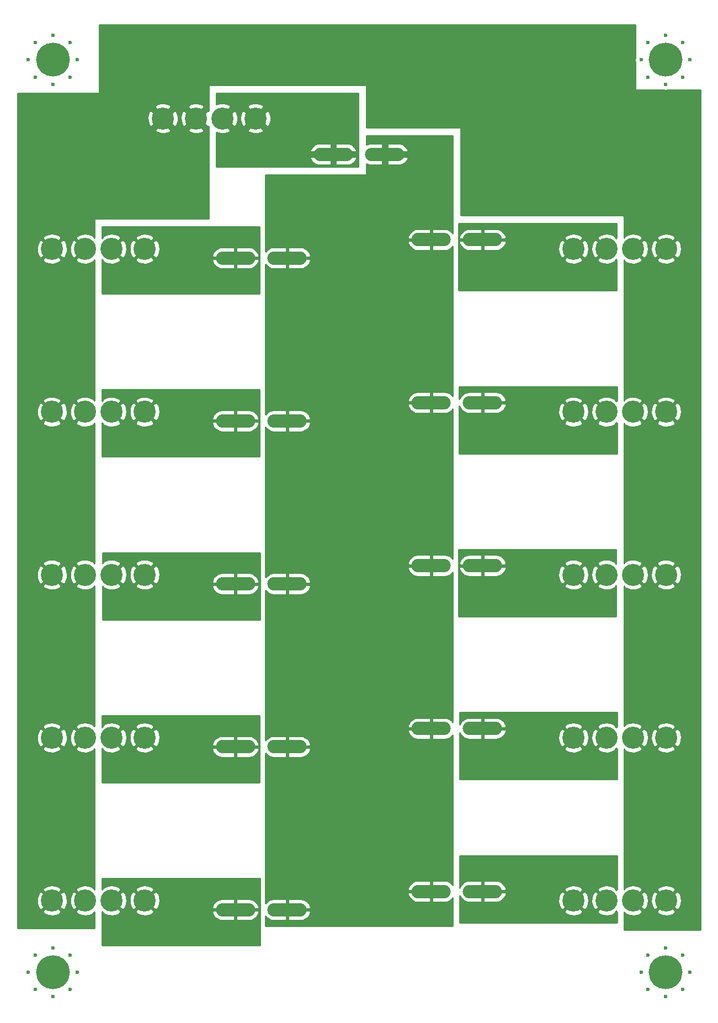
<source format=gbr>
G04 #@! TF.GenerationSoftware,KiCad,Pcbnew,5.1.5-52549c5~84~ubuntu18.04.1*
G04 #@! TF.CreationDate,2020-03-14T18:31:45-06:00*
G04 #@! TF.ProjectId,fuse-board-large,66757365-2d62-46f6-9172-642d6c617267,rev?*
G04 #@! TF.SameCoordinates,Original*
G04 #@! TF.FileFunction,Copper,L2,Bot*
G04 #@! TF.FilePolarity,Positive*
%FSLAX46Y46*%
G04 Gerber Fmt 4.6, Leading zero omitted, Abs format (unit mm)*
G04 Created by KiCad (PCBNEW 5.1.5-52549c5~84~ubuntu18.04.1) date 2020-03-14 18:31:45*
%MOMM*%
%LPD*%
G04 APERTURE LIST*
%ADD10O,6.030000X2.070000*%
%ADD11C,0.600000*%
%ADD12C,5.200000*%
%ADD13C,3.400000*%
%ADD14C,0.254000*%
G04 APERTURE END LIST*
D10*
X88950000Y-60500000D03*
X81050000Y-60500000D03*
X73950000Y-76400000D03*
X66050000Y-76400000D03*
X73950000Y-101400000D03*
X66050000Y-101400000D03*
X73950000Y-151400000D03*
X66050000Y-151400000D03*
X96050000Y-98600000D03*
X103950000Y-98600000D03*
X73950000Y-126400000D03*
X66050000Y-126400000D03*
X73950000Y-176400000D03*
X66050000Y-176400000D03*
X96050000Y-123600000D03*
X103950000Y-123600000D03*
X96050000Y-73600000D03*
X103950000Y-73600000D03*
X96050000Y-148600000D03*
X103950000Y-148600000D03*
X96050000Y-173600000D03*
X103950000Y-173600000D03*
D11*
X40650000Y-188650000D03*
X35350000Y-188650000D03*
X40650000Y-183350000D03*
X35350000Y-183350000D03*
X34250000Y-186000000D03*
X41750000Y-186000000D03*
X38000000Y-189750000D03*
X38000000Y-182250000D03*
D12*
X38000000Y-186000000D03*
D11*
X134650000Y-188650000D03*
X129350000Y-188650000D03*
X134650000Y-183350000D03*
X129350000Y-183350000D03*
X128250000Y-186000000D03*
X135750000Y-186000000D03*
X132000000Y-189750000D03*
X132000000Y-182250000D03*
D12*
X132000000Y-186000000D03*
D11*
X134650000Y-48650000D03*
X129350000Y-48650000D03*
X134650000Y-43350000D03*
X129350000Y-43350000D03*
X128250000Y-46000000D03*
X135750000Y-46000000D03*
X132000000Y-49750000D03*
X132000000Y-42250000D03*
D12*
X132000000Y-46000000D03*
D11*
X40650000Y-48650000D03*
X35350000Y-48650000D03*
X40650000Y-43350000D03*
X35350000Y-43350000D03*
X34250000Y-46000000D03*
X41750000Y-46000000D03*
X38000000Y-49750000D03*
X38000000Y-42250000D03*
D12*
X38000000Y-46000000D03*
D13*
X52110000Y-75000000D03*
X37890000Y-75000000D03*
X47030000Y-75000000D03*
X42970000Y-75000000D03*
X52110000Y-100000000D03*
X37890000Y-100000000D03*
X47030000Y-100000000D03*
X42970000Y-100000000D03*
X52110000Y-150000000D03*
X37890000Y-150000000D03*
X47030000Y-150000000D03*
X42970000Y-150000000D03*
X117890000Y-100000000D03*
X132110000Y-100000000D03*
X122970000Y-100000000D03*
X127030000Y-100000000D03*
X52110000Y-125000000D03*
X37890000Y-125000000D03*
X47030000Y-125000000D03*
X42970000Y-125000000D03*
X52110000Y-175000000D03*
X37890000Y-175000000D03*
X47030000Y-175000000D03*
X42970000Y-175000000D03*
X69110000Y-55000000D03*
X54890000Y-55000000D03*
X64030000Y-55000000D03*
X59970000Y-55000000D03*
X117890000Y-125000000D03*
X132110000Y-125000000D03*
X122970000Y-125000000D03*
X127030000Y-125000000D03*
X117890000Y-75000000D03*
X132110000Y-75000000D03*
X122970000Y-75000000D03*
X127030000Y-75000000D03*
X117890000Y-150000000D03*
X132110000Y-150000000D03*
X122970000Y-150000000D03*
X127030000Y-150000000D03*
X117890000Y-175000000D03*
X132110000Y-175000000D03*
X122970000Y-175000000D03*
X127030000Y-175000000D03*
D14*
G36*
X61873000Y-53815168D02*
G01*
X61757929Y-53739573D01*
X60497502Y-55000000D01*
X61757929Y-56260427D01*
X61873000Y-56184832D01*
X61873000Y-70373000D01*
X44500000Y-70373000D01*
X44475224Y-70375440D01*
X44451399Y-70382667D01*
X44429443Y-70394403D01*
X44410197Y-70410197D01*
X44394403Y-70429443D01*
X44382667Y-70451399D01*
X44375440Y-70475224D01*
X44373000Y-70500000D01*
X44373000Y-71873000D01*
X32660000Y-71873000D01*
X32660000Y-56787929D01*
X53629573Y-56787929D01*
X53830183Y-57093299D01*
X54258929Y-57259838D01*
X54711927Y-57339531D01*
X55171769Y-57329318D01*
X55620781Y-57229590D01*
X55949817Y-57093299D01*
X56150427Y-56787929D01*
X58709573Y-56787929D01*
X58910183Y-57093299D01*
X59338929Y-57259838D01*
X59791927Y-57339531D01*
X60251769Y-57329318D01*
X60700781Y-57229590D01*
X61029817Y-57093299D01*
X61230427Y-56787929D01*
X59970000Y-55527502D01*
X58709573Y-56787929D01*
X56150427Y-56787929D01*
X54890000Y-55527502D01*
X53629573Y-56787929D01*
X32660000Y-56787929D01*
X32660000Y-54821927D01*
X52550469Y-54821927D01*
X52560682Y-55281769D01*
X52660410Y-55730781D01*
X52796701Y-56059817D01*
X53102071Y-56260427D01*
X54362498Y-55000000D01*
X55417502Y-55000000D01*
X56677929Y-56260427D01*
X56983299Y-56059817D01*
X57149838Y-55631071D01*
X57229531Y-55178073D01*
X57221622Y-54821927D01*
X57630469Y-54821927D01*
X57640682Y-55281769D01*
X57740410Y-55730781D01*
X57876701Y-56059817D01*
X58182071Y-56260427D01*
X59442498Y-55000000D01*
X58182071Y-53739573D01*
X57876701Y-53940183D01*
X57710162Y-54368929D01*
X57630469Y-54821927D01*
X57221622Y-54821927D01*
X57219318Y-54718231D01*
X57119590Y-54269219D01*
X56983299Y-53940183D01*
X56677929Y-53739573D01*
X55417502Y-55000000D01*
X54362498Y-55000000D01*
X53102071Y-53739573D01*
X52796701Y-53940183D01*
X52630162Y-54368929D01*
X52550469Y-54821927D01*
X32660000Y-54821927D01*
X32660000Y-53212071D01*
X53629573Y-53212071D01*
X54890000Y-54472498D01*
X56150427Y-53212071D01*
X58709573Y-53212071D01*
X59970000Y-54472498D01*
X61230427Y-53212071D01*
X61029817Y-52906701D01*
X60601071Y-52740162D01*
X60148073Y-52660469D01*
X59688231Y-52670682D01*
X59239219Y-52770410D01*
X58910183Y-52906701D01*
X58709573Y-53212071D01*
X56150427Y-53212071D01*
X55949817Y-52906701D01*
X55521071Y-52740162D01*
X55068073Y-52660469D01*
X54608231Y-52670682D01*
X54159219Y-52770410D01*
X53830183Y-52906701D01*
X53629573Y-53212071D01*
X32660000Y-53212071D01*
X32660000Y-51127000D01*
X61873000Y-51127000D01*
X61873000Y-53815168D01*
G37*
X61873000Y-53815168D02*
X61757929Y-53739573D01*
X60497502Y-55000000D01*
X61757929Y-56260427D01*
X61873000Y-56184832D01*
X61873000Y-70373000D01*
X44500000Y-70373000D01*
X44475224Y-70375440D01*
X44451399Y-70382667D01*
X44429443Y-70394403D01*
X44410197Y-70410197D01*
X44394403Y-70429443D01*
X44382667Y-70451399D01*
X44375440Y-70475224D01*
X44373000Y-70500000D01*
X44373000Y-71873000D01*
X32660000Y-71873000D01*
X32660000Y-56787929D01*
X53629573Y-56787929D01*
X53830183Y-57093299D01*
X54258929Y-57259838D01*
X54711927Y-57339531D01*
X55171769Y-57329318D01*
X55620781Y-57229590D01*
X55949817Y-57093299D01*
X56150427Y-56787929D01*
X58709573Y-56787929D01*
X58910183Y-57093299D01*
X59338929Y-57259838D01*
X59791927Y-57339531D01*
X60251769Y-57329318D01*
X60700781Y-57229590D01*
X61029817Y-57093299D01*
X61230427Y-56787929D01*
X59970000Y-55527502D01*
X58709573Y-56787929D01*
X56150427Y-56787929D01*
X54890000Y-55527502D01*
X53629573Y-56787929D01*
X32660000Y-56787929D01*
X32660000Y-54821927D01*
X52550469Y-54821927D01*
X52560682Y-55281769D01*
X52660410Y-55730781D01*
X52796701Y-56059817D01*
X53102071Y-56260427D01*
X54362498Y-55000000D01*
X55417502Y-55000000D01*
X56677929Y-56260427D01*
X56983299Y-56059817D01*
X57149838Y-55631071D01*
X57229531Y-55178073D01*
X57221622Y-54821927D01*
X57630469Y-54821927D01*
X57640682Y-55281769D01*
X57740410Y-55730781D01*
X57876701Y-56059817D01*
X58182071Y-56260427D01*
X59442498Y-55000000D01*
X58182071Y-53739573D01*
X57876701Y-53940183D01*
X57710162Y-54368929D01*
X57630469Y-54821927D01*
X57221622Y-54821927D01*
X57219318Y-54718231D01*
X57119590Y-54269219D01*
X56983299Y-53940183D01*
X56677929Y-53739573D01*
X55417502Y-55000000D01*
X54362498Y-55000000D01*
X53102071Y-53739573D01*
X52796701Y-53940183D01*
X52630162Y-54368929D01*
X52550469Y-54821927D01*
X32660000Y-54821927D01*
X32660000Y-53212071D01*
X53629573Y-53212071D01*
X54890000Y-54472498D01*
X56150427Y-53212071D01*
X58709573Y-53212071D01*
X59970000Y-54472498D01*
X61230427Y-53212071D01*
X61029817Y-52906701D01*
X60601071Y-52740162D01*
X60148073Y-52660469D01*
X59688231Y-52670682D01*
X59239219Y-52770410D01*
X58910183Y-52906701D01*
X58709573Y-53212071D01*
X56150427Y-53212071D01*
X55949817Y-52906701D01*
X55521071Y-52740162D01*
X55068073Y-52660469D01*
X54608231Y-52670682D01*
X54159219Y-52770410D01*
X53830183Y-52906701D01*
X53629573Y-53212071D01*
X32660000Y-53212071D01*
X32660000Y-51127000D01*
X61873000Y-51127000D01*
X61873000Y-53815168D01*
G36*
X127373000Y-45673994D02*
G01*
X127350932Y-45727271D01*
X127315000Y-45907911D01*
X127315000Y-46092089D01*
X127350932Y-46272729D01*
X127373000Y-46326006D01*
X127373000Y-50500000D01*
X127375440Y-50524776D01*
X127382667Y-50548601D01*
X127394403Y-50570557D01*
X127410197Y-50589803D01*
X127429443Y-50605597D01*
X127451399Y-50617333D01*
X127475224Y-50624560D01*
X127500000Y-50627000D01*
X131673994Y-50627000D01*
X131727271Y-50649068D01*
X131907911Y-50685000D01*
X132092089Y-50685000D01*
X132272729Y-50649068D01*
X132326006Y-50627000D01*
X137340000Y-50627000D01*
X137340001Y-179519611D01*
X125627000Y-179519611D01*
X125627000Y-176729979D01*
X125755648Y-176970060D01*
X126164474Y-177180820D01*
X126606562Y-177307772D01*
X127064922Y-177346037D01*
X127521940Y-177294146D01*
X127960053Y-177154092D01*
X128304352Y-176970060D01*
X128484418Y-176634023D01*
X130655582Y-176634023D01*
X130835648Y-176970060D01*
X131244474Y-177180820D01*
X131686562Y-177307772D01*
X132144922Y-177346037D01*
X132601940Y-177294146D01*
X133040053Y-177154092D01*
X133384352Y-176970060D01*
X133564418Y-176634023D01*
X132110000Y-175179605D01*
X130655582Y-176634023D01*
X128484418Y-176634023D01*
X127030000Y-175179605D01*
X127015858Y-175193748D01*
X126836253Y-175014143D01*
X126850395Y-175000000D01*
X127209605Y-175000000D01*
X128664023Y-176454418D01*
X129000060Y-176274352D01*
X129210820Y-175865526D01*
X129337772Y-175423438D01*
X129370206Y-175034922D01*
X129763963Y-175034922D01*
X129815854Y-175491940D01*
X129955908Y-175930053D01*
X130139940Y-176274352D01*
X130475977Y-176454418D01*
X131930395Y-175000000D01*
X132289605Y-175000000D01*
X133744023Y-176454418D01*
X134080060Y-176274352D01*
X134290820Y-175865526D01*
X134417772Y-175423438D01*
X134456037Y-174965078D01*
X134404146Y-174508060D01*
X134264092Y-174069947D01*
X134080060Y-173725648D01*
X133744023Y-173545582D01*
X132289605Y-175000000D01*
X131930395Y-175000000D01*
X130475977Y-173545582D01*
X130139940Y-173725648D01*
X129929180Y-174134474D01*
X129802228Y-174576562D01*
X129763963Y-175034922D01*
X129370206Y-175034922D01*
X129376037Y-174965078D01*
X129324146Y-174508060D01*
X129184092Y-174069947D01*
X129000060Y-173725648D01*
X128664023Y-173545582D01*
X127209605Y-175000000D01*
X126850395Y-175000000D01*
X126836253Y-174985858D01*
X127015858Y-174806253D01*
X127030000Y-174820395D01*
X128484418Y-173365977D01*
X130655582Y-173365977D01*
X132110000Y-174820395D01*
X133564418Y-173365977D01*
X133384352Y-173029940D01*
X132975526Y-172819180D01*
X132533438Y-172692228D01*
X132075078Y-172653963D01*
X131618060Y-172705854D01*
X131179947Y-172845908D01*
X130835648Y-173029940D01*
X130655582Y-173365977D01*
X128484418Y-173365977D01*
X128304352Y-173029940D01*
X127895526Y-172819180D01*
X127453438Y-172692228D01*
X126995078Y-172653963D01*
X126538060Y-172705854D01*
X126099947Y-172845908D01*
X125755648Y-173029940D01*
X125627000Y-173270021D01*
X125627000Y-151729979D01*
X125755648Y-151970060D01*
X126164474Y-152180820D01*
X126606562Y-152307772D01*
X127064922Y-152346037D01*
X127521940Y-152294146D01*
X127960053Y-152154092D01*
X128304352Y-151970060D01*
X128484418Y-151634023D01*
X130655582Y-151634023D01*
X130835648Y-151970060D01*
X131244474Y-152180820D01*
X131686562Y-152307772D01*
X132144922Y-152346037D01*
X132601940Y-152294146D01*
X133040053Y-152154092D01*
X133384352Y-151970060D01*
X133564418Y-151634023D01*
X132110000Y-150179605D01*
X130655582Y-151634023D01*
X128484418Y-151634023D01*
X127030000Y-150179605D01*
X127015858Y-150193748D01*
X126836253Y-150014143D01*
X126850395Y-150000000D01*
X127209605Y-150000000D01*
X128664023Y-151454418D01*
X129000060Y-151274352D01*
X129210820Y-150865526D01*
X129337772Y-150423438D01*
X129370206Y-150034922D01*
X129763963Y-150034922D01*
X129815854Y-150491940D01*
X129955908Y-150930053D01*
X130139940Y-151274352D01*
X130475977Y-151454418D01*
X131930395Y-150000000D01*
X132289605Y-150000000D01*
X133744023Y-151454418D01*
X134080060Y-151274352D01*
X134290820Y-150865526D01*
X134417772Y-150423438D01*
X134456037Y-149965078D01*
X134404146Y-149508060D01*
X134264092Y-149069947D01*
X134080060Y-148725648D01*
X133744023Y-148545582D01*
X132289605Y-150000000D01*
X131930395Y-150000000D01*
X130475977Y-148545582D01*
X130139940Y-148725648D01*
X129929180Y-149134474D01*
X129802228Y-149576562D01*
X129763963Y-150034922D01*
X129370206Y-150034922D01*
X129376037Y-149965078D01*
X129324146Y-149508060D01*
X129184092Y-149069947D01*
X129000060Y-148725648D01*
X128664023Y-148545582D01*
X127209605Y-150000000D01*
X126850395Y-150000000D01*
X126836253Y-149985858D01*
X127015858Y-149806253D01*
X127030000Y-149820395D01*
X128484418Y-148365977D01*
X130655582Y-148365977D01*
X132110000Y-149820395D01*
X133564418Y-148365977D01*
X133384352Y-148029940D01*
X132975526Y-147819180D01*
X132533438Y-147692228D01*
X132075078Y-147653963D01*
X131618060Y-147705854D01*
X131179947Y-147845908D01*
X130835648Y-148029940D01*
X130655582Y-148365977D01*
X128484418Y-148365977D01*
X128304352Y-148029940D01*
X127895526Y-147819180D01*
X127453438Y-147692228D01*
X126995078Y-147653963D01*
X126538060Y-147705854D01*
X126099947Y-147845908D01*
X125755648Y-148029940D01*
X125627000Y-148270021D01*
X125627000Y-126729979D01*
X125755648Y-126970060D01*
X126164474Y-127180820D01*
X126606562Y-127307772D01*
X127064922Y-127346037D01*
X127521940Y-127294146D01*
X127960053Y-127154092D01*
X128304352Y-126970060D01*
X128484418Y-126634023D01*
X130655582Y-126634023D01*
X130835648Y-126970060D01*
X131244474Y-127180820D01*
X131686562Y-127307772D01*
X132144922Y-127346037D01*
X132601940Y-127294146D01*
X133040053Y-127154092D01*
X133384352Y-126970060D01*
X133564418Y-126634023D01*
X132110000Y-125179605D01*
X130655582Y-126634023D01*
X128484418Y-126634023D01*
X127030000Y-125179605D01*
X127015858Y-125193748D01*
X126836253Y-125014143D01*
X126850395Y-125000000D01*
X127209605Y-125000000D01*
X128664023Y-126454418D01*
X129000060Y-126274352D01*
X129210820Y-125865526D01*
X129337772Y-125423438D01*
X129370206Y-125034922D01*
X129763963Y-125034922D01*
X129815854Y-125491940D01*
X129955908Y-125930053D01*
X130139940Y-126274352D01*
X130475977Y-126454418D01*
X131930395Y-125000000D01*
X132289605Y-125000000D01*
X133744023Y-126454418D01*
X134080060Y-126274352D01*
X134290820Y-125865526D01*
X134417772Y-125423438D01*
X134456037Y-124965078D01*
X134404146Y-124508060D01*
X134264092Y-124069947D01*
X134080060Y-123725648D01*
X133744023Y-123545582D01*
X132289605Y-125000000D01*
X131930395Y-125000000D01*
X130475977Y-123545582D01*
X130139940Y-123725648D01*
X129929180Y-124134474D01*
X129802228Y-124576562D01*
X129763963Y-125034922D01*
X129370206Y-125034922D01*
X129376037Y-124965078D01*
X129324146Y-124508060D01*
X129184092Y-124069947D01*
X129000060Y-123725648D01*
X128664023Y-123545582D01*
X127209605Y-125000000D01*
X126850395Y-125000000D01*
X126836253Y-124985858D01*
X127015858Y-124806253D01*
X127030000Y-124820395D01*
X128484418Y-123365977D01*
X130655582Y-123365977D01*
X132110000Y-124820395D01*
X133564418Y-123365977D01*
X133384352Y-123029940D01*
X132975526Y-122819180D01*
X132533438Y-122692228D01*
X132075078Y-122653963D01*
X131618060Y-122705854D01*
X131179947Y-122845908D01*
X130835648Y-123029940D01*
X130655582Y-123365977D01*
X128484418Y-123365977D01*
X128304352Y-123029940D01*
X127895526Y-122819180D01*
X127453438Y-122692228D01*
X126995078Y-122653963D01*
X126538060Y-122705854D01*
X126099947Y-122845908D01*
X125755648Y-123029940D01*
X125627000Y-123270021D01*
X125627000Y-101729979D01*
X125755648Y-101970060D01*
X126164474Y-102180820D01*
X126606562Y-102307772D01*
X127064922Y-102346037D01*
X127521940Y-102294146D01*
X127960053Y-102154092D01*
X128304352Y-101970060D01*
X128484418Y-101634023D01*
X130655582Y-101634023D01*
X130835648Y-101970060D01*
X131244474Y-102180820D01*
X131686562Y-102307772D01*
X132144922Y-102346037D01*
X132601940Y-102294146D01*
X133040053Y-102154092D01*
X133384352Y-101970060D01*
X133564418Y-101634023D01*
X132110000Y-100179605D01*
X130655582Y-101634023D01*
X128484418Y-101634023D01*
X127030000Y-100179605D01*
X127015858Y-100193748D01*
X126836253Y-100014143D01*
X126850395Y-100000000D01*
X127209605Y-100000000D01*
X128664023Y-101454418D01*
X129000060Y-101274352D01*
X129210820Y-100865526D01*
X129337772Y-100423438D01*
X129370206Y-100034922D01*
X129763963Y-100034922D01*
X129815854Y-100491940D01*
X129955908Y-100930053D01*
X130139940Y-101274352D01*
X130475977Y-101454418D01*
X131930395Y-100000000D01*
X132289605Y-100000000D01*
X133744023Y-101454418D01*
X134080060Y-101274352D01*
X134290820Y-100865526D01*
X134417772Y-100423438D01*
X134456037Y-99965078D01*
X134404146Y-99508060D01*
X134264092Y-99069947D01*
X134080060Y-98725648D01*
X133744023Y-98545582D01*
X132289605Y-100000000D01*
X131930395Y-100000000D01*
X130475977Y-98545582D01*
X130139940Y-98725648D01*
X129929180Y-99134474D01*
X129802228Y-99576562D01*
X129763963Y-100034922D01*
X129370206Y-100034922D01*
X129376037Y-99965078D01*
X129324146Y-99508060D01*
X129184092Y-99069947D01*
X129000060Y-98725648D01*
X128664023Y-98545582D01*
X127209605Y-100000000D01*
X126850395Y-100000000D01*
X126836253Y-99985858D01*
X127015858Y-99806253D01*
X127030000Y-99820395D01*
X128484418Y-98365977D01*
X130655582Y-98365977D01*
X132110000Y-99820395D01*
X133564418Y-98365977D01*
X133384352Y-98029940D01*
X132975526Y-97819180D01*
X132533438Y-97692228D01*
X132075078Y-97653963D01*
X131618060Y-97705854D01*
X131179947Y-97845908D01*
X130835648Y-98029940D01*
X130655582Y-98365977D01*
X128484418Y-98365977D01*
X128304352Y-98029940D01*
X127895526Y-97819180D01*
X127453438Y-97692228D01*
X126995078Y-97653963D01*
X126538060Y-97705854D01*
X126099947Y-97845908D01*
X125755648Y-98029940D01*
X125627000Y-98270021D01*
X125627000Y-76729979D01*
X125755648Y-76970060D01*
X126164474Y-77180820D01*
X126606562Y-77307772D01*
X127064922Y-77346037D01*
X127521940Y-77294146D01*
X127960053Y-77154092D01*
X128304352Y-76970060D01*
X128484418Y-76634023D01*
X130655582Y-76634023D01*
X130835648Y-76970060D01*
X131244474Y-77180820D01*
X131686562Y-77307772D01*
X132144922Y-77346037D01*
X132601940Y-77294146D01*
X133040053Y-77154092D01*
X133384352Y-76970060D01*
X133564418Y-76634023D01*
X132110000Y-75179605D01*
X130655582Y-76634023D01*
X128484418Y-76634023D01*
X127030000Y-75179605D01*
X127015858Y-75193748D01*
X126836253Y-75014143D01*
X126850395Y-75000000D01*
X127209605Y-75000000D01*
X128664023Y-76454418D01*
X129000060Y-76274352D01*
X129210820Y-75865526D01*
X129337772Y-75423438D01*
X129370206Y-75034922D01*
X129763963Y-75034922D01*
X129815854Y-75491940D01*
X129955908Y-75930053D01*
X130139940Y-76274352D01*
X130475977Y-76454418D01*
X131930395Y-75000000D01*
X132289605Y-75000000D01*
X133744023Y-76454418D01*
X134080060Y-76274352D01*
X134290820Y-75865526D01*
X134417772Y-75423438D01*
X134456037Y-74965078D01*
X134404146Y-74508060D01*
X134264092Y-74069947D01*
X134080060Y-73725648D01*
X133744023Y-73545582D01*
X132289605Y-75000000D01*
X131930395Y-75000000D01*
X130475977Y-73545582D01*
X130139940Y-73725648D01*
X129929180Y-74134474D01*
X129802228Y-74576562D01*
X129763963Y-75034922D01*
X129370206Y-75034922D01*
X129376037Y-74965078D01*
X129324146Y-74508060D01*
X129184092Y-74069947D01*
X129000060Y-73725648D01*
X128664023Y-73545582D01*
X127209605Y-75000000D01*
X126850395Y-75000000D01*
X126836253Y-74985858D01*
X127015858Y-74806253D01*
X127030000Y-74820395D01*
X128484418Y-73365977D01*
X130655582Y-73365977D01*
X132110000Y-74820395D01*
X133564418Y-73365977D01*
X133384352Y-73029940D01*
X132975526Y-72819180D01*
X132533438Y-72692228D01*
X132075078Y-72653963D01*
X131618060Y-72705854D01*
X131179947Y-72845908D01*
X130835648Y-73029940D01*
X130655582Y-73365977D01*
X128484418Y-73365977D01*
X128304352Y-73029940D01*
X127895526Y-72819180D01*
X127453438Y-72692228D01*
X126995078Y-72653963D01*
X126538060Y-72705854D01*
X126099947Y-72845908D01*
X125755648Y-73029940D01*
X125627000Y-73270021D01*
X125627000Y-70000000D01*
X125624560Y-69975224D01*
X125617333Y-69951399D01*
X125605597Y-69929443D01*
X125589803Y-69910197D01*
X125570557Y-69894403D01*
X125548601Y-69882667D01*
X125524776Y-69875440D01*
X125500000Y-69873000D01*
X100627000Y-69873000D01*
X100627000Y-56500000D01*
X100624560Y-56475224D01*
X100617333Y-56451399D01*
X100605597Y-56429443D01*
X100589803Y-56410197D01*
X100570557Y-56394403D01*
X100548601Y-56382667D01*
X100524776Y-56375440D01*
X100500000Y-56373000D01*
X86127000Y-56373000D01*
X86127000Y-50000000D01*
X86124560Y-49975224D01*
X86117333Y-49951399D01*
X86105597Y-49929443D01*
X86089803Y-49910197D01*
X86070557Y-49894403D01*
X86048601Y-49882667D01*
X86024776Y-49875440D01*
X86000000Y-49873000D01*
X62000000Y-49873000D01*
X61975224Y-49875440D01*
X61951399Y-49882667D01*
X61929443Y-49894403D01*
X61910197Y-49910197D01*
X61894403Y-49929443D01*
X61882667Y-49951399D01*
X61875440Y-49975224D01*
X61873000Y-50000000D01*
X61873000Y-51373000D01*
X45127000Y-51373000D01*
X45127000Y-40660000D01*
X127373000Y-40660000D01*
X127373000Y-45673994D01*
G37*
X127373000Y-45673994D02*
X127350932Y-45727271D01*
X127315000Y-45907911D01*
X127315000Y-46092089D01*
X127350932Y-46272729D01*
X127373000Y-46326006D01*
X127373000Y-50500000D01*
X127375440Y-50524776D01*
X127382667Y-50548601D01*
X127394403Y-50570557D01*
X127410197Y-50589803D01*
X127429443Y-50605597D01*
X127451399Y-50617333D01*
X127475224Y-50624560D01*
X127500000Y-50627000D01*
X131673994Y-50627000D01*
X131727271Y-50649068D01*
X131907911Y-50685000D01*
X132092089Y-50685000D01*
X132272729Y-50649068D01*
X132326006Y-50627000D01*
X137340000Y-50627000D01*
X137340001Y-179519611D01*
X125627000Y-179519611D01*
X125627000Y-176729979D01*
X125755648Y-176970060D01*
X126164474Y-177180820D01*
X126606562Y-177307772D01*
X127064922Y-177346037D01*
X127521940Y-177294146D01*
X127960053Y-177154092D01*
X128304352Y-176970060D01*
X128484418Y-176634023D01*
X130655582Y-176634023D01*
X130835648Y-176970060D01*
X131244474Y-177180820D01*
X131686562Y-177307772D01*
X132144922Y-177346037D01*
X132601940Y-177294146D01*
X133040053Y-177154092D01*
X133384352Y-176970060D01*
X133564418Y-176634023D01*
X132110000Y-175179605D01*
X130655582Y-176634023D01*
X128484418Y-176634023D01*
X127030000Y-175179605D01*
X127015858Y-175193748D01*
X126836253Y-175014143D01*
X126850395Y-175000000D01*
X127209605Y-175000000D01*
X128664023Y-176454418D01*
X129000060Y-176274352D01*
X129210820Y-175865526D01*
X129337772Y-175423438D01*
X129370206Y-175034922D01*
X129763963Y-175034922D01*
X129815854Y-175491940D01*
X129955908Y-175930053D01*
X130139940Y-176274352D01*
X130475977Y-176454418D01*
X131930395Y-175000000D01*
X132289605Y-175000000D01*
X133744023Y-176454418D01*
X134080060Y-176274352D01*
X134290820Y-175865526D01*
X134417772Y-175423438D01*
X134456037Y-174965078D01*
X134404146Y-174508060D01*
X134264092Y-174069947D01*
X134080060Y-173725648D01*
X133744023Y-173545582D01*
X132289605Y-175000000D01*
X131930395Y-175000000D01*
X130475977Y-173545582D01*
X130139940Y-173725648D01*
X129929180Y-174134474D01*
X129802228Y-174576562D01*
X129763963Y-175034922D01*
X129370206Y-175034922D01*
X129376037Y-174965078D01*
X129324146Y-174508060D01*
X129184092Y-174069947D01*
X129000060Y-173725648D01*
X128664023Y-173545582D01*
X127209605Y-175000000D01*
X126850395Y-175000000D01*
X126836253Y-174985858D01*
X127015858Y-174806253D01*
X127030000Y-174820395D01*
X128484418Y-173365977D01*
X130655582Y-173365977D01*
X132110000Y-174820395D01*
X133564418Y-173365977D01*
X133384352Y-173029940D01*
X132975526Y-172819180D01*
X132533438Y-172692228D01*
X132075078Y-172653963D01*
X131618060Y-172705854D01*
X131179947Y-172845908D01*
X130835648Y-173029940D01*
X130655582Y-173365977D01*
X128484418Y-173365977D01*
X128304352Y-173029940D01*
X127895526Y-172819180D01*
X127453438Y-172692228D01*
X126995078Y-172653963D01*
X126538060Y-172705854D01*
X126099947Y-172845908D01*
X125755648Y-173029940D01*
X125627000Y-173270021D01*
X125627000Y-151729979D01*
X125755648Y-151970060D01*
X126164474Y-152180820D01*
X126606562Y-152307772D01*
X127064922Y-152346037D01*
X127521940Y-152294146D01*
X127960053Y-152154092D01*
X128304352Y-151970060D01*
X128484418Y-151634023D01*
X130655582Y-151634023D01*
X130835648Y-151970060D01*
X131244474Y-152180820D01*
X131686562Y-152307772D01*
X132144922Y-152346037D01*
X132601940Y-152294146D01*
X133040053Y-152154092D01*
X133384352Y-151970060D01*
X133564418Y-151634023D01*
X132110000Y-150179605D01*
X130655582Y-151634023D01*
X128484418Y-151634023D01*
X127030000Y-150179605D01*
X127015858Y-150193748D01*
X126836253Y-150014143D01*
X126850395Y-150000000D01*
X127209605Y-150000000D01*
X128664023Y-151454418D01*
X129000060Y-151274352D01*
X129210820Y-150865526D01*
X129337772Y-150423438D01*
X129370206Y-150034922D01*
X129763963Y-150034922D01*
X129815854Y-150491940D01*
X129955908Y-150930053D01*
X130139940Y-151274352D01*
X130475977Y-151454418D01*
X131930395Y-150000000D01*
X132289605Y-150000000D01*
X133744023Y-151454418D01*
X134080060Y-151274352D01*
X134290820Y-150865526D01*
X134417772Y-150423438D01*
X134456037Y-149965078D01*
X134404146Y-149508060D01*
X134264092Y-149069947D01*
X134080060Y-148725648D01*
X133744023Y-148545582D01*
X132289605Y-150000000D01*
X131930395Y-150000000D01*
X130475977Y-148545582D01*
X130139940Y-148725648D01*
X129929180Y-149134474D01*
X129802228Y-149576562D01*
X129763963Y-150034922D01*
X129370206Y-150034922D01*
X129376037Y-149965078D01*
X129324146Y-149508060D01*
X129184092Y-149069947D01*
X129000060Y-148725648D01*
X128664023Y-148545582D01*
X127209605Y-150000000D01*
X126850395Y-150000000D01*
X126836253Y-149985858D01*
X127015858Y-149806253D01*
X127030000Y-149820395D01*
X128484418Y-148365977D01*
X130655582Y-148365977D01*
X132110000Y-149820395D01*
X133564418Y-148365977D01*
X133384352Y-148029940D01*
X132975526Y-147819180D01*
X132533438Y-147692228D01*
X132075078Y-147653963D01*
X131618060Y-147705854D01*
X131179947Y-147845908D01*
X130835648Y-148029940D01*
X130655582Y-148365977D01*
X128484418Y-148365977D01*
X128304352Y-148029940D01*
X127895526Y-147819180D01*
X127453438Y-147692228D01*
X126995078Y-147653963D01*
X126538060Y-147705854D01*
X126099947Y-147845908D01*
X125755648Y-148029940D01*
X125627000Y-148270021D01*
X125627000Y-126729979D01*
X125755648Y-126970060D01*
X126164474Y-127180820D01*
X126606562Y-127307772D01*
X127064922Y-127346037D01*
X127521940Y-127294146D01*
X127960053Y-127154092D01*
X128304352Y-126970060D01*
X128484418Y-126634023D01*
X130655582Y-126634023D01*
X130835648Y-126970060D01*
X131244474Y-127180820D01*
X131686562Y-127307772D01*
X132144922Y-127346037D01*
X132601940Y-127294146D01*
X133040053Y-127154092D01*
X133384352Y-126970060D01*
X133564418Y-126634023D01*
X132110000Y-125179605D01*
X130655582Y-126634023D01*
X128484418Y-126634023D01*
X127030000Y-125179605D01*
X127015858Y-125193748D01*
X126836253Y-125014143D01*
X126850395Y-125000000D01*
X127209605Y-125000000D01*
X128664023Y-126454418D01*
X129000060Y-126274352D01*
X129210820Y-125865526D01*
X129337772Y-125423438D01*
X129370206Y-125034922D01*
X129763963Y-125034922D01*
X129815854Y-125491940D01*
X129955908Y-125930053D01*
X130139940Y-126274352D01*
X130475977Y-126454418D01*
X131930395Y-125000000D01*
X132289605Y-125000000D01*
X133744023Y-126454418D01*
X134080060Y-126274352D01*
X134290820Y-125865526D01*
X134417772Y-125423438D01*
X134456037Y-124965078D01*
X134404146Y-124508060D01*
X134264092Y-124069947D01*
X134080060Y-123725648D01*
X133744023Y-123545582D01*
X132289605Y-125000000D01*
X131930395Y-125000000D01*
X130475977Y-123545582D01*
X130139940Y-123725648D01*
X129929180Y-124134474D01*
X129802228Y-124576562D01*
X129763963Y-125034922D01*
X129370206Y-125034922D01*
X129376037Y-124965078D01*
X129324146Y-124508060D01*
X129184092Y-124069947D01*
X129000060Y-123725648D01*
X128664023Y-123545582D01*
X127209605Y-125000000D01*
X126850395Y-125000000D01*
X126836253Y-124985858D01*
X127015858Y-124806253D01*
X127030000Y-124820395D01*
X128484418Y-123365977D01*
X130655582Y-123365977D01*
X132110000Y-124820395D01*
X133564418Y-123365977D01*
X133384352Y-123029940D01*
X132975526Y-122819180D01*
X132533438Y-122692228D01*
X132075078Y-122653963D01*
X131618060Y-122705854D01*
X131179947Y-122845908D01*
X130835648Y-123029940D01*
X130655582Y-123365977D01*
X128484418Y-123365977D01*
X128304352Y-123029940D01*
X127895526Y-122819180D01*
X127453438Y-122692228D01*
X126995078Y-122653963D01*
X126538060Y-122705854D01*
X126099947Y-122845908D01*
X125755648Y-123029940D01*
X125627000Y-123270021D01*
X125627000Y-101729979D01*
X125755648Y-101970060D01*
X126164474Y-102180820D01*
X126606562Y-102307772D01*
X127064922Y-102346037D01*
X127521940Y-102294146D01*
X127960053Y-102154092D01*
X128304352Y-101970060D01*
X128484418Y-101634023D01*
X130655582Y-101634023D01*
X130835648Y-101970060D01*
X131244474Y-102180820D01*
X131686562Y-102307772D01*
X132144922Y-102346037D01*
X132601940Y-102294146D01*
X133040053Y-102154092D01*
X133384352Y-101970060D01*
X133564418Y-101634023D01*
X132110000Y-100179605D01*
X130655582Y-101634023D01*
X128484418Y-101634023D01*
X127030000Y-100179605D01*
X127015858Y-100193748D01*
X126836253Y-100014143D01*
X126850395Y-100000000D01*
X127209605Y-100000000D01*
X128664023Y-101454418D01*
X129000060Y-101274352D01*
X129210820Y-100865526D01*
X129337772Y-100423438D01*
X129370206Y-100034922D01*
X129763963Y-100034922D01*
X129815854Y-100491940D01*
X129955908Y-100930053D01*
X130139940Y-101274352D01*
X130475977Y-101454418D01*
X131930395Y-100000000D01*
X132289605Y-100000000D01*
X133744023Y-101454418D01*
X134080060Y-101274352D01*
X134290820Y-100865526D01*
X134417772Y-100423438D01*
X134456037Y-99965078D01*
X134404146Y-99508060D01*
X134264092Y-99069947D01*
X134080060Y-98725648D01*
X133744023Y-98545582D01*
X132289605Y-100000000D01*
X131930395Y-100000000D01*
X130475977Y-98545582D01*
X130139940Y-98725648D01*
X129929180Y-99134474D01*
X129802228Y-99576562D01*
X129763963Y-100034922D01*
X129370206Y-100034922D01*
X129376037Y-99965078D01*
X129324146Y-99508060D01*
X129184092Y-99069947D01*
X129000060Y-98725648D01*
X128664023Y-98545582D01*
X127209605Y-100000000D01*
X126850395Y-100000000D01*
X126836253Y-99985858D01*
X127015858Y-99806253D01*
X127030000Y-99820395D01*
X128484418Y-98365977D01*
X130655582Y-98365977D01*
X132110000Y-99820395D01*
X133564418Y-98365977D01*
X133384352Y-98029940D01*
X132975526Y-97819180D01*
X132533438Y-97692228D01*
X132075078Y-97653963D01*
X131618060Y-97705854D01*
X131179947Y-97845908D01*
X130835648Y-98029940D01*
X130655582Y-98365977D01*
X128484418Y-98365977D01*
X128304352Y-98029940D01*
X127895526Y-97819180D01*
X127453438Y-97692228D01*
X126995078Y-97653963D01*
X126538060Y-97705854D01*
X126099947Y-97845908D01*
X125755648Y-98029940D01*
X125627000Y-98270021D01*
X125627000Y-76729979D01*
X125755648Y-76970060D01*
X126164474Y-77180820D01*
X126606562Y-77307772D01*
X127064922Y-77346037D01*
X127521940Y-77294146D01*
X127960053Y-77154092D01*
X128304352Y-76970060D01*
X128484418Y-76634023D01*
X130655582Y-76634023D01*
X130835648Y-76970060D01*
X131244474Y-77180820D01*
X131686562Y-77307772D01*
X132144922Y-77346037D01*
X132601940Y-77294146D01*
X133040053Y-77154092D01*
X133384352Y-76970060D01*
X133564418Y-76634023D01*
X132110000Y-75179605D01*
X130655582Y-76634023D01*
X128484418Y-76634023D01*
X127030000Y-75179605D01*
X127015858Y-75193748D01*
X126836253Y-75014143D01*
X126850395Y-75000000D01*
X127209605Y-75000000D01*
X128664023Y-76454418D01*
X129000060Y-76274352D01*
X129210820Y-75865526D01*
X129337772Y-75423438D01*
X129370206Y-75034922D01*
X129763963Y-75034922D01*
X129815854Y-75491940D01*
X129955908Y-75930053D01*
X130139940Y-76274352D01*
X130475977Y-76454418D01*
X131930395Y-75000000D01*
X132289605Y-75000000D01*
X133744023Y-76454418D01*
X134080060Y-76274352D01*
X134290820Y-75865526D01*
X134417772Y-75423438D01*
X134456037Y-74965078D01*
X134404146Y-74508060D01*
X134264092Y-74069947D01*
X134080060Y-73725648D01*
X133744023Y-73545582D01*
X132289605Y-75000000D01*
X131930395Y-75000000D01*
X130475977Y-73545582D01*
X130139940Y-73725648D01*
X129929180Y-74134474D01*
X129802228Y-74576562D01*
X129763963Y-75034922D01*
X129370206Y-75034922D01*
X129376037Y-74965078D01*
X129324146Y-74508060D01*
X129184092Y-74069947D01*
X129000060Y-73725648D01*
X128664023Y-73545582D01*
X127209605Y-75000000D01*
X126850395Y-75000000D01*
X126836253Y-74985858D01*
X127015858Y-74806253D01*
X127030000Y-74820395D01*
X128484418Y-73365977D01*
X130655582Y-73365977D01*
X132110000Y-74820395D01*
X133564418Y-73365977D01*
X133384352Y-73029940D01*
X132975526Y-72819180D01*
X132533438Y-72692228D01*
X132075078Y-72653963D01*
X131618060Y-72705854D01*
X131179947Y-72845908D01*
X130835648Y-73029940D01*
X130655582Y-73365977D01*
X128484418Y-73365977D01*
X128304352Y-73029940D01*
X127895526Y-72819180D01*
X127453438Y-72692228D01*
X126995078Y-72653963D01*
X126538060Y-72705854D01*
X126099947Y-72845908D01*
X125755648Y-73029940D01*
X125627000Y-73270021D01*
X125627000Y-70000000D01*
X125624560Y-69975224D01*
X125617333Y-69951399D01*
X125605597Y-69929443D01*
X125589803Y-69910197D01*
X125570557Y-69894403D01*
X125548601Y-69882667D01*
X125524776Y-69875440D01*
X125500000Y-69873000D01*
X100627000Y-69873000D01*
X100627000Y-56500000D01*
X100624560Y-56475224D01*
X100617333Y-56451399D01*
X100605597Y-56429443D01*
X100589803Y-56410197D01*
X100570557Y-56394403D01*
X100548601Y-56382667D01*
X100524776Y-56375440D01*
X100500000Y-56373000D01*
X86127000Y-56373000D01*
X86127000Y-50000000D01*
X86124560Y-49975224D01*
X86117333Y-49951399D01*
X86105597Y-49929443D01*
X86089803Y-49910197D01*
X86070557Y-49894403D01*
X86048601Y-49882667D01*
X86024776Y-49875440D01*
X86000000Y-49873000D01*
X62000000Y-49873000D01*
X61975224Y-49875440D01*
X61951399Y-49882667D01*
X61929443Y-49894403D01*
X61910197Y-49910197D01*
X61894403Y-49929443D01*
X61882667Y-49951399D01*
X61875440Y-49975224D01*
X61873000Y-50000000D01*
X61873000Y-51373000D01*
X45127000Y-51373000D01*
X45127000Y-40660000D01*
X127373000Y-40660000D01*
X127373000Y-45673994D01*
G36*
X84873000Y-62373000D02*
G01*
X63127000Y-62373000D01*
X63127000Y-61123054D01*
X77520579Y-61123054D01*
X77625380Y-61417118D01*
X77832059Y-61681327D01*
X78086311Y-61900138D01*
X78378366Y-62065143D01*
X78697000Y-62170000D01*
X80677000Y-62170000D01*
X80677000Y-60873000D01*
X81423000Y-60873000D01*
X81423000Y-62170000D01*
X83403000Y-62170000D01*
X83721634Y-62065143D01*
X84013689Y-61900138D01*
X84267941Y-61681327D01*
X84474620Y-61417118D01*
X84579421Y-61123054D01*
X84494496Y-60873000D01*
X81423000Y-60873000D01*
X80677000Y-60873000D01*
X77605504Y-60873000D01*
X77520579Y-61123054D01*
X63127000Y-61123054D01*
X63127000Y-59876946D01*
X77520579Y-59876946D01*
X77605504Y-60127000D01*
X80677000Y-60127000D01*
X80677000Y-58830000D01*
X81423000Y-58830000D01*
X81423000Y-60127000D01*
X84494496Y-60127000D01*
X84579421Y-59876946D01*
X84474620Y-59582882D01*
X84267941Y-59318673D01*
X84013689Y-59099862D01*
X83721634Y-58934857D01*
X83403000Y-58830000D01*
X81423000Y-58830000D01*
X80677000Y-58830000D01*
X78697000Y-58830000D01*
X78378366Y-58934857D01*
X78086311Y-59099862D01*
X77832059Y-59318673D01*
X77625380Y-59582882D01*
X77520579Y-59876946D01*
X63127000Y-59876946D01*
X63127000Y-57154212D01*
X63398929Y-57259838D01*
X63851927Y-57339531D01*
X64311769Y-57329318D01*
X64760781Y-57229590D01*
X65089817Y-57093299D01*
X65290427Y-56787929D01*
X67849573Y-56787929D01*
X68050183Y-57093299D01*
X68478929Y-57259838D01*
X68931927Y-57339531D01*
X69391769Y-57329318D01*
X69840781Y-57229590D01*
X70169817Y-57093299D01*
X70370427Y-56787929D01*
X69110000Y-55527502D01*
X67849573Y-56787929D01*
X65290427Y-56787929D01*
X64030000Y-55527502D01*
X64015858Y-55541644D01*
X63488356Y-55014142D01*
X63502498Y-55000000D01*
X64557502Y-55000000D01*
X65817929Y-56260427D01*
X66123299Y-56059817D01*
X66289838Y-55631071D01*
X66369531Y-55178073D01*
X66361622Y-54821927D01*
X66770469Y-54821927D01*
X66780682Y-55281769D01*
X66880410Y-55730781D01*
X67016701Y-56059817D01*
X67322071Y-56260427D01*
X68582498Y-55000000D01*
X69637502Y-55000000D01*
X70897929Y-56260427D01*
X71203299Y-56059817D01*
X71369838Y-55631071D01*
X71449531Y-55178073D01*
X71439318Y-54718231D01*
X71339590Y-54269219D01*
X71203299Y-53940183D01*
X70897929Y-53739573D01*
X69637502Y-55000000D01*
X68582498Y-55000000D01*
X67322071Y-53739573D01*
X67016701Y-53940183D01*
X66850162Y-54368929D01*
X66770469Y-54821927D01*
X66361622Y-54821927D01*
X66359318Y-54718231D01*
X66259590Y-54269219D01*
X66123299Y-53940183D01*
X65817929Y-53739573D01*
X64557502Y-55000000D01*
X63502498Y-55000000D01*
X63488356Y-54985858D01*
X64015858Y-54458356D01*
X64030000Y-54472498D01*
X65290427Y-53212071D01*
X67849573Y-53212071D01*
X69110000Y-54472498D01*
X70370427Y-53212071D01*
X70169817Y-52906701D01*
X69741071Y-52740162D01*
X69288073Y-52660469D01*
X68828231Y-52670682D01*
X68379219Y-52770410D01*
X68050183Y-52906701D01*
X67849573Y-53212071D01*
X65290427Y-53212071D01*
X65089817Y-52906701D01*
X64661071Y-52740162D01*
X64208073Y-52660469D01*
X63748231Y-52670682D01*
X63299219Y-52770410D01*
X63127000Y-52841745D01*
X63127000Y-51127000D01*
X84873000Y-51127000D01*
X84873000Y-62373000D01*
G37*
X84873000Y-62373000D02*
X63127000Y-62373000D01*
X63127000Y-61123054D01*
X77520579Y-61123054D01*
X77625380Y-61417118D01*
X77832059Y-61681327D01*
X78086311Y-61900138D01*
X78378366Y-62065143D01*
X78697000Y-62170000D01*
X80677000Y-62170000D01*
X80677000Y-60873000D01*
X81423000Y-60873000D01*
X81423000Y-62170000D01*
X83403000Y-62170000D01*
X83721634Y-62065143D01*
X84013689Y-61900138D01*
X84267941Y-61681327D01*
X84474620Y-61417118D01*
X84579421Y-61123054D01*
X84494496Y-60873000D01*
X81423000Y-60873000D01*
X80677000Y-60873000D01*
X77605504Y-60873000D01*
X77520579Y-61123054D01*
X63127000Y-61123054D01*
X63127000Y-59876946D01*
X77520579Y-59876946D01*
X77605504Y-60127000D01*
X80677000Y-60127000D01*
X80677000Y-58830000D01*
X81423000Y-58830000D01*
X81423000Y-60127000D01*
X84494496Y-60127000D01*
X84579421Y-59876946D01*
X84474620Y-59582882D01*
X84267941Y-59318673D01*
X84013689Y-59099862D01*
X83721634Y-58934857D01*
X83403000Y-58830000D01*
X81423000Y-58830000D01*
X80677000Y-58830000D01*
X78697000Y-58830000D01*
X78378366Y-58934857D01*
X78086311Y-59099862D01*
X77832059Y-59318673D01*
X77625380Y-59582882D01*
X77520579Y-59876946D01*
X63127000Y-59876946D01*
X63127000Y-57154212D01*
X63398929Y-57259838D01*
X63851927Y-57339531D01*
X64311769Y-57329318D01*
X64760781Y-57229590D01*
X65089817Y-57093299D01*
X65290427Y-56787929D01*
X67849573Y-56787929D01*
X68050183Y-57093299D01*
X68478929Y-57259838D01*
X68931927Y-57339531D01*
X69391769Y-57329318D01*
X69840781Y-57229590D01*
X70169817Y-57093299D01*
X70370427Y-56787929D01*
X69110000Y-55527502D01*
X67849573Y-56787929D01*
X65290427Y-56787929D01*
X64030000Y-55527502D01*
X64015858Y-55541644D01*
X63488356Y-55014142D01*
X63502498Y-55000000D01*
X64557502Y-55000000D01*
X65817929Y-56260427D01*
X66123299Y-56059817D01*
X66289838Y-55631071D01*
X66369531Y-55178073D01*
X66361622Y-54821927D01*
X66770469Y-54821927D01*
X66780682Y-55281769D01*
X66880410Y-55730781D01*
X67016701Y-56059817D01*
X67322071Y-56260427D01*
X68582498Y-55000000D01*
X69637502Y-55000000D01*
X70897929Y-56260427D01*
X71203299Y-56059817D01*
X71369838Y-55631071D01*
X71449531Y-55178073D01*
X71439318Y-54718231D01*
X71339590Y-54269219D01*
X71203299Y-53940183D01*
X70897929Y-53739573D01*
X69637502Y-55000000D01*
X68582498Y-55000000D01*
X67322071Y-53739573D01*
X67016701Y-53940183D01*
X66850162Y-54368929D01*
X66770469Y-54821927D01*
X66361622Y-54821927D01*
X66359318Y-54718231D01*
X66259590Y-54269219D01*
X66123299Y-53940183D01*
X65817929Y-53739573D01*
X64557502Y-55000000D01*
X63502498Y-55000000D01*
X63488356Y-54985858D01*
X64015858Y-54458356D01*
X64030000Y-54472498D01*
X65290427Y-53212071D01*
X67849573Y-53212071D01*
X69110000Y-54472498D01*
X70370427Y-53212071D01*
X70169817Y-52906701D01*
X69741071Y-52740162D01*
X69288073Y-52660469D01*
X68828231Y-52670682D01*
X68379219Y-52770410D01*
X68050183Y-52906701D01*
X67849573Y-53212071D01*
X65290427Y-53212071D01*
X65089817Y-52906701D01*
X64661071Y-52740162D01*
X64208073Y-52660469D01*
X63748231Y-52670682D01*
X63299219Y-52770410D01*
X63127000Y-52841745D01*
X63127000Y-51127000D01*
X84873000Y-51127000D01*
X84873000Y-62373000D01*
G36*
X99373000Y-72612130D02*
G01*
X99300671Y-72508934D01*
X99063399Y-72282003D01*
X98786414Y-72105722D01*
X98480361Y-71986865D01*
X98157000Y-71930000D01*
X96177000Y-71930000D01*
X96177000Y-73473000D01*
X96197000Y-73473000D01*
X96197000Y-73727000D01*
X96177000Y-73727000D01*
X96177000Y-75270000D01*
X98157000Y-75270000D01*
X98480361Y-75213135D01*
X98786414Y-75094278D01*
X99063399Y-74917997D01*
X99300671Y-74691066D01*
X99373000Y-74587870D01*
X99373000Y-97612130D01*
X99300671Y-97508934D01*
X99063399Y-97282003D01*
X98786414Y-97105722D01*
X98480361Y-96986865D01*
X98157000Y-96930000D01*
X96177000Y-96930000D01*
X96177000Y-98473000D01*
X96197000Y-98473000D01*
X96197000Y-98727000D01*
X96177000Y-98727000D01*
X96177000Y-100270000D01*
X98157000Y-100270000D01*
X98480361Y-100213135D01*
X98786414Y-100094278D01*
X99063399Y-99917997D01*
X99300671Y-99691066D01*
X99373000Y-99587870D01*
X99373000Y-122612130D01*
X99300671Y-122508934D01*
X99063399Y-122282003D01*
X98786414Y-122105722D01*
X98480361Y-121986865D01*
X98157000Y-121930000D01*
X96177000Y-121930000D01*
X96177000Y-123473000D01*
X96197000Y-123473000D01*
X96197000Y-123727000D01*
X96177000Y-123727000D01*
X96177000Y-125270000D01*
X98157000Y-125270000D01*
X98480361Y-125213135D01*
X98786414Y-125094278D01*
X99063399Y-124917997D01*
X99300671Y-124691066D01*
X99373000Y-124587870D01*
X99373000Y-147612130D01*
X99300671Y-147508934D01*
X99063399Y-147282003D01*
X98786414Y-147105722D01*
X98480361Y-146986865D01*
X98157000Y-146930000D01*
X96177000Y-146930000D01*
X96177000Y-148473000D01*
X96197000Y-148473000D01*
X96197000Y-148727000D01*
X96177000Y-148727000D01*
X96177000Y-150270000D01*
X98157000Y-150270000D01*
X98480361Y-150213135D01*
X98786414Y-150094278D01*
X99063399Y-149917997D01*
X99300671Y-149691066D01*
X99373000Y-149587870D01*
X99373000Y-172612130D01*
X99300671Y-172508934D01*
X99063399Y-172282003D01*
X98786414Y-172105722D01*
X98480361Y-171986865D01*
X98157000Y-171930000D01*
X96177000Y-171930000D01*
X96177000Y-173473000D01*
X96197000Y-173473000D01*
X96197000Y-173727000D01*
X96177000Y-173727000D01*
X96177000Y-175270000D01*
X98157000Y-175270000D01*
X98480361Y-175213135D01*
X98786414Y-175094278D01*
X99063399Y-174917997D01*
X99300671Y-174691066D01*
X99373000Y-174587870D01*
X99373000Y-178873000D01*
X70627000Y-178873000D01*
X70627000Y-177387870D01*
X70699329Y-177491066D01*
X70936601Y-177717997D01*
X71213586Y-177894278D01*
X71519639Y-178013135D01*
X71843000Y-178070000D01*
X73823000Y-178070000D01*
X73823000Y-176527000D01*
X74077000Y-176527000D01*
X74077000Y-178070000D01*
X76057000Y-178070000D01*
X76380361Y-178013135D01*
X76686414Y-177894278D01*
X76963399Y-177717997D01*
X77200671Y-177491066D01*
X77389112Y-177222206D01*
X77521480Y-176921749D01*
X77554796Y-176785925D01*
X77435904Y-176527000D01*
X74077000Y-176527000D01*
X73823000Y-176527000D01*
X73803000Y-176527000D01*
X73803000Y-176273000D01*
X73823000Y-176273000D01*
X73823000Y-174730000D01*
X74077000Y-174730000D01*
X74077000Y-176273000D01*
X77435904Y-176273000D01*
X77554796Y-176014075D01*
X77521480Y-175878251D01*
X77389112Y-175577794D01*
X77200671Y-175308934D01*
X76963399Y-175082003D01*
X76686414Y-174905722D01*
X76380361Y-174786865D01*
X76057000Y-174730000D01*
X74077000Y-174730000D01*
X73823000Y-174730000D01*
X71843000Y-174730000D01*
X71519639Y-174786865D01*
X71213586Y-174905722D01*
X70936601Y-175082003D01*
X70699329Y-175308934D01*
X70627000Y-175412130D01*
X70627000Y-173985925D01*
X92445204Y-173985925D01*
X92478520Y-174121749D01*
X92610888Y-174422206D01*
X92799329Y-174691066D01*
X93036601Y-174917997D01*
X93313586Y-175094278D01*
X93619639Y-175213135D01*
X93943000Y-175270000D01*
X95923000Y-175270000D01*
X95923000Y-173727000D01*
X92564096Y-173727000D01*
X92445204Y-173985925D01*
X70627000Y-173985925D01*
X70627000Y-173214075D01*
X92445204Y-173214075D01*
X92564096Y-173473000D01*
X95923000Y-173473000D01*
X95923000Y-171930000D01*
X93943000Y-171930000D01*
X93619639Y-171986865D01*
X93313586Y-172105722D01*
X93036601Y-172282003D01*
X92799329Y-172508934D01*
X92610888Y-172777794D01*
X92478520Y-173078251D01*
X92445204Y-173214075D01*
X70627000Y-173214075D01*
X70627000Y-152387870D01*
X70699329Y-152491066D01*
X70936601Y-152717997D01*
X71213586Y-152894278D01*
X71519639Y-153013135D01*
X71843000Y-153070000D01*
X73823000Y-153070000D01*
X73823000Y-151527000D01*
X74077000Y-151527000D01*
X74077000Y-153070000D01*
X76057000Y-153070000D01*
X76380361Y-153013135D01*
X76686414Y-152894278D01*
X76963399Y-152717997D01*
X77200671Y-152491066D01*
X77389112Y-152222206D01*
X77521480Y-151921749D01*
X77554796Y-151785925D01*
X77435904Y-151527000D01*
X74077000Y-151527000D01*
X73823000Y-151527000D01*
X73803000Y-151527000D01*
X73803000Y-151273000D01*
X73823000Y-151273000D01*
X73823000Y-149730000D01*
X74077000Y-149730000D01*
X74077000Y-151273000D01*
X77435904Y-151273000D01*
X77554796Y-151014075D01*
X77521480Y-150878251D01*
X77389112Y-150577794D01*
X77200671Y-150308934D01*
X76963399Y-150082003D01*
X76686414Y-149905722D01*
X76380361Y-149786865D01*
X76057000Y-149730000D01*
X74077000Y-149730000D01*
X73823000Y-149730000D01*
X71843000Y-149730000D01*
X71519639Y-149786865D01*
X71213586Y-149905722D01*
X70936601Y-150082003D01*
X70699329Y-150308934D01*
X70627000Y-150412130D01*
X70627000Y-148985925D01*
X92445204Y-148985925D01*
X92478520Y-149121749D01*
X92610888Y-149422206D01*
X92799329Y-149691066D01*
X93036601Y-149917997D01*
X93313586Y-150094278D01*
X93619639Y-150213135D01*
X93943000Y-150270000D01*
X95923000Y-150270000D01*
X95923000Y-148727000D01*
X92564096Y-148727000D01*
X92445204Y-148985925D01*
X70627000Y-148985925D01*
X70627000Y-148214075D01*
X92445204Y-148214075D01*
X92564096Y-148473000D01*
X95923000Y-148473000D01*
X95923000Y-146930000D01*
X93943000Y-146930000D01*
X93619639Y-146986865D01*
X93313586Y-147105722D01*
X93036601Y-147282003D01*
X92799329Y-147508934D01*
X92610888Y-147777794D01*
X92478520Y-148078251D01*
X92445204Y-148214075D01*
X70627000Y-148214075D01*
X70627000Y-127387870D01*
X70699329Y-127491066D01*
X70936601Y-127717997D01*
X71213586Y-127894278D01*
X71519639Y-128013135D01*
X71843000Y-128070000D01*
X73823000Y-128070000D01*
X73823000Y-126527000D01*
X74077000Y-126527000D01*
X74077000Y-128070000D01*
X76057000Y-128070000D01*
X76380361Y-128013135D01*
X76686414Y-127894278D01*
X76963399Y-127717997D01*
X77200671Y-127491066D01*
X77389112Y-127222206D01*
X77521480Y-126921749D01*
X77554796Y-126785925D01*
X77435904Y-126527000D01*
X74077000Y-126527000D01*
X73823000Y-126527000D01*
X73803000Y-126527000D01*
X73803000Y-126273000D01*
X73823000Y-126273000D01*
X73823000Y-124730000D01*
X74077000Y-124730000D01*
X74077000Y-126273000D01*
X77435904Y-126273000D01*
X77554796Y-126014075D01*
X77521480Y-125878251D01*
X77389112Y-125577794D01*
X77200671Y-125308934D01*
X76963399Y-125082003D01*
X76686414Y-124905722D01*
X76380361Y-124786865D01*
X76057000Y-124730000D01*
X74077000Y-124730000D01*
X73823000Y-124730000D01*
X71843000Y-124730000D01*
X71519639Y-124786865D01*
X71213586Y-124905722D01*
X70936601Y-125082003D01*
X70699329Y-125308934D01*
X70627000Y-125412130D01*
X70627000Y-123985925D01*
X92445204Y-123985925D01*
X92478520Y-124121749D01*
X92610888Y-124422206D01*
X92799329Y-124691066D01*
X93036601Y-124917997D01*
X93313586Y-125094278D01*
X93619639Y-125213135D01*
X93943000Y-125270000D01*
X95923000Y-125270000D01*
X95923000Y-123727000D01*
X92564096Y-123727000D01*
X92445204Y-123985925D01*
X70627000Y-123985925D01*
X70627000Y-123214075D01*
X92445204Y-123214075D01*
X92564096Y-123473000D01*
X95923000Y-123473000D01*
X95923000Y-121930000D01*
X93943000Y-121930000D01*
X93619639Y-121986865D01*
X93313586Y-122105722D01*
X93036601Y-122282003D01*
X92799329Y-122508934D01*
X92610888Y-122777794D01*
X92478520Y-123078251D01*
X92445204Y-123214075D01*
X70627000Y-123214075D01*
X70627000Y-102387870D01*
X70699329Y-102491066D01*
X70936601Y-102717997D01*
X71213586Y-102894278D01*
X71519639Y-103013135D01*
X71843000Y-103070000D01*
X73823000Y-103070000D01*
X73823000Y-101527000D01*
X74077000Y-101527000D01*
X74077000Y-103070000D01*
X76057000Y-103070000D01*
X76380361Y-103013135D01*
X76686414Y-102894278D01*
X76963399Y-102717997D01*
X77200671Y-102491066D01*
X77389112Y-102222206D01*
X77521480Y-101921749D01*
X77554796Y-101785925D01*
X77435904Y-101527000D01*
X74077000Y-101527000D01*
X73823000Y-101527000D01*
X73803000Y-101527000D01*
X73803000Y-101273000D01*
X73823000Y-101273000D01*
X73823000Y-99730000D01*
X74077000Y-99730000D01*
X74077000Y-101273000D01*
X77435904Y-101273000D01*
X77554796Y-101014075D01*
X77521480Y-100878251D01*
X77389112Y-100577794D01*
X77200671Y-100308934D01*
X76963399Y-100082003D01*
X76686414Y-99905722D01*
X76380361Y-99786865D01*
X76057000Y-99730000D01*
X74077000Y-99730000D01*
X73823000Y-99730000D01*
X71843000Y-99730000D01*
X71519639Y-99786865D01*
X71213586Y-99905722D01*
X70936601Y-100082003D01*
X70699329Y-100308934D01*
X70627000Y-100412130D01*
X70627000Y-98985925D01*
X92445204Y-98985925D01*
X92478520Y-99121749D01*
X92610888Y-99422206D01*
X92799329Y-99691066D01*
X93036601Y-99917997D01*
X93313586Y-100094278D01*
X93619639Y-100213135D01*
X93943000Y-100270000D01*
X95923000Y-100270000D01*
X95923000Y-98727000D01*
X92564096Y-98727000D01*
X92445204Y-98985925D01*
X70627000Y-98985925D01*
X70627000Y-98214075D01*
X92445204Y-98214075D01*
X92564096Y-98473000D01*
X95923000Y-98473000D01*
X95923000Y-96930000D01*
X93943000Y-96930000D01*
X93619639Y-96986865D01*
X93313586Y-97105722D01*
X93036601Y-97282003D01*
X92799329Y-97508934D01*
X92610888Y-97777794D01*
X92478520Y-98078251D01*
X92445204Y-98214075D01*
X70627000Y-98214075D01*
X70627000Y-77387870D01*
X70699329Y-77491066D01*
X70936601Y-77717997D01*
X71213586Y-77894278D01*
X71519639Y-78013135D01*
X71843000Y-78070000D01*
X73823000Y-78070000D01*
X73823000Y-76527000D01*
X74077000Y-76527000D01*
X74077000Y-78070000D01*
X76057000Y-78070000D01*
X76380361Y-78013135D01*
X76686414Y-77894278D01*
X76963399Y-77717997D01*
X77200671Y-77491066D01*
X77389112Y-77222206D01*
X77521480Y-76921749D01*
X77554796Y-76785925D01*
X77435904Y-76527000D01*
X74077000Y-76527000D01*
X73823000Y-76527000D01*
X73803000Y-76527000D01*
X73803000Y-76273000D01*
X73823000Y-76273000D01*
X73823000Y-74730000D01*
X74077000Y-74730000D01*
X74077000Y-76273000D01*
X77435904Y-76273000D01*
X77554796Y-76014075D01*
X77521480Y-75878251D01*
X77389112Y-75577794D01*
X77200671Y-75308934D01*
X76963399Y-75082003D01*
X76686414Y-74905722D01*
X76380361Y-74786865D01*
X76057000Y-74730000D01*
X74077000Y-74730000D01*
X73823000Y-74730000D01*
X71843000Y-74730000D01*
X71519639Y-74786865D01*
X71213586Y-74905722D01*
X70936601Y-75082003D01*
X70699329Y-75308934D01*
X70627000Y-75412130D01*
X70627000Y-73985925D01*
X92445204Y-73985925D01*
X92478520Y-74121749D01*
X92610888Y-74422206D01*
X92799329Y-74691066D01*
X93036601Y-74917997D01*
X93313586Y-75094278D01*
X93619639Y-75213135D01*
X93943000Y-75270000D01*
X95923000Y-75270000D01*
X95923000Y-73727000D01*
X92564096Y-73727000D01*
X92445204Y-73985925D01*
X70627000Y-73985925D01*
X70627000Y-73214075D01*
X92445204Y-73214075D01*
X92564096Y-73473000D01*
X95923000Y-73473000D01*
X95923000Y-71930000D01*
X93943000Y-71930000D01*
X93619639Y-71986865D01*
X93313586Y-72105722D01*
X93036601Y-72282003D01*
X92799329Y-72508934D01*
X92610888Y-72777794D01*
X92478520Y-73078251D01*
X92445204Y-73214075D01*
X70627000Y-73214075D01*
X70627000Y-63627000D01*
X99373000Y-63627000D01*
X99373000Y-72612130D01*
G37*
X99373000Y-72612130D02*
X99300671Y-72508934D01*
X99063399Y-72282003D01*
X98786414Y-72105722D01*
X98480361Y-71986865D01*
X98157000Y-71930000D01*
X96177000Y-71930000D01*
X96177000Y-73473000D01*
X96197000Y-73473000D01*
X96197000Y-73727000D01*
X96177000Y-73727000D01*
X96177000Y-75270000D01*
X98157000Y-75270000D01*
X98480361Y-75213135D01*
X98786414Y-75094278D01*
X99063399Y-74917997D01*
X99300671Y-74691066D01*
X99373000Y-74587870D01*
X99373000Y-97612130D01*
X99300671Y-97508934D01*
X99063399Y-97282003D01*
X98786414Y-97105722D01*
X98480361Y-96986865D01*
X98157000Y-96930000D01*
X96177000Y-96930000D01*
X96177000Y-98473000D01*
X96197000Y-98473000D01*
X96197000Y-98727000D01*
X96177000Y-98727000D01*
X96177000Y-100270000D01*
X98157000Y-100270000D01*
X98480361Y-100213135D01*
X98786414Y-100094278D01*
X99063399Y-99917997D01*
X99300671Y-99691066D01*
X99373000Y-99587870D01*
X99373000Y-122612130D01*
X99300671Y-122508934D01*
X99063399Y-122282003D01*
X98786414Y-122105722D01*
X98480361Y-121986865D01*
X98157000Y-121930000D01*
X96177000Y-121930000D01*
X96177000Y-123473000D01*
X96197000Y-123473000D01*
X96197000Y-123727000D01*
X96177000Y-123727000D01*
X96177000Y-125270000D01*
X98157000Y-125270000D01*
X98480361Y-125213135D01*
X98786414Y-125094278D01*
X99063399Y-124917997D01*
X99300671Y-124691066D01*
X99373000Y-124587870D01*
X99373000Y-147612130D01*
X99300671Y-147508934D01*
X99063399Y-147282003D01*
X98786414Y-147105722D01*
X98480361Y-146986865D01*
X98157000Y-146930000D01*
X96177000Y-146930000D01*
X96177000Y-148473000D01*
X96197000Y-148473000D01*
X96197000Y-148727000D01*
X96177000Y-148727000D01*
X96177000Y-150270000D01*
X98157000Y-150270000D01*
X98480361Y-150213135D01*
X98786414Y-150094278D01*
X99063399Y-149917997D01*
X99300671Y-149691066D01*
X99373000Y-149587870D01*
X99373000Y-172612130D01*
X99300671Y-172508934D01*
X99063399Y-172282003D01*
X98786414Y-172105722D01*
X98480361Y-171986865D01*
X98157000Y-171930000D01*
X96177000Y-171930000D01*
X96177000Y-173473000D01*
X96197000Y-173473000D01*
X96197000Y-173727000D01*
X96177000Y-173727000D01*
X96177000Y-175270000D01*
X98157000Y-175270000D01*
X98480361Y-175213135D01*
X98786414Y-175094278D01*
X99063399Y-174917997D01*
X99300671Y-174691066D01*
X99373000Y-174587870D01*
X99373000Y-178873000D01*
X70627000Y-178873000D01*
X70627000Y-177387870D01*
X70699329Y-177491066D01*
X70936601Y-177717997D01*
X71213586Y-177894278D01*
X71519639Y-178013135D01*
X71843000Y-178070000D01*
X73823000Y-178070000D01*
X73823000Y-176527000D01*
X74077000Y-176527000D01*
X74077000Y-178070000D01*
X76057000Y-178070000D01*
X76380361Y-178013135D01*
X76686414Y-177894278D01*
X76963399Y-177717997D01*
X77200671Y-177491066D01*
X77389112Y-177222206D01*
X77521480Y-176921749D01*
X77554796Y-176785925D01*
X77435904Y-176527000D01*
X74077000Y-176527000D01*
X73823000Y-176527000D01*
X73803000Y-176527000D01*
X73803000Y-176273000D01*
X73823000Y-176273000D01*
X73823000Y-174730000D01*
X74077000Y-174730000D01*
X74077000Y-176273000D01*
X77435904Y-176273000D01*
X77554796Y-176014075D01*
X77521480Y-175878251D01*
X77389112Y-175577794D01*
X77200671Y-175308934D01*
X76963399Y-175082003D01*
X76686414Y-174905722D01*
X76380361Y-174786865D01*
X76057000Y-174730000D01*
X74077000Y-174730000D01*
X73823000Y-174730000D01*
X71843000Y-174730000D01*
X71519639Y-174786865D01*
X71213586Y-174905722D01*
X70936601Y-175082003D01*
X70699329Y-175308934D01*
X70627000Y-175412130D01*
X70627000Y-173985925D01*
X92445204Y-173985925D01*
X92478520Y-174121749D01*
X92610888Y-174422206D01*
X92799329Y-174691066D01*
X93036601Y-174917997D01*
X93313586Y-175094278D01*
X93619639Y-175213135D01*
X93943000Y-175270000D01*
X95923000Y-175270000D01*
X95923000Y-173727000D01*
X92564096Y-173727000D01*
X92445204Y-173985925D01*
X70627000Y-173985925D01*
X70627000Y-173214075D01*
X92445204Y-173214075D01*
X92564096Y-173473000D01*
X95923000Y-173473000D01*
X95923000Y-171930000D01*
X93943000Y-171930000D01*
X93619639Y-171986865D01*
X93313586Y-172105722D01*
X93036601Y-172282003D01*
X92799329Y-172508934D01*
X92610888Y-172777794D01*
X92478520Y-173078251D01*
X92445204Y-173214075D01*
X70627000Y-173214075D01*
X70627000Y-152387870D01*
X70699329Y-152491066D01*
X70936601Y-152717997D01*
X71213586Y-152894278D01*
X71519639Y-153013135D01*
X71843000Y-153070000D01*
X73823000Y-153070000D01*
X73823000Y-151527000D01*
X74077000Y-151527000D01*
X74077000Y-153070000D01*
X76057000Y-153070000D01*
X76380361Y-153013135D01*
X76686414Y-152894278D01*
X76963399Y-152717997D01*
X77200671Y-152491066D01*
X77389112Y-152222206D01*
X77521480Y-151921749D01*
X77554796Y-151785925D01*
X77435904Y-151527000D01*
X74077000Y-151527000D01*
X73823000Y-151527000D01*
X73803000Y-151527000D01*
X73803000Y-151273000D01*
X73823000Y-151273000D01*
X73823000Y-149730000D01*
X74077000Y-149730000D01*
X74077000Y-151273000D01*
X77435904Y-151273000D01*
X77554796Y-151014075D01*
X77521480Y-150878251D01*
X77389112Y-150577794D01*
X77200671Y-150308934D01*
X76963399Y-150082003D01*
X76686414Y-149905722D01*
X76380361Y-149786865D01*
X76057000Y-149730000D01*
X74077000Y-149730000D01*
X73823000Y-149730000D01*
X71843000Y-149730000D01*
X71519639Y-149786865D01*
X71213586Y-149905722D01*
X70936601Y-150082003D01*
X70699329Y-150308934D01*
X70627000Y-150412130D01*
X70627000Y-148985925D01*
X92445204Y-148985925D01*
X92478520Y-149121749D01*
X92610888Y-149422206D01*
X92799329Y-149691066D01*
X93036601Y-149917997D01*
X93313586Y-150094278D01*
X93619639Y-150213135D01*
X93943000Y-150270000D01*
X95923000Y-150270000D01*
X95923000Y-148727000D01*
X92564096Y-148727000D01*
X92445204Y-148985925D01*
X70627000Y-148985925D01*
X70627000Y-148214075D01*
X92445204Y-148214075D01*
X92564096Y-148473000D01*
X95923000Y-148473000D01*
X95923000Y-146930000D01*
X93943000Y-146930000D01*
X93619639Y-146986865D01*
X93313586Y-147105722D01*
X93036601Y-147282003D01*
X92799329Y-147508934D01*
X92610888Y-147777794D01*
X92478520Y-148078251D01*
X92445204Y-148214075D01*
X70627000Y-148214075D01*
X70627000Y-127387870D01*
X70699329Y-127491066D01*
X70936601Y-127717997D01*
X71213586Y-127894278D01*
X71519639Y-128013135D01*
X71843000Y-128070000D01*
X73823000Y-128070000D01*
X73823000Y-126527000D01*
X74077000Y-126527000D01*
X74077000Y-128070000D01*
X76057000Y-128070000D01*
X76380361Y-128013135D01*
X76686414Y-127894278D01*
X76963399Y-127717997D01*
X77200671Y-127491066D01*
X77389112Y-127222206D01*
X77521480Y-126921749D01*
X77554796Y-126785925D01*
X77435904Y-126527000D01*
X74077000Y-126527000D01*
X73823000Y-126527000D01*
X73803000Y-126527000D01*
X73803000Y-126273000D01*
X73823000Y-126273000D01*
X73823000Y-124730000D01*
X74077000Y-124730000D01*
X74077000Y-126273000D01*
X77435904Y-126273000D01*
X77554796Y-126014075D01*
X77521480Y-125878251D01*
X77389112Y-125577794D01*
X77200671Y-125308934D01*
X76963399Y-125082003D01*
X76686414Y-124905722D01*
X76380361Y-124786865D01*
X76057000Y-124730000D01*
X74077000Y-124730000D01*
X73823000Y-124730000D01*
X71843000Y-124730000D01*
X71519639Y-124786865D01*
X71213586Y-124905722D01*
X70936601Y-125082003D01*
X70699329Y-125308934D01*
X70627000Y-125412130D01*
X70627000Y-123985925D01*
X92445204Y-123985925D01*
X92478520Y-124121749D01*
X92610888Y-124422206D01*
X92799329Y-124691066D01*
X93036601Y-124917997D01*
X93313586Y-125094278D01*
X93619639Y-125213135D01*
X93943000Y-125270000D01*
X95923000Y-125270000D01*
X95923000Y-123727000D01*
X92564096Y-123727000D01*
X92445204Y-123985925D01*
X70627000Y-123985925D01*
X70627000Y-123214075D01*
X92445204Y-123214075D01*
X92564096Y-123473000D01*
X95923000Y-123473000D01*
X95923000Y-121930000D01*
X93943000Y-121930000D01*
X93619639Y-121986865D01*
X93313586Y-122105722D01*
X93036601Y-122282003D01*
X92799329Y-122508934D01*
X92610888Y-122777794D01*
X92478520Y-123078251D01*
X92445204Y-123214075D01*
X70627000Y-123214075D01*
X70627000Y-102387870D01*
X70699329Y-102491066D01*
X70936601Y-102717997D01*
X71213586Y-102894278D01*
X71519639Y-103013135D01*
X71843000Y-103070000D01*
X73823000Y-103070000D01*
X73823000Y-101527000D01*
X74077000Y-101527000D01*
X74077000Y-103070000D01*
X76057000Y-103070000D01*
X76380361Y-103013135D01*
X76686414Y-102894278D01*
X76963399Y-102717997D01*
X77200671Y-102491066D01*
X77389112Y-102222206D01*
X77521480Y-101921749D01*
X77554796Y-101785925D01*
X77435904Y-101527000D01*
X74077000Y-101527000D01*
X73823000Y-101527000D01*
X73803000Y-101527000D01*
X73803000Y-101273000D01*
X73823000Y-101273000D01*
X73823000Y-99730000D01*
X74077000Y-99730000D01*
X74077000Y-101273000D01*
X77435904Y-101273000D01*
X77554796Y-101014075D01*
X77521480Y-100878251D01*
X77389112Y-100577794D01*
X77200671Y-100308934D01*
X76963399Y-100082003D01*
X76686414Y-99905722D01*
X76380361Y-99786865D01*
X76057000Y-99730000D01*
X74077000Y-99730000D01*
X73823000Y-99730000D01*
X71843000Y-99730000D01*
X71519639Y-99786865D01*
X71213586Y-99905722D01*
X70936601Y-100082003D01*
X70699329Y-100308934D01*
X70627000Y-100412130D01*
X70627000Y-98985925D01*
X92445204Y-98985925D01*
X92478520Y-99121749D01*
X92610888Y-99422206D01*
X92799329Y-99691066D01*
X93036601Y-99917997D01*
X93313586Y-100094278D01*
X93619639Y-100213135D01*
X93943000Y-100270000D01*
X95923000Y-100270000D01*
X95923000Y-98727000D01*
X92564096Y-98727000D01*
X92445204Y-98985925D01*
X70627000Y-98985925D01*
X70627000Y-98214075D01*
X92445204Y-98214075D01*
X92564096Y-98473000D01*
X95923000Y-98473000D01*
X95923000Y-96930000D01*
X93943000Y-96930000D01*
X93619639Y-96986865D01*
X93313586Y-97105722D01*
X93036601Y-97282003D01*
X92799329Y-97508934D01*
X92610888Y-97777794D01*
X92478520Y-98078251D01*
X92445204Y-98214075D01*
X70627000Y-98214075D01*
X70627000Y-77387870D01*
X70699329Y-77491066D01*
X70936601Y-77717997D01*
X71213586Y-77894278D01*
X71519639Y-78013135D01*
X71843000Y-78070000D01*
X73823000Y-78070000D01*
X73823000Y-76527000D01*
X74077000Y-76527000D01*
X74077000Y-78070000D01*
X76057000Y-78070000D01*
X76380361Y-78013135D01*
X76686414Y-77894278D01*
X76963399Y-77717997D01*
X77200671Y-77491066D01*
X77389112Y-77222206D01*
X77521480Y-76921749D01*
X77554796Y-76785925D01*
X77435904Y-76527000D01*
X74077000Y-76527000D01*
X73823000Y-76527000D01*
X73803000Y-76527000D01*
X73803000Y-76273000D01*
X73823000Y-76273000D01*
X73823000Y-74730000D01*
X74077000Y-74730000D01*
X74077000Y-76273000D01*
X77435904Y-76273000D01*
X77554796Y-76014075D01*
X77521480Y-75878251D01*
X77389112Y-75577794D01*
X77200671Y-75308934D01*
X76963399Y-75082003D01*
X76686414Y-74905722D01*
X76380361Y-74786865D01*
X76057000Y-74730000D01*
X74077000Y-74730000D01*
X73823000Y-74730000D01*
X71843000Y-74730000D01*
X71519639Y-74786865D01*
X71213586Y-74905722D01*
X70936601Y-75082003D01*
X70699329Y-75308934D01*
X70627000Y-75412130D01*
X70627000Y-73985925D01*
X92445204Y-73985925D01*
X92478520Y-74121749D01*
X92610888Y-74422206D01*
X92799329Y-74691066D01*
X93036601Y-74917997D01*
X93313586Y-75094278D01*
X93619639Y-75213135D01*
X93943000Y-75270000D01*
X95923000Y-75270000D01*
X95923000Y-73727000D01*
X92564096Y-73727000D01*
X92445204Y-73985925D01*
X70627000Y-73985925D01*
X70627000Y-73214075D01*
X92445204Y-73214075D01*
X92564096Y-73473000D01*
X95923000Y-73473000D01*
X95923000Y-71930000D01*
X93943000Y-71930000D01*
X93619639Y-71986865D01*
X93313586Y-72105722D01*
X93036601Y-72282003D01*
X92799329Y-72508934D01*
X92610888Y-72777794D01*
X92478520Y-73078251D01*
X92445204Y-73214075D01*
X70627000Y-73214075D01*
X70627000Y-63627000D01*
X99373000Y-63627000D01*
X99373000Y-72612130D01*
G36*
X99373000Y-63873000D02*
G01*
X86127000Y-63873000D01*
X86127000Y-61979624D01*
X86278366Y-62065143D01*
X86597000Y-62170000D01*
X88577000Y-62170000D01*
X88577000Y-60873000D01*
X89323000Y-60873000D01*
X89323000Y-62170000D01*
X91303000Y-62170000D01*
X91621634Y-62065143D01*
X91913689Y-61900138D01*
X92167941Y-61681327D01*
X92374620Y-61417118D01*
X92479421Y-61123054D01*
X92394496Y-60873000D01*
X89323000Y-60873000D01*
X88577000Y-60873000D01*
X88557000Y-60873000D01*
X88557000Y-60127000D01*
X88577000Y-60127000D01*
X88577000Y-58830000D01*
X89323000Y-58830000D01*
X89323000Y-60127000D01*
X92394496Y-60127000D01*
X92479421Y-59876946D01*
X92374620Y-59582882D01*
X92167941Y-59318673D01*
X91913689Y-59099862D01*
X91621634Y-58934857D01*
X91303000Y-58830000D01*
X89323000Y-58830000D01*
X88577000Y-58830000D01*
X86597000Y-58830000D01*
X86278366Y-58934857D01*
X86127000Y-59020376D01*
X86127000Y-57627000D01*
X99373000Y-57627000D01*
X99373000Y-63873000D01*
G37*
X99373000Y-63873000D02*
X86127000Y-63873000D01*
X86127000Y-61979624D01*
X86278366Y-62065143D01*
X86597000Y-62170000D01*
X88577000Y-62170000D01*
X88577000Y-60873000D01*
X89323000Y-60873000D01*
X89323000Y-62170000D01*
X91303000Y-62170000D01*
X91621634Y-62065143D01*
X91913689Y-61900138D01*
X92167941Y-61681327D01*
X92374620Y-61417118D01*
X92479421Y-61123054D01*
X92394496Y-60873000D01*
X89323000Y-60873000D01*
X88577000Y-60873000D01*
X88557000Y-60873000D01*
X88557000Y-60127000D01*
X88577000Y-60127000D01*
X88577000Y-58830000D01*
X89323000Y-58830000D01*
X89323000Y-60127000D01*
X92394496Y-60127000D01*
X92479421Y-59876946D01*
X92374620Y-59582882D01*
X92167941Y-59318673D01*
X91913689Y-59099862D01*
X91621634Y-58934857D01*
X91303000Y-58830000D01*
X89323000Y-58830000D01*
X88577000Y-58830000D01*
X86597000Y-58830000D01*
X86278366Y-58934857D01*
X86127000Y-59020376D01*
X86127000Y-57627000D01*
X99373000Y-57627000D01*
X99373000Y-63873000D01*
G36*
X124443015Y-73347377D02*
G01*
X124424417Y-73365975D01*
X124244352Y-73029940D01*
X123835526Y-72819180D01*
X123393438Y-72692228D01*
X122935078Y-72653963D01*
X122478060Y-72705854D01*
X122039947Y-72845908D01*
X121695648Y-73029940D01*
X121515582Y-73365977D01*
X122970000Y-74820395D01*
X122984143Y-74806253D01*
X123163748Y-74985858D01*
X123149605Y-75000000D01*
X123163748Y-75014143D01*
X122984143Y-75193748D01*
X122970000Y-75179605D01*
X121515582Y-76634023D01*
X121695648Y-76970060D01*
X122104474Y-77180820D01*
X122546562Y-77307772D01*
X123004922Y-77346037D01*
X123461940Y-77294146D01*
X123900053Y-77154092D01*
X124244352Y-76970060D01*
X124424417Y-76634025D01*
X124443015Y-76652623D01*
X124443015Y-81373000D01*
X100297015Y-81373000D01*
X100297015Y-76634023D01*
X116435582Y-76634023D01*
X116615648Y-76970060D01*
X117024474Y-77180820D01*
X117466562Y-77307772D01*
X117924922Y-77346037D01*
X118381940Y-77294146D01*
X118820053Y-77154092D01*
X119164352Y-76970060D01*
X119344418Y-76634023D01*
X117890000Y-75179605D01*
X116435582Y-76634023D01*
X100297015Y-76634023D01*
X100297015Y-73985925D01*
X100345204Y-73985925D01*
X100378520Y-74121749D01*
X100510888Y-74422206D01*
X100699329Y-74691066D01*
X100936601Y-74917997D01*
X101213586Y-75094278D01*
X101519639Y-75213135D01*
X101843000Y-75270000D01*
X103823000Y-75270000D01*
X103823000Y-73727000D01*
X104077000Y-73727000D01*
X104077000Y-75270000D01*
X106057000Y-75270000D01*
X106380361Y-75213135D01*
X106686414Y-75094278D01*
X106779678Y-75034922D01*
X115543963Y-75034922D01*
X115595854Y-75491940D01*
X115735908Y-75930053D01*
X115919940Y-76274352D01*
X116255977Y-76454418D01*
X117710395Y-75000000D01*
X118069605Y-75000000D01*
X119524023Y-76454418D01*
X119860060Y-76274352D01*
X120070820Y-75865526D01*
X120197772Y-75423438D01*
X120230206Y-75034922D01*
X120623963Y-75034922D01*
X120675854Y-75491940D01*
X120815908Y-75930053D01*
X120999940Y-76274352D01*
X121335977Y-76454418D01*
X122790395Y-75000000D01*
X121335977Y-73545582D01*
X120999940Y-73725648D01*
X120789180Y-74134474D01*
X120662228Y-74576562D01*
X120623963Y-75034922D01*
X120230206Y-75034922D01*
X120236037Y-74965078D01*
X120184146Y-74508060D01*
X120044092Y-74069947D01*
X119860060Y-73725648D01*
X119524023Y-73545582D01*
X118069605Y-75000000D01*
X117710395Y-75000000D01*
X116255977Y-73545582D01*
X115919940Y-73725648D01*
X115709180Y-74134474D01*
X115582228Y-74576562D01*
X115543963Y-75034922D01*
X106779678Y-75034922D01*
X106963399Y-74917997D01*
X107200671Y-74691066D01*
X107389112Y-74422206D01*
X107521480Y-74121749D01*
X107554796Y-73985925D01*
X107435904Y-73727000D01*
X104077000Y-73727000D01*
X103823000Y-73727000D01*
X100464096Y-73727000D01*
X100345204Y-73985925D01*
X100297015Y-73985925D01*
X100297015Y-73214075D01*
X100345204Y-73214075D01*
X100464096Y-73473000D01*
X103823000Y-73473000D01*
X103823000Y-71930000D01*
X104077000Y-71930000D01*
X104077000Y-73473000D01*
X107435904Y-73473000D01*
X107485046Y-73365977D01*
X116435582Y-73365977D01*
X117890000Y-74820395D01*
X119344418Y-73365977D01*
X119164352Y-73029940D01*
X118755526Y-72819180D01*
X118313438Y-72692228D01*
X117855078Y-72653963D01*
X117398060Y-72705854D01*
X116959947Y-72845908D01*
X116615648Y-73029940D01*
X116435582Y-73365977D01*
X107485046Y-73365977D01*
X107554796Y-73214075D01*
X107521480Y-73078251D01*
X107389112Y-72777794D01*
X107200671Y-72508934D01*
X106963399Y-72282003D01*
X106686414Y-72105722D01*
X106380361Y-71986865D01*
X106057000Y-71930000D01*
X104077000Y-71930000D01*
X103823000Y-71930000D01*
X101843000Y-71930000D01*
X101519639Y-71986865D01*
X101213586Y-72105722D01*
X100936601Y-72282003D01*
X100699329Y-72508934D01*
X100510888Y-72777794D01*
X100378520Y-73078251D01*
X100345204Y-73214075D01*
X100297015Y-73214075D01*
X100297015Y-71127000D01*
X124443015Y-71127000D01*
X124443015Y-73347377D01*
G37*
X124443015Y-73347377D02*
X124424417Y-73365975D01*
X124244352Y-73029940D01*
X123835526Y-72819180D01*
X123393438Y-72692228D01*
X122935078Y-72653963D01*
X122478060Y-72705854D01*
X122039947Y-72845908D01*
X121695648Y-73029940D01*
X121515582Y-73365977D01*
X122970000Y-74820395D01*
X122984143Y-74806253D01*
X123163748Y-74985858D01*
X123149605Y-75000000D01*
X123163748Y-75014143D01*
X122984143Y-75193748D01*
X122970000Y-75179605D01*
X121515582Y-76634023D01*
X121695648Y-76970060D01*
X122104474Y-77180820D01*
X122546562Y-77307772D01*
X123004922Y-77346037D01*
X123461940Y-77294146D01*
X123900053Y-77154092D01*
X124244352Y-76970060D01*
X124424417Y-76634025D01*
X124443015Y-76652623D01*
X124443015Y-81373000D01*
X100297015Y-81373000D01*
X100297015Y-76634023D01*
X116435582Y-76634023D01*
X116615648Y-76970060D01*
X117024474Y-77180820D01*
X117466562Y-77307772D01*
X117924922Y-77346037D01*
X118381940Y-77294146D01*
X118820053Y-77154092D01*
X119164352Y-76970060D01*
X119344418Y-76634023D01*
X117890000Y-75179605D01*
X116435582Y-76634023D01*
X100297015Y-76634023D01*
X100297015Y-73985925D01*
X100345204Y-73985925D01*
X100378520Y-74121749D01*
X100510888Y-74422206D01*
X100699329Y-74691066D01*
X100936601Y-74917997D01*
X101213586Y-75094278D01*
X101519639Y-75213135D01*
X101843000Y-75270000D01*
X103823000Y-75270000D01*
X103823000Y-73727000D01*
X104077000Y-73727000D01*
X104077000Y-75270000D01*
X106057000Y-75270000D01*
X106380361Y-75213135D01*
X106686414Y-75094278D01*
X106779678Y-75034922D01*
X115543963Y-75034922D01*
X115595854Y-75491940D01*
X115735908Y-75930053D01*
X115919940Y-76274352D01*
X116255977Y-76454418D01*
X117710395Y-75000000D01*
X118069605Y-75000000D01*
X119524023Y-76454418D01*
X119860060Y-76274352D01*
X120070820Y-75865526D01*
X120197772Y-75423438D01*
X120230206Y-75034922D01*
X120623963Y-75034922D01*
X120675854Y-75491940D01*
X120815908Y-75930053D01*
X120999940Y-76274352D01*
X121335977Y-76454418D01*
X122790395Y-75000000D01*
X121335977Y-73545582D01*
X120999940Y-73725648D01*
X120789180Y-74134474D01*
X120662228Y-74576562D01*
X120623963Y-75034922D01*
X120230206Y-75034922D01*
X120236037Y-74965078D01*
X120184146Y-74508060D01*
X120044092Y-74069947D01*
X119860060Y-73725648D01*
X119524023Y-73545582D01*
X118069605Y-75000000D01*
X117710395Y-75000000D01*
X116255977Y-73545582D01*
X115919940Y-73725648D01*
X115709180Y-74134474D01*
X115582228Y-74576562D01*
X115543963Y-75034922D01*
X106779678Y-75034922D01*
X106963399Y-74917997D01*
X107200671Y-74691066D01*
X107389112Y-74422206D01*
X107521480Y-74121749D01*
X107554796Y-73985925D01*
X107435904Y-73727000D01*
X104077000Y-73727000D01*
X103823000Y-73727000D01*
X100464096Y-73727000D01*
X100345204Y-73985925D01*
X100297015Y-73985925D01*
X100297015Y-73214075D01*
X100345204Y-73214075D01*
X100464096Y-73473000D01*
X103823000Y-73473000D01*
X103823000Y-71930000D01*
X104077000Y-71930000D01*
X104077000Y-73473000D01*
X107435904Y-73473000D01*
X107485046Y-73365977D01*
X116435582Y-73365977D01*
X117890000Y-74820395D01*
X119344418Y-73365977D01*
X119164352Y-73029940D01*
X118755526Y-72819180D01*
X118313438Y-72692228D01*
X117855078Y-72653963D01*
X117398060Y-72705854D01*
X116959947Y-72845908D01*
X116615648Y-73029940D01*
X116435582Y-73365977D01*
X107485046Y-73365977D01*
X107554796Y-73214075D01*
X107521480Y-73078251D01*
X107389112Y-72777794D01*
X107200671Y-72508934D01*
X106963399Y-72282003D01*
X106686414Y-72105722D01*
X106380361Y-71986865D01*
X106057000Y-71930000D01*
X104077000Y-71930000D01*
X103823000Y-71930000D01*
X101843000Y-71930000D01*
X101519639Y-71986865D01*
X101213586Y-72105722D01*
X100936601Y-72282003D01*
X100699329Y-72508934D01*
X100510888Y-72777794D01*
X100378520Y-73078251D01*
X100345204Y-73214075D01*
X100297015Y-73214075D01*
X100297015Y-71127000D01*
X124443015Y-71127000D01*
X124443015Y-73347377D01*
G36*
X124533546Y-98256846D02*
G01*
X124424417Y-98365975D01*
X124244352Y-98029940D01*
X123835526Y-97819180D01*
X123393438Y-97692228D01*
X122935078Y-97653963D01*
X122478060Y-97705854D01*
X122039947Y-97845908D01*
X121695648Y-98029940D01*
X121515582Y-98365977D01*
X122970000Y-99820395D01*
X122984143Y-99806253D01*
X123163748Y-99985858D01*
X123149605Y-100000000D01*
X123163748Y-100014143D01*
X122984143Y-100193748D01*
X122970000Y-100179605D01*
X121515582Y-101634023D01*
X121695648Y-101970060D01*
X122104474Y-102180820D01*
X122546562Y-102307772D01*
X123004922Y-102346037D01*
X123461940Y-102294146D01*
X123900053Y-102154092D01*
X124244352Y-101970060D01*
X124424417Y-101634025D01*
X124533546Y-101743154D01*
X124533546Y-106373000D01*
X100387546Y-106373000D01*
X100387546Y-101634023D01*
X116435582Y-101634023D01*
X116615648Y-101970060D01*
X117024474Y-102180820D01*
X117466562Y-102307772D01*
X117924922Y-102346037D01*
X118381940Y-102294146D01*
X118820053Y-102154092D01*
X119164352Y-101970060D01*
X119344418Y-101634023D01*
X117890000Y-100179605D01*
X116435582Y-101634023D01*
X100387546Y-101634023D01*
X100387546Y-99142237D01*
X100510888Y-99422206D01*
X100699329Y-99691066D01*
X100936601Y-99917997D01*
X101213586Y-100094278D01*
X101519639Y-100213135D01*
X101843000Y-100270000D01*
X103823000Y-100270000D01*
X103823000Y-98727000D01*
X104077000Y-98727000D01*
X104077000Y-100270000D01*
X106057000Y-100270000D01*
X106380361Y-100213135D01*
X106686414Y-100094278D01*
X106779678Y-100034922D01*
X115543963Y-100034922D01*
X115595854Y-100491940D01*
X115735908Y-100930053D01*
X115919940Y-101274352D01*
X116255977Y-101454418D01*
X117710395Y-100000000D01*
X118069605Y-100000000D01*
X119524023Y-101454418D01*
X119860060Y-101274352D01*
X120070820Y-100865526D01*
X120197772Y-100423438D01*
X120230206Y-100034922D01*
X120623963Y-100034922D01*
X120675854Y-100491940D01*
X120815908Y-100930053D01*
X120999940Y-101274352D01*
X121335977Y-101454418D01*
X122790395Y-100000000D01*
X121335977Y-98545582D01*
X120999940Y-98725648D01*
X120789180Y-99134474D01*
X120662228Y-99576562D01*
X120623963Y-100034922D01*
X120230206Y-100034922D01*
X120236037Y-99965078D01*
X120184146Y-99508060D01*
X120044092Y-99069947D01*
X119860060Y-98725648D01*
X119524023Y-98545582D01*
X118069605Y-100000000D01*
X117710395Y-100000000D01*
X116255977Y-98545582D01*
X115919940Y-98725648D01*
X115709180Y-99134474D01*
X115582228Y-99576562D01*
X115543963Y-100034922D01*
X106779678Y-100034922D01*
X106963399Y-99917997D01*
X107200671Y-99691066D01*
X107389112Y-99422206D01*
X107521480Y-99121749D01*
X107554796Y-98985925D01*
X107435904Y-98727000D01*
X104077000Y-98727000D01*
X103823000Y-98727000D01*
X103803000Y-98727000D01*
X103803000Y-98473000D01*
X103823000Y-98473000D01*
X103823000Y-96930000D01*
X104077000Y-96930000D01*
X104077000Y-98473000D01*
X107435904Y-98473000D01*
X107485046Y-98365977D01*
X116435582Y-98365977D01*
X117890000Y-99820395D01*
X119344418Y-98365977D01*
X119164352Y-98029940D01*
X118755526Y-97819180D01*
X118313438Y-97692228D01*
X117855078Y-97653963D01*
X117398060Y-97705854D01*
X116959947Y-97845908D01*
X116615648Y-98029940D01*
X116435582Y-98365977D01*
X107485046Y-98365977D01*
X107554796Y-98214075D01*
X107521480Y-98078251D01*
X107389112Y-97777794D01*
X107200671Y-97508934D01*
X106963399Y-97282003D01*
X106686414Y-97105722D01*
X106380361Y-96986865D01*
X106057000Y-96930000D01*
X104077000Y-96930000D01*
X103823000Y-96930000D01*
X101843000Y-96930000D01*
X101519639Y-96986865D01*
X101213586Y-97105722D01*
X100936601Y-97282003D01*
X100699329Y-97508934D01*
X100510888Y-97777794D01*
X100387546Y-98057763D01*
X100387546Y-96127000D01*
X124533546Y-96127000D01*
X124533546Y-98256846D01*
G37*
X124533546Y-98256846D02*
X124424417Y-98365975D01*
X124244352Y-98029940D01*
X123835526Y-97819180D01*
X123393438Y-97692228D01*
X122935078Y-97653963D01*
X122478060Y-97705854D01*
X122039947Y-97845908D01*
X121695648Y-98029940D01*
X121515582Y-98365977D01*
X122970000Y-99820395D01*
X122984143Y-99806253D01*
X123163748Y-99985858D01*
X123149605Y-100000000D01*
X123163748Y-100014143D01*
X122984143Y-100193748D01*
X122970000Y-100179605D01*
X121515582Y-101634023D01*
X121695648Y-101970060D01*
X122104474Y-102180820D01*
X122546562Y-102307772D01*
X123004922Y-102346037D01*
X123461940Y-102294146D01*
X123900053Y-102154092D01*
X124244352Y-101970060D01*
X124424417Y-101634025D01*
X124533546Y-101743154D01*
X124533546Y-106373000D01*
X100387546Y-106373000D01*
X100387546Y-101634023D01*
X116435582Y-101634023D01*
X116615648Y-101970060D01*
X117024474Y-102180820D01*
X117466562Y-102307772D01*
X117924922Y-102346037D01*
X118381940Y-102294146D01*
X118820053Y-102154092D01*
X119164352Y-101970060D01*
X119344418Y-101634023D01*
X117890000Y-100179605D01*
X116435582Y-101634023D01*
X100387546Y-101634023D01*
X100387546Y-99142237D01*
X100510888Y-99422206D01*
X100699329Y-99691066D01*
X100936601Y-99917997D01*
X101213586Y-100094278D01*
X101519639Y-100213135D01*
X101843000Y-100270000D01*
X103823000Y-100270000D01*
X103823000Y-98727000D01*
X104077000Y-98727000D01*
X104077000Y-100270000D01*
X106057000Y-100270000D01*
X106380361Y-100213135D01*
X106686414Y-100094278D01*
X106779678Y-100034922D01*
X115543963Y-100034922D01*
X115595854Y-100491940D01*
X115735908Y-100930053D01*
X115919940Y-101274352D01*
X116255977Y-101454418D01*
X117710395Y-100000000D01*
X118069605Y-100000000D01*
X119524023Y-101454418D01*
X119860060Y-101274352D01*
X120070820Y-100865526D01*
X120197772Y-100423438D01*
X120230206Y-100034922D01*
X120623963Y-100034922D01*
X120675854Y-100491940D01*
X120815908Y-100930053D01*
X120999940Y-101274352D01*
X121335977Y-101454418D01*
X122790395Y-100000000D01*
X121335977Y-98545582D01*
X120999940Y-98725648D01*
X120789180Y-99134474D01*
X120662228Y-99576562D01*
X120623963Y-100034922D01*
X120230206Y-100034922D01*
X120236037Y-99965078D01*
X120184146Y-99508060D01*
X120044092Y-99069947D01*
X119860060Y-98725648D01*
X119524023Y-98545582D01*
X118069605Y-100000000D01*
X117710395Y-100000000D01*
X116255977Y-98545582D01*
X115919940Y-98725648D01*
X115709180Y-99134474D01*
X115582228Y-99576562D01*
X115543963Y-100034922D01*
X106779678Y-100034922D01*
X106963399Y-99917997D01*
X107200671Y-99691066D01*
X107389112Y-99422206D01*
X107521480Y-99121749D01*
X107554796Y-98985925D01*
X107435904Y-98727000D01*
X104077000Y-98727000D01*
X103823000Y-98727000D01*
X103803000Y-98727000D01*
X103803000Y-98473000D01*
X103823000Y-98473000D01*
X103823000Y-96930000D01*
X104077000Y-96930000D01*
X104077000Y-98473000D01*
X107435904Y-98473000D01*
X107485046Y-98365977D01*
X116435582Y-98365977D01*
X117890000Y-99820395D01*
X119344418Y-98365977D01*
X119164352Y-98029940D01*
X118755526Y-97819180D01*
X118313438Y-97692228D01*
X117855078Y-97653963D01*
X117398060Y-97705854D01*
X116959947Y-97845908D01*
X116615648Y-98029940D01*
X116435582Y-98365977D01*
X107485046Y-98365977D01*
X107554796Y-98214075D01*
X107521480Y-98078251D01*
X107389112Y-97777794D01*
X107200671Y-97508934D01*
X106963399Y-97282003D01*
X106686414Y-97105722D01*
X106380361Y-96986865D01*
X106057000Y-96930000D01*
X104077000Y-96930000D01*
X103823000Y-96930000D01*
X101843000Y-96930000D01*
X101519639Y-96986865D01*
X101213586Y-97105722D01*
X100936601Y-97282003D01*
X100699329Y-97508934D01*
X100510888Y-97777794D01*
X100387546Y-98057763D01*
X100387546Y-96127000D01*
X124533546Y-96127000D01*
X124533546Y-98256846D01*
G36*
X124407435Y-123334284D02*
G01*
X124244352Y-123029940D01*
X123835526Y-122819180D01*
X123393438Y-122692228D01*
X122935078Y-122653963D01*
X122478060Y-122705854D01*
X122039947Y-122845908D01*
X121695648Y-123029940D01*
X121515582Y-123365977D01*
X122970000Y-124820395D01*
X122984143Y-124806253D01*
X123163748Y-124985858D01*
X123149605Y-125000000D01*
X123163748Y-125014143D01*
X122984143Y-125193748D01*
X122970000Y-125179605D01*
X121515582Y-126634023D01*
X121695648Y-126970060D01*
X122104474Y-127180820D01*
X122546562Y-127307772D01*
X123004922Y-127346037D01*
X123461940Y-127294146D01*
X123900053Y-127154092D01*
X124244352Y-126970060D01*
X124407435Y-126665716D01*
X124407435Y-131373000D01*
X100261435Y-131373000D01*
X100261435Y-126634023D01*
X116435582Y-126634023D01*
X116615648Y-126970060D01*
X117024474Y-127180820D01*
X117466562Y-127307772D01*
X117924922Y-127346037D01*
X118381940Y-127294146D01*
X118820053Y-127154092D01*
X119164352Y-126970060D01*
X119344418Y-126634023D01*
X117890000Y-125179605D01*
X116435582Y-126634023D01*
X100261435Y-126634023D01*
X100261435Y-123985925D01*
X100345204Y-123985925D01*
X100378520Y-124121749D01*
X100510888Y-124422206D01*
X100699329Y-124691066D01*
X100936601Y-124917997D01*
X101213586Y-125094278D01*
X101519639Y-125213135D01*
X101843000Y-125270000D01*
X103823000Y-125270000D01*
X103823000Y-123727000D01*
X104077000Y-123727000D01*
X104077000Y-125270000D01*
X106057000Y-125270000D01*
X106380361Y-125213135D01*
X106686414Y-125094278D01*
X106779678Y-125034922D01*
X115543963Y-125034922D01*
X115595854Y-125491940D01*
X115735908Y-125930053D01*
X115919940Y-126274352D01*
X116255977Y-126454418D01*
X117710395Y-125000000D01*
X118069605Y-125000000D01*
X119524023Y-126454418D01*
X119860060Y-126274352D01*
X120070820Y-125865526D01*
X120197772Y-125423438D01*
X120230206Y-125034922D01*
X120623963Y-125034922D01*
X120675854Y-125491940D01*
X120815908Y-125930053D01*
X120999940Y-126274352D01*
X121335977Y-126454418D01*
X122790395Y-125000000D01*
X121335977Y-123545582D01*
X120999940Y-123725648D01*
X120789180Y-124134474D01*
X120662228Y-124576562D01*
X120623963Y-125034922D01*
X120230206Y-125034922D01*
X120236037Y-124965078D01*
X120184146Y-124508060D01*
X120044092Y-124069947D01*
X119860060Y-123725648D01*
X119524023Y-123545582D01*
X118069605Y-125000000D01*
X117710395Y-125000000D01*
X116255977Y-123545582D01*
X115919940Y-123725648D01*
X115709180Y-124134474D01*
X115582228Y-124576562D01*
X115543963Y-125034922D01*
X106779678Y-125034922D01*
X106963399Y-124917997D01*
X107200671Y-124691066D01*
X107389112Y-124422206D01*
X107521480Y-124121749D01*
X107554796Y-123985925D01*
X107435904Y-123727000D01*
X104077000Y-123727000D01*
X103823000Y-123727000D01*
X100464096Y-123727000D01*
X100345204Y-123985925D01*
X100261435Y-123985925D01*
X100261435Y-123214075D01*
X100345204Y-123214075D01*
X100464096Y-123473000D01*
X103823000Y-123473000D01*
X103823000Y-121930000D01*
X104077000Y-121930000D01*
X104077000Y-123473000D01*
X107435904Y-123473000D01*
X107485046Y-123365977D01*
X116435582Y-123365977D01*
X117890000Y-124820395D01*
X119344418Y-123365977D01*
X119164352Y-123029940D01*
X118755526Y-122819180D01*
X118313438Y-122692228D01*
X117855078Y-122653963D01*
X117398060Y-122705854D01*
X116959947Y-122845908D01*
X116615648Y-123029940D01*
X116435582Y-123365977D01*
X107485046Y-123365977D01*
X107554796Y-123214075D01*
X107521480Y-123078251D01*
X107389112Y-122777794D01*
X107200671Y-122508934D01*
X106963399Y-122282003D01*
X106686414Y-122105722D01*
X106380361Y-121986865D01*
X106057000Y-121930000D01*
X104077000Y-121930000D01*
X103823000Y-121930000D01*
X101843000Y-121930000D01*
X101519639Y-121986865D01*
X101213586Y-122105722D01*
X100936601Y-122282003D01*
X100699329Y-122508934D01*
X100510888Y-122777794D01*
X100378520Y-123078251D01*
X100345204Y-123214075D01*
X100261435Y-123214075D01*
X100261435Y-121127000D01*
X124407435Y-121127000D01*
X124407435Y-123334284D01*
G37*
X124407435Y-123334284D02*
X124244352Y-123029940D01*
X123835526Y-122819180D01*
X123393438Y-122692228D01*
X122935078Y-122653963D01*
X122478060Y-122705854D01*
X122039947Y-122845908D01*
X121695648Y-123029940D01*
X121515582Y-123365977D01*
X122970000Y-124820395D01*
X122984143Y-124806253D01*
X123163748Y-124985858D01*
X123149605Y-125000000D01*
X123163748Y-125014143D01*
X122984143Y-125193748D01*
X122970000Y-125179605D01*
X121515582Y-126634023D01*
X121695648Y-126970060D01*
X122104474Y-127180820D01*
X122546562Y-127307772D01*
X123004922Y-127346037D01*
X123461940Y-127294146D01*
X123900053Y-127154092D01*
X124244352Y-126970060D01*
X124407435Y-126665716D01*
X124407435Y-131373000D01*
X100261435Y-131373000D01*
X100261435Y-126634023D01*
X116435582Y-126634023D01*
X116615648Y-126970060D01*
X117024474Y-127180820D01*
X117466562Y-127307772D01*
X117924922Y-127346037D01*
X118381940Y-127294146D01*
X118820053Y-127154092D01*
X119164352Y-126970060D01*
X119344418Y-126634023D01*
X117890000Y-125179605D01*
X116435582Y-126634023D01*
X100261435Y-126634023D01*
X100261435Y-123985925D01*
X100345204Y-123985925D01*
X100378520Y-124121749D01*
X100510888Y-124422206D01*
X100699329Y-124691066D01*
X100936601Y-124917997D01*
X101213586Y-125094278D01*
X101519639Y-125213135D01*
X101843000Y-125270000D01*
X103823000Y-125270000D01*
X103823000Y-123727000D01*
X104077000Y-123727000D01*
X104077000Y-125270000D01*
X106057000Y-125270000D01*
X106380361Y-125213135D01*
X106686414Y-125094278D01*
X106779678Y-125034922D01*
X115543963Y-125034922D01*
X115595854Y-125491940D01*
X115735908Y-125930053D01*
X115919940Y-126274352D01*
X116255977Y-126454418D01*
X117710395Y-125000000D01*
X118069605Y-125000000D01*
X119524023Y-126454418D01*
X119860060Y-126274352D01*
X120070820Y-125865526D01*
X120197772Y-125423438D01*
X120230206Y-125034922D01*
X120623963Y-125034922D01*
X120675854Y-125491940D01*
X120815908Y-125930053D01*
X120999940Y-126274352D01*
X121335977Y-126454418D01*
X122790395Y-125000000D01*
X121335977Y-123545582D01*
X120999940Y-123725648D01*
X120789180Y-124134474D01*
X120662228Y-124576562D01*
X120623963Y-125034922D01*
X120230206Y-125034922D01*
X120236037Y-124965078D01*
X120184146Y-124508060D01*
X120044092Y-124069947D01*
X119860060Y-123725648D01*
X119524023Y-123545582D01*
X118069605Y-125000000D01*
X117710395Y-125000000D01*
X116255977Y-123545582D01*
X115919940Y-123725648D01*
X115709180Y-124134474D01*
X115582228Y-124576562D01*
X115543963Y-125034922D01*
X106779678Y-125034922D01*
X106963399Y-124917997D01*
X107200671Y-124691066D01*
X107389112Y-124422206D01*
X107521480Y-124121749D01*
X107554796Y-123985925D01*
X107435904Y-123727000D01*
X104077000Y-123727000D01*
X103823000Y-123727000D01*
X100464096Y-123727000D01*
X100345204Y-123985925D01*
X100261435Y-123985925D01*
X100261435Y-123214075D01*
X100345204Y-123214075D01*
X100464096Y-123473000D01*
X103823000Y-123473000D01*
X103823000Y-121930000D01*
X104077000Y-121930000D01*
X104077000Y-123473000D01*
X107435904Y-123473000D01*
X107485046Y-123365977D01*
X116435582Y-123365977D01*
X117890000Y-124820395D01*
X119344418Y-123365977D01*
X119164352Y-123029940D01*
X118755526Y-122819180D01*
X118313438Y-122692228D01*
X117855078Y-122653963D01*
X117398060Y-122705854D01*
X116959947Y-122845908D01*
X116615648Y-123029940D01*
X116435582Y-123365977D01*
X107485046Y-123365977D01*
X107554796Y-123214075D01*
X107521480Y-123078251D01*
X107389112Y-122777794D01*
X107200671Y-122508934D01*
X106963399Y-122282003D01*
X106686414Y-122105722D01*
X106380361Y-121986865D01*
X106057000Y-121930000D01*
X104077000Y-121930000D01*
X103823000Y-121930000D01*
X101843000Y-121930000D01*
X101519639Y-121986865D01*
X101213586Y-122105722D01*
X100936601Y-122282003D01*
X100699329Y-122508934D01*
X100510888Y-122777794D01*
X100378520Y-123078251D01*
X100345204Y-123214075D01*
X100261435Y-123214075D01*
X100261435Y-121127000D01*
X124407435Y-121127000D01*
X124407435Y-123334284D01*
G36*
X124573317Y-148286019D02*
G01*
X124538845Y-148251547D01*
X124424417Y-148365975D01*
X124244352Y-148029940D01*
X123835526Y-147819180D01*
X123393438Y-147692228D01*
X122935078Y-147653963D01*
X122478060Y-147705854D01*
X122039947Y-147845908D01*
X121695648Y-148029940D01*
X121515582Y-148365977D01*
X122970000Y-149820395D01*
X122984143Y-149806253D01*
X123163748Y-149985858D01*
X123149605Y-150000000D01*
X123163748Y-150014143D01*
X122984143Y-150193748D01*
X122970000Y-150179605D01*
X121515582Y-151634023D01*
X121695648Y-151970060D01*
X122104474Y-152180820D01*
X122546562Y-152307772D01*
X123004922Y-152346037D01*
X123461940Y-152294146D01*
X123900053Y-152154092D01*
X124244352Y-151970060D01*
X124424417Y-151634025D01*
X124538845Y-151748453D01*
X124573317Y-151713981D01*
X124573317Y-156373000D01*
X100427317Y-156373000D01*
X100427317Y-151634023D01*
X116435582Y-151634023D01*
X116615648Y-151970060D01*
X117024474Y-152180820D01*
X117466562Y-152307772D01*
X117924922Y-152346037D01*
X118381940Y-152294146D01*
X118820053Y-152154092D01*
X119164352Y-151970060D01*
X119344418Y-151634023D01*
X117890000Y-150179605D01*
X116435582Y-151634023D01*
X100427317Y-151634023D01*
X100427317Y-149232511D01*
X100510888Y-149422206D01*
X100699329Y-149691066D01*
X100936601Y-149917997D01*
X101213586Y-150094278D01*
X101519639Y-150213135D01*
X101843000Y-150270000D01*
X103823000Y-150270000D01*
X103823000Y-148727000D01*
X104077000Y-148727000D01*
X104077000Y-150270000D01*
X106057000Y-150270000D01*
X106380361Y-150213135D01*
X106686414Y-150094278D01*
X106779678Y-150034922D01*
X115543963Y-150034922D01*
X115595854Y-150491940D01*
X115735908Y-150930053D01*
X115919940Y-151274352D01*
X116255977Y-151454418D01*
X117710395Y-150000000D01*
X118069605Y-150000000D01*
X119524023Y-151454418D01*
X119860060Y-151274352D01*
X120070820Y-150865526D01*
X120197772Y-150423438D01*
X120230206Y-150034922D01*
X120623963Y-150034922D01*
X120675854Y-150491940D01*
X120815908Y-150930053D01*
X120999940Y-151274352D01*
X121335977Y-151454418D01*
X122790395Y-150000000D01*
X121335977Y-148545582D01*
X120999940Y-148725648D01*
X120789180Y-149134474D01*
X120662228Y-149576562D01*
X120623963Y-150034922D01*
X120230206Y-150034922D01*
X120236037Y-149965078D01*
X120184146Y-149508060D01*
X120044092Y-149069947D01*
X119860060Y-148725648D01*
X119524023Y-148545582D01*
X118069605Y-150000000D01*
X117710395Y-150000000D01*
X116255977Y-148545582D01*
X115919940Y-148725648D01*
X115709180Y-149134474D01*
X115582228Y-149576562D01*
X115543963Y-150034922D01*
X106779678Y-150034922D01*
X106963399Y-149917997D01*
X107200671Y-149691066D01*
X107389112Y-149422206D01*
X107521480Y-149121749D01*
X107554796Y-148985925D01*
X107435904Y-148727000D01*
X104077000Y-148727000D01*
X103823000Y-148727000D01*
X103803000Y-148727000D01*
X103803000Y-148473000D01*
X103823000Y-148473000D01*
X103823000Y-146930000D01*
X104077000Y-146930000D01*
X104077000Y-148473000D01*
X107435904Y-148473000D01*
X107485046Y-148365977D01*
X116435582Y-148365977D01*
X117890000Y-149820395D01*
X119344418Y-148365977D01*
X119164352Y-148029940D01*
X118755526Y-147819180D01*
X118313438Y-147692228D01*
X117855078Y-147653963D01*
X117398060Y-147705854D01*
X116959947Y-147845908D01*
X116615648Y-148029940D01*
X116435582Y-148365977D01*
X107485046Y-148365977D01*
X107554796Y-148214075D01*
X107521480Y-148078251D01*
X107389112Y-147777794D01*
X107200671Y-147508934D01*
X106963399Y-147282003D01*
X106686414Y-147105722D01*
X106380361Y-146986865D01*
X106057000Y-146930000D01*
X104077000Y-146930000D01*
X103823000Y-146930000D01*
X101843000Y-146930000D01*
X101519639Y-146986865D01*
X101213586Y-147105722D01*
X100936601Y-147282003D01*
X100699329Y-147508934D01*
X100510888Y-147777794D01*
X100427317Y-147967489D01*
X100427317Y-146127000D01*
X124573317Y-146127000D01*
X124573317Y-148286019D01*
G37*
X124573317Y-148286019D02*
X124538845Y-148251547D01*
X124424417Y-148365975D01*
X124244352Y-148029940D01*
X123835526Y-147819180D01*
X123393438Y-147692228D01*
X122935078Y-147653963D01*
X122478060Y-147705854D01*
X122039947Y-147845908D01*
X121695648Y-148029940D01*
X121515582Y-148365977D01*
X122970000Y-149820395D01*
X122984143Y-149806253D01*
X123163748Y-149985858D01*
X123149605Y-150000000D01*
X123163748Y-150014143D01*
X122984143Y-150193748D01*
X122970000Y-150179605D01*
X121515582Y-151634023D01*
X121695648Y-151970060D01*
X122104474Y-152180820D01*
X122546562Y-152307772D01*
X123004922Y-152346037D01*
X123461940Y-152294146D01*
X123900053Y-152154092D01*
X124244352Y-151970060D01*
X124424417Y-151634025D01*
X124538845Y-151748453D01*
X124573317Y-151713981D01*
X124573317Y-156373000D01*
X100427317Y-156373000D01*
X100427317Y-151634023D01*
X116435582Y-151634023D01*
X116615648Y-151970060D01*
X117024474Y-152180820D01*
X117466562Y-152307772D01*
X117924922Y-152346037D01*
X118381940Y-152294146D01*
X118820053Y-152154092D01*
X119164352Y-151970060D01*
X119344418Y-151634023D01*
X117890000Y-150179605D01*
X116435582Y-151634023D01*
X100427317Y-151634023D01*
X100427317Y-149232511D01*
X100510888Y-149422206D01*
X100699329Y-149691066D01*
X100936601Y-149917997D01*
X101213586Y-150094278D01*
X101519639Y-150213135D01*
X101843000Y-150270000D01*
X103823000Y-150270000D01*
X103823000Y-148727000D01*
X104077000Y-148727000D01*
X104077000Y-150270000D01*
X106057000Y-150270000D01*
X106380361Y-150213135D01*
X106686414Y-150094278D01*
X106779678Y-150034922D01*
X115543963Y-150034922D01*
X115595854Y-150491940D01*
X115735908Y-150930053D01*
X115919940Y-151274352D01*
X116255977Y-151454418D01*
X117710395Y-150000000D01*
X118069605Y-150000000D01*
X119524023Y-151454418D01*
X119860060Y-151274352D01*
X120070820Y-150865526D01*
X120197772Y-150423438D01*
X120230206Y-150034922D01*
X120623963Y-150034922D01*
X120675854Y-150491940D01*
X120815908Y-150930053D01*
X120999940Y-151274352D01*
X121335977Y-151454418D01*
X122790395Y-150000000D01*
X121335977Y-148545582D01*
X120999940Y-148725648D01*
X120789180Y-149134474D01*
X120662228Y-149576562D01*
X120623963Y-150034922D01*
X120230206Y-150034922D01*
X120236037Y-149965078D01*
X120184146Y-149508060D01*
X120044092Y-149069947D01*
X119860060Y-148725648D01*
X119524023Y-148545582D01*
X118069605Y-150000000D01*
X117710395Y-150000000D01*
X116255977Y-148545582D01*
X115919940Y-148725648D01*
X115709180Y-149134474D01*
X115582228Y-149576562D01*
X115543963Y-150034922D01*
X106779678Y-150034922D01*
X106963399Y-149917997D01*
X107200671Y-149691066D01*
X107389112Y-149422206D01*
X107521480Y-149121749D01*
X107554796Y-148985925D01*
X107435904Y-148727000D01*
X104077000Y-148727000D01*
X103823000Y-148727000D01*
X103803000Y-148727000D01*
X103803000Y-148473000D01*
X103823000Y-148473000D01*
X103823000Y-146930000D01*
X104077000Y-146930000D01*
X104077000Y-148473000D01*
X107435904Y-148473000D01*
X107485046Y-148365977D01*
X116435582Y-148365977D01*
X117890000Y-149820395D01*
X119344418Y-148365977D01*
X119164352Y-148029940D01*
X118755526Y-147819180D01*
X118313438Y-147692228D01*
X117855078Y-147653963D01*
X117398060Y-147705854D01*
X116959947Y-147845908D01*
X116615648Y-148029940D01*
X116435582Y-148365977D01*
X107485046Y-148365977D01*
X107554796Y-148214075D01*
X107521480Y-148078251D01*
X107389112Y-147777794D01*
X107200671Y-147508934D01*
X106963399Y-147282003D01*
X106686414Y-147105722D01*
X106380361Y-146986865D01*
X106057000Y-146930000D01*
X104077000Y-146930000D01*
X103823000Y-146930000D01*
X101843000Y-146930000D01*
X101519639Y-146986865D01*
X101213586Y-147105722D01*
X100936601Y-147282003D01*
X100699329Y-147508934D01*
X100510888Y-147777794D01*
X100427317Y-147967489D01*
X100427317Y-146127000D01*
X124573317Y-146127000D01*
X124573317Y-148286019D01*
G36*
X124557564Y-173270266D02*
G01*
X124538845Y-173251547D01*
X124424417Y-173365975D01*
X124244352Y-173029940D01*
X123835526Y-172819180D01*
X123393438Y-172692228D01*
X122935078Y-172653963D01*
X122478060Y-172705854D01*
X122039947Y-172845908D01*
X121695648Y-173029940D01*
X121515582Y-173365977D01*
X122970000Y-174820395D01*
X122984143Y-174806253D01*
X123163748Y-174985858D01*
X123149605Y-175000000D01*
X123163748Y-175014143D01*
X122984143Y-175193748D01*
X122970000Y-175179605D01*
X121515582Y-176634023D01*
X121695648Y-176970060D01*
X122104474Y-177180820D01*
X122546562Y-177307772D01*
X123004922Y-177346037D01*
X123461940Y-177294146D01*
X123900053Y-177154092D01*
X124244352Y-176970060D01*
X124424417Y-176634025D01*
X124538845Y-176748453D01*
X124557564Y-176729734D01*
X124557564Y-178373000D01*
X100411564Y-178373000D01*
X100411564Y-176634023D01*
X116435582Y-176634023D01*
X116615648Y-176970060D01*
X117024474Y-177180820D01*
X117466562Y-177307772D01*
X117924922Y-177346037D01*
X118381940Y-177294146D01*
X118820053Y-177154092D01*
X119164352Y-176970060D01*
X119344418Y-176634023D01*
X117890000Y-175179605D01*
X116435582Y-176634023D01*
X100411564Y-176634023D01*
X100411564Y-174196754D01*
X100510888Y-174422206D01*
X100699329Y-174691066D01*
X100936601Y-174917997D01*
X101213586Y-175094278D01*
X101519639Y-175213135D01*
X101843000Y-175270000D01*
X103823000Y-175270000D01*
X103823000Y-173727000D01*
X104077000Y-173727000D01*
X104077000Y-175270000D01*
X106057000Y-175270000D01*
X106380361Y-175213135D01*
X106686414Y-175094278D01*
X106779678Y-175034922D01*
X115543963Y-175034922D01*
X115595854Y-175491940D01*
X115735908Y-175930053D01*
X115919940Y-176274352D01*
X116255977Y-176454418D01*
X117710395Y-175000000D01*
X118069605Y-175000000D01*
X119524023Y-176454418D01*
X119860060Y-176274352D01*
X120070820Y-175865526D01*
X120197772Y-175423438D01*
X120230206Y-175034922D01*
X120623963Y-175034922D01*
X120675854Y-175491940D01*
X120815908Y-175930053D01*
X120999940Y-176274352D01*
X121335977Y-176454418D01*
X122790395Y-175000000D01*
X121335977Y-173545582D01*
X120999940Y-173725648D01*
X120789180Y-174134474D01*
X120662228Y-174576562D01*
X120623963Y-175034922D01*
X120230206Y-175034922D01*
X120236037Y-174965078D01*
X120184146Y-174508060D01*
X120044092Y-174069947D01*
X119860060Y-173725648D01*
X119524023Y-173545582D01*
X118069605Y-175000000D01*
X117710395Y-175000000D01*
X116255977Y-173545582D01*
X115919940Y-173725648D01*
X115709180Y-174134474D01*
X115582228Y-174576562D01*
X115543963Y-175034922D01*
X106779678Y-175034922D01*
X106963399Y-174917997D01*
X107200671Y-174691066D01*
X107389112Y-174422206D01*
X107521480Y-174121749D01*
X107554796Y-173985925D01*
X107435904Y-173727000D01*
X104077000Y-173727000D01*
X103823000Y-173727000D01*
X103803000Y-173727000D01*
X103803000Y-173473000D01*
X103823000Y-173473000D01*
X103823000Y-171930000D01*
X104077000Y-171930000D01*
X104077000Y-173473000D01*
X107435904Y-173473000D01*
X107485046Y-173365977D01*
X116435582Y-173365977D01*
X117890000Y-174820395D01*
X119344418Y-173365977D01*
X119164352Y-173029940D01*
X118755526Y-172819180D01*
X118313438Y-172692228D01*
X117855078Y-172653963D01*
X117398060Y-172705854D01*
X116959947Y-172845908D01*
X116615648Y-173029940D01*
X116435582Y-173365977D01*
X107485046Y-173365977D01*
X107554796Y-173214075D01*
X107521480Y-173078251D01*
X107389112Y-172777794D01*
X107200671Y-172508934D01*
X106963399Y-172282003D01*
X106686414Y-172105722D01*
X106380361Y-171986865D01*
X106057000Y-171930000D01*
X104077000Y-171930000D01*
X103823000Y-171930000D01*
X101843000Y-171930000D01*
X101519639Y-171986865D01*
X101213586Y-172105722D01*
X100936601Y-172282003D01*
X100699329Y-172508934D01*
X100510888Y-172777794D01*
X100411564Y-173003246D01*
X100411564Y-168127000D01*
X124557564Y-168127000D01*
X124557564Y-173270266D01*
G37*
X124557564Y-173270266D02*
X124538845Y-173251547D01*
X124424417Y-173365975D01*
X124244352Y-173029940D01*
X123835526Y-172819180D01*
X123393438Y-172692228D01*
X122935078Y-172653963D01*
X122478060Y-172705854D01*
X122039947Y-172845908D01*
X121695648Y-173029940D01*
X121515582Y-173365977D01*
X122970000Y-174820395D01*
X122984143Y-174806253D01*
X123163748Y-174985858D01*
X123149605Y-175000000D01*
X123163748Y-175014143D01*
X122984143Y-175193748D01*
X122970000Y-175179605D01*
X121515582Y-176634023D01*
X121695648Y-176970060D01*
X122104474Y-177180820D01*
X122546562Y-177307772D01*
X123004922Y-177346037D01*
X123461940Y-177294146D01*
X123900053Y-177154092D01*
X124244352Y-176970060D01*
X124424417Y-176634025D01*
X124538845Y-176748453D01*
X124557564Y-176729734D01*
X124557564Y-178373000D01*
X100411564Y-178373000D01*
X100411564Y-176634023D01*
X116435582Y-176634023D01*
X116615648Y-176970060D01*
X117024474Y-177180820D01*
X117466562Y-177307772D01*
X117924922Y-177346037D01*
X118381940Y-177294146D01*
X118820053Y-177154092D01*
X119164352Y-176970060D01*
X119344418Y-176634023D01*
X117890000Y-175179605D01*
X116435582Y-176634023D01*
X100411564Y-176634023D01*
X100411564Y-174196754D01*
X100510888Y-174422206D01*
X100699329Y-174691066D01*
X100936601Y-174917997D01*
X101213586Y-175094278D01*
X101519639Y-175213135D01*
X101843000Y-175270000D01*
X103823000Y-175270000D01*
X103823000Y-173727000D01*
X104077000Y-173727000D01*
X104077000Y-175270000D01*
X106057000Y-175270000D01*
X106380361Y-175213135D01*
X106686414Y-175094278D01*
X106779678Y-175034922D01*
X115543963Y-175034922D01*
X115595854Y-175491940D01*
X115735908Y-175930053D01*
X115919940Y-176274352D01*
X116255977Y-176454418D01*
X117710395Y-175000000D01*
X118069605Y-175000000D01*
X119524023Y-176454418D01*
X119860060Y-176274352D01*
X120070820Y-175865526D01*
X120197772Y-175423438D01*
X120230206Y-175034922D01*
X120623963Y-175034922D01*
X120675854Y-175491940D01*
X120815908Y-175930053D01*
X120999940Y-176274352D01*
X121335977Y-176454418D01*
X122790395Y-175000000D01*
X121335977Y-173545582D01*
X120999940Y-173725648D01*
X120789180Y-174134474D01*
X120662228Y-174576562D01*
X120623963Y-175034922D01*
X120230206Y-175034922D01*
X120236037Y-174965078D01*
X120184146Y-174508060D01*
X120044092Y-174069947D01*
X119860060Y-173725648D01*
X119524023Y-173545582D01*
X118069605Y-175000000D01*
X117710395Y-175000000D01*
X116255977Y-173545582D01*
X115919940Y-173725648D01*
X115709180Y-174134474D01*
X115582228Y-174576562D01*
X115543963Y-175034922D01*
X106779678Y-175034922D01*
X106963399Y-174917997D01*
X107200671Y-174691066D01*
X107389112Y-174422206D01*
X107521480Y-174121749D01*
X107554796Y-173985925D01*
X107435904Y-173727000D01*
X104077000Y-173727000D01*
X103823000Y-173727000D01*
X103803000Y-173727000D01*
X103803000Y-173473000D01*
X103823000Y-173473000D01*
X103823000Y-171930000D01*
X104077000Y-171930000D01*
X104077000Y-173473000D01*
X107435904Y-173473000D01*
X107485046Y-173365977D01*
X116435582Y-173365977D01*
X117890000Y-174820395D01*
X119344418Y-173365977D01*
X119164352Y-173029940D01*
X118755526Y-172819180D01*
X118313438Y-172692228D01*
X117855078Y-172653963D01*
X117398060Y-172705854D01*
X116959947Y-172845908D01*
X116615648Y-173029940D01*
X116435582Y-173365977D01*
X107485046Y-173365977D01*
X107554796Y-173214075D01*
X107521480Y-173078251D01*
X107389112Y-172777794D01*
X107200671Y-172508934D01*
X106963399Y-172282003D01*
X106686414Y-172105722D01*
X106380361Y-171986865D01*
X106057000Y-171930000D01*
X104077000Y-171930000D01*
X103823000Y-171930000D01*
X101843000Y-171930000D01*
X101519639Y-171986865D01*
X101213586Y-172105722D01*
X100936601Y-172282003D01*
X100699329Y-172508934D01*
X100510888Y-172777794D01*
X100411564Y-173003246D01*
X100411564Y-168127000D01*
X124557564Y-168127000D01*
X124557564Y-173270266D01*
G36*
X69746726Y-181873000D02*
G01*
X45600726Y-181873000D01*
X45600726Y-176680946D01*
X45755648Y-176970060D01*
X46164474Y-177180820D01*
X46606562Y-177307772D01*
X47064922Y-177346037D01*
X47521940Y-177294146D01*
X47960053Y-177154092D01*
X48304352Y-176970060D01*
X48484418Y-176634023D01*
X50655582Y-176634023D01*
X50835648Y-176970060D01*
X51244474Y-177180820D01*
X51686562Y-177307772D01*
X52144922Y-177346037D01*
X52601940Y-177294146D01*
X53040053Y-177154092D01*
X53384352Y-176970060D01*
X53483021Y-176785925D01*
X62445204Y-176785925D01*
X62478520Y-176921749D01*
X62610888Y-177222206D01*
X62799329Y-177491066D01*
X63036601Y-177717997D01*
X63313586Y-177894278D01*
X63619639Y-178013135D01*
X63943000Y-178070000D01*
X65923000Y-178070000D01*
X65923000Y-176527000D01*
X66177000Y-176527000D01*
X66177000Y-178070000D01*
X68157000Y-178070000D01*
X68480361Y-178013135D01*
X68786414Y-177894278D01*
X69063399Y-177717997D01*
X69300671Y-177491066D01*
X69489112Y-177222206D01*
X69621480Y-176921749D01*
X69654796Y-176785925D01*
X69535904Y-176527000D01*
X66177000Y-176527000D01*
X65923000Y-176527000D01*
X62564096Y-176527000D01*
X62445204Y-176785925D01*
X53483021Y-176785925D01*
X53564418Y-176634023D01*
X52110000Y-175179605D01*
X50655582Y-176634023D01*
X48484418Y-176634023D01*
X47030000Y-175179605D01*
X47015858Y-175193748D01*
X46836253Y-175014143D01*
X46850395Y-175000000D01*
X47209605Y-175000000D01*
X48664023Y-176454418D01*
X49000060Y-176274352D01*
X49210820Y-175865526D01*
X49337772Y-175423438D01*
X49370206Y-175034922D01*
X49763963Y-175034922D01*
X49815854Y-175491940D01*
X49955908Y-175930053D01*
X50139940Y-176274352D01*
X50475977Y-176454418D01*
X51930395Y-175000000D01*
X52289605Y-175000000D01*
X53744023Y-176454418D01*
X54080060Y-176274352D01*
X54214239Y-176014075D01*
X62445204Y-176014075D01*
X62564096Y-176273000D01*
X65923000Y-176273000D01*
X65923000Y-174730000D01*
X66177000Y-174730000D01*
X66177000Y-176273000D01*
X69535904Y-176273000D01*
X69654796Y-176014075D01*
X69621480Y-175878251D01*
X69489112Y-175577794D01*
X69300671Y-175308934D01*
X69063399Y-175082003D01*
X68786414Y-174905722D01*
X68480361Y-174786865D01*
X68157000Y-174730000D01*
X66177000Y-174730000D01*
X65923000Y-174730000D01*
X63943000Y-174730000D01*
X63619639Y-174786865D01*
X63313586Y-174905722D01*
X63036601Y-175082003D01*
X62799329Y-175308934D01*
X62610888Y-175577794D01*
X62478520Y-175878251D01*
X62445204Y-176014075D01*
X54214239Y-176014075D01*
X54290820Y-175865526D01*
X54417772Y-175423438D01*
X54456037Y-174965078D01*
X54404146Y-174508060D01*
X54264092Y-174069947D01*
X54080060Y-173725648D01*
X53744023Y-173545582D01*
X52289605Y-175000000D01*
X51930395Y-175000000D01*
X50475977Y-173545582D01*
X50139940Y-173725648D01*
X49929180Y-174134474D01*
X49802228Y-174576562D01*
X49763963Y-175034922D01*
X49370206Y-175034922D01*
X49376037Y-174965078D01*
X49324146Y-174508060D01*
X49184092Y-174069947D01*
X49000060Y-173725648D01*
X48664023Y-173545582D01*
X47209605Y-175000000D01*
X46850395Y-175000000D01*
X46836253Y-174985858D01*
X47015858Y-174806253D01*
X47030000Y-174820395D01*
X48484418Y-173365977D01*
X50655582Y-173365977D01*
X52110000Y-174820395D01*
X53564418Y-173365977D01*
X53384352Y-173029940D01*
X52975526Y-172819180D01*
X52533438Y-172692228D01*
X52075078Y-172653963D01*
X51618060Y-172705854D01*
X51179947Y-172845908D01*
X50835648Y-173029940D01*
X50655582Y-173365977D01*
X48484418Y-173365977D01*
X48304352Y-173029940D01*
X47895526Y-172819180D01*
X47453438Y-172692228D01*
X46995078Y-172653963D01*
X46538060Y-172705854D01*
X46099947Y-172845908D01*
X45755648Y-173029940D01*
X45600726Y-173319054D01*
X45600726Y-171627000D01*
X69746726Y-171627000D01*
X69746726Y-181873000D01*
G37*
X69746726Y-181873000D02*
X45600726Y-181873000D01*
X45600726Y-176680946D01*
X45755648Y-176970060D01*
X46164474Y-177180820D01*
X46606562Y-177307772D01*
X47064922Y-177346037D01*
X47521940Y-177294146D01*
X47960053Y-177154092D01*
X48304352Y-176970060D01*
X48484418Y-176634023D01*
X50655582Y-176634023D01*
X50835648Y-176970060D01*
X51244474Y-177180820D01*
X51686562Y-177307772D01*
X52144922Y-177346037D01*
X52601940Y-177294146D01*
X53040053Y-177154092D01*
X53384352Y-176970060D01*
X53483021Y-176785925D01*
X62445204Y-176785925D01*
X62478520Y-176921749D01*
X62610888Y-177222206D01*
X62799329Y-177491066D01*
X63036601Y-177717997D01*
X63313586Y-177894278D01*
X63619639Y-178013135D01*
X63943000Y-178070000D01*
X65923000Y-178070000D01*
X65923000Y-176527000D01*
X66177000Y-176527000D01*
X66177000Y-178070000D01*
X68157000Y-178070000D01*
X68480361Y-178013135D01*
X68786414Y-177894278D01*
X69063399Y-177717997D01*
X69300671Y-177491066D01*
X69489112Y-177222206D01*
X69621480Y-176921749D01*
X69654796Y-176785925D01*
X69535904Y-176527000D01*
X66177000Y-176527000D01*
X65923000Y-176527000D01*
X62564096Y-176527000D01*
X62445204Y-176785925D01*
X53483021Y-176785925D01*
X53564418Y-176634023D01*
X52110000Y-175179605D01*
X50655582Y-176634023D01*
X48484418Y-176634023D01*
X47030000Y-175179605D01*
X47015858Y-175193748D01*
X46836253Y-175014143D01*
X46850395Y-175000000D01*
X47209605Y-175000000D01*
X48664023Y-176454418D01*
X49000060Y-176274352D01*
X49210820Y-175865526D01*
X49337772Y-175423438D01*
X49370206Y-175034922D01*
X49763963Y-175034922D01*
X49815854Y-175491940D01*
X49955908Y-175930053D01*
X50139940Y-176274352D01*
X50475977Y-176454418D01*
X51930395Y-175000000D01*
X52289605Y-175000000D01*
X53744023Y-176454418D01*
X54080060Y-176274352D01*
X54214239Y-176014075D01*
X62445204Y-176014075D01*
X62564096Y-176273000D01*
X65923000Y-176273000D01*
X65923000Y-174730000D01*
X66177000Y-174730000D01*
X66177000Y-176273000D01*
X69535904Y-176273000D01*
X69654796Y-176014075D01*
X69621480Y-175878251D01*
X69489112Y-175577794D01*
X69300671Y-175308934D01*
X69063399Y-175082003D01*
X68786414Y-174905722D01*
X68480361Y-174786865D01*
X68157000Y-174730000D01*
X66177000Y-174730000D01*
X65923000Y-174730000D01*
X63943000Y-174730000D01*
X63619639Y-174786865D01*
X63313586Y-174905722D01*
X63036601Y-175082003D01*
X62799329Y-175308934D01*
X62610888Y-175577794D01*
X62478520Y-175878251D01*
X62445204Y-176014075D01*
X54214239Y-176014075D01*
X54290820Y-175865526D01*
X54417772Y-175423438D01*
X54456037Y-174965078D01*
X54404146Y-174508060D01*
X54264092Y-174069947D01*
X54080060Y-173725648D01*
X53744023Y-173545582D01*
X52289605Y-175000000D01*
X51930395Y-175000000D01*
X50475977Y-173545582D01*
X50139940Y-173725648D01*
X49929180Y-174134474D01*
X49802228Y-174576562D01*
X49763963Y-175034922D01*
X49370206Y-175034922D01*
X49376037Y-174965078D01*
X49324146Y-174508060D01*
X49184092Y-174069947D01*
X49000060Y-173725648D01*
X48664023Y-173545582D01*
X47209605Y-175000000D01*
X46850395Y-175000000D01*
X46836253Y-174985858D01*
X47015858Y-174806253D01*
X47030000Y-174820395D01*
X48484418Y-173365977D01*
X50655582Y-173365977D01*
X52110000Y-174820395D01*
X53564418Y-173365977D01*
X53384352Y-173029940D01*
X52975526Y-172819180D01*
X52533438Y-172692228D01*
X52075078Y-172653963D01*
X51618060Y-172705854D01*
X51179947Y-172845908D01*
X50835648Y-173029940D01*
X50655582Y-173365977D01*
X48484418Y-173365977D01*
X48304352Y-173029940D01*
X47895526Y-172819180D01*
X47453438Y-172692228D01*
X46995078Y-172653963D01*
X46538060Y-172705854D01*
X46099947Y-172845908D01*
X45755648Y-173029940D01*
X45600726Y-173319054D01*
X45600726Y-171627000D01*
X69746726Y-171627000D01*
X69746726Y-181873000D01*
G36*
X69705659Y-156873000D02*
G01*
X45559659Y-156873000D01*
X45559659Y-151649949D01*
X45575583Y-151634025D01*
X45755648Y-151970060D01*
X46164474Y-152180820D01*
X46606562Y-152307772D01*
X47064922Y-152346037D01*
X47521940Y-152294146D01*
X47960053Y-152154092D01*
X48304352Y-151970060D01*
X48484418Y-151634023D01*
X50655582Y-151634023D01*
X50835648Y-151970060D01*
X51244474Y-152180820D01*
X51686562Y-152307772D01*
X52144922Y-152346037D01*
X52601940Y-152294146D01*
X53040053Y-152154092D01*
X53384352Y-151970060D01*
X53483021Y-151785925D01*
X62445204Y-151785925D01*
X62478520Y-151921749D01*
X62610888Y-152222206D01*
X62799329Y-152491066D01*
X63036601Y-152717997D01*
X63313586Y-152894278D01*
X63619639Y-153013135D01*
X63943000Y-153070000D01*
X65923000Y-153070000D01*
X65923000Y-151527000D01*
X66177000Y-151527000D01*
X66177000Y-153070000D01*
X68157000Y-153070000D01*
X68480361Y-153013135D01*
X68786414Y-152894278D01*
X69063399Y-152717997D01*
X69300671Y-152491066D01*
X69489112Y-152222206D01*
X69621480Y-151921749D01*
X69654796Y-151785925D01*
X69535904Y-151527000D01*
X66177000Y-151527000D01*
X65923000Y-151527000D01*
X62564096Y-151527000D01*
X62445204Y-151785925D01*
X53483021Y-151785925D01*
X53564418Y-151634023D01*
X52110000Y-150179605D01*
X50655582Y-151634023D01*
X48484418Y-151634023D01*
X47030000Y-150179605D01*
X47015858Y-150193748D01*
X46836253Y-150014143D01*
X46850395Y-150000000D01*
X47209605Y-150000000D01*
X48664023Y-151454418D01*
X49000060Y-151274352D01*
X49210820Y-150865526D01*
X49337772Y-150423438D01*
X49370206Y-150034922D01*
X49763963Y-150034922D01*
X49815854Y-150491940D01*
X49955908Y-150930053D01*
X50139940Y-151274352D01*
X50475977Y-151454418D01*
X51930395Y-150000000D01*
X52289605Y-150000000D01*
X53744023Y-151454418D01*
X54080060Y-151274352D01*
X54214239Y-151014075D01*
X62445204Y-151014075D01*
X62564096Y-151273000D01*
X65923000Y-151273000D01*
X65923000Y-149730000D01*
X66177000Y-149730000D01*
X66177000Y-151273000D01*
X69535904Y-151273000D01*
X69654796Y-151014075D01*
X69621480Y-150878251D01*
X69489112Y-150577794D01*
X69300671Y-150308934D01*
X69063399Y-150082003D01*
X68786414Y-149905722D01*
X68480361Y-149786865D01*
X68157000Y-149730000D01*
X66177000Y-149730000D01*
X65923000Y-149730000D01*
X63943000Y-149730000D01*
X63619639Y-149786865D01*
X63313586Y-149905722D01*
X63036601Y-150082003D01*
X62799329Y-150308934D01*
X62610888Y-150577794D01*
X62478520Y-150878251D01*
X62445204Y-151014075D01*
X54214239Y-151014075D01*
X54290820Y-150865526D01*
X54417772Y-150423438D01*
X54456037Y-149965078D01*
X54404146Y-149508060D01*
X54264092Y-149069947D01*
X54080060Y-148725648D01*
X53744023Y-148545582D01*
X52289605Y-150000000D01*
X51930395Y-150000000D01*
X50475977Y-148545582D01*
X50139940Y-148725648D01*
X49929180Y-149134474D01*
X49802228Y-149576562D01*
X49763963Y-150034922D01*
X49370206Y-150034922D01*
X49376037Y-149965078D01*
X49324146Y-149508060D01*
X49184092Y-149069947D01*
X49000060Y-148725648D01*
X48664023Y-148545582D01*
X47209605Y-150000000D01*
X46850395Y-150000000D01*
X46836253Y-149985858D01*
X47015858Y-149806253D01*
X47030000Y-149820395D01*
X48484418Y-148365977D01*
X50655582Y-148365977D01*
X52110000Y-149820395D01*
X53564418Y-148365977D01*
X53384352Y-148029940D01*
X52975526Y-147819180D01*
X52533438Y-147692228D01*
X52075078Y-147653963D01*
X51618060Y-147705854D01*
X51179947Y-147845908D01*
X50835648Y-148029940D01*
X50655582Y-148365977D01*
X48484418Y-148365977D01*
X48304352Y-148029940D01*
X47895526Y-147819180D01*
X47453438Y-147692228D01*
X46995078Y-147653963D01*
X46538060Y-147705854D01*
X46099947Y-147845908D01*
X45755648Y-148029940D01*
X45575583Y-148365975D01*
X45559659Y-148350051D01*
X45559659Y-146627000D01*
X69705659Y-146627000D01*
X69705659Y-156873000D01*
G37*
X69705659Y-156873000D02*
X45559659Y-156873000D01*
X45559659Y-151649949D01*
X45575583Y-151634025D01*
X45755648Y-151970060D01*
X46164474Y-152180820D01*
X46606562Y-152307772D01*
X47064922Y-152346037D01*
X47521940Y-152294146D01*
X47960053Y-152154092D01*
X48304352Y-151970060D01*
X48484418Y-151634023D01*
X50655582Y-151634023D01*
X50835648Y-151970060D01*
X51244474Y-152180820D01*
X51686562Y-152307772D01*
X52144922Y-152346037D01*
X52601940Y-152294146D01*
X53040053Y-152154092D01*
X53384352Y-151970060D01*
X53483021Y-151785925D01*
X62445204Y-151785925D01*
X62478520Y-151921749D01*
X62610888Y-152222206D01*
X62799329Y-152491066D01*
X63036601Y-152717997D01*
X63313586Y-152894278D01*
X63619639Y-153013135D01*
X63943000Y-153070000D01*
X65923000Y-153070000D01*
X65923000Y-151527000D01*
X66177000Y-151527000D01*
X66177000Y-153070000D01*
X68157000Y-153070000D01*
X68480361Y-153013135D01*
X68786414Y-152894278D01*
X69063399Y-152717997D01*
X69300671Y-152491066D01*
X69489112Y-152222206D01*
X69621480Y-151921749D01*
X69654796Y-151785925D01*
X69535904Y-151527000D01*
X66177000Y-151527000D01*
X65923000Y-151527000D01*
X62564096Y-151527000D01*
X62445204Y-151785925D01*
X53483021Y-151785925D01*
X53564418Y-151634023D01*
X52110000Y-150179605D01*
X50655582Y-151634023D01*
X48484418Y-151634023D01*
X47030000Y-150179605D01*
X47015858Y-150193748D01*
X46836253Y-150014143D01*
X46850395Y-150000000D01*
X47209605Y-150000000D01*
X48664023Y-151454418D01*
X49000060Y-151274352D01*
X49210820Y-150865526D01*
X49337772Y-150423438D01*
X49370206Y-150034922D01*
X49763963Y-150034922D01*
X49815854Y-150491940D01*
X49955908Y-150930053D01*
X50139940Y-151274352D01*
X50475977Y-151454418D01*
X51930395Y-150000000D01*
X52289605Y-150000000D01*
X53744023Y-151454418D01*
X54080060Y-151274352D01*
X54214239Y-151014075D01*
X62445204Y-151014075D01*
X62564096Y-151273000D01*
X65923000Y-151273000D01*
X65923000Y-149730000D01*
X66177000Y-149730000D01*
X66177000Y-151273000D01*
X69535904Y-151273000D01*
X69654796Y-151014075D01*
X69621480Y-150878251D01*
X69489112Y-150577794D01*
X69300671Y-150308934D01*
X69063399Y-150082003D01*
X68786414Y-149905722D01*
X68480361Y-149786865D01*
X68157000Y-149730000D01*
X66177000Y-149730000D01*
X65923000Y-149730000D01*
X63943000Y-149730000D01*
X63619639Y-149786865D01*
X63313586Y-149905722D01*
X63036601Y-150082003D01*
X62799329Y-150308934D01*
X62610888Y-150577794D01*
X62478520Y-150878251D01*
X62445204Y-151014075D01*
X54214239Y-151014075D01*
X54290820Y-150865526D01*
X54417772Y-150423438D01*
X54456037Y-149965078D01*
X54404146Y-149508060D01*
X54264092Y-149069947D01*
X54080060Y-148725648D01*
X53744023Y-148545582D01*
X52289605Y-150000000D01*
X51930395Y-150000000D01*
X50475977Y-148545582D01*
X50139940Y-148725648D01*
X49929180Y-149134474D01*
X49802228Y-149576562D01*
X49763963Y-150034922D01*
X49370206Y-150034922D01*
X49376037Y-149965078D01*
X49324146Y-149508060D01*
X49184092Y-149069947D01*
X49000060Y-148725648D01*
X48664023Y-148545582D01*
X47209605Y-150000000D01*
X46850395Y-150000000D01*
X46836253Y-149985858D01*
X47015858Y-149806253D01*
X47030000Y-149820395D01*
X48484418Y-148365977D01*
X50655582Y-148365977D01*
X52110000Y-149820395D01*
X53564418Y-148365977D01*
X53384352Y-148029940D01*
X52975526Y-147819180D01*
X52533438Y-147692228D01*
X52075078Y-147653963D01*
X51618060Y-147705854D01*
X51179947Y-147845908D01*
X50835648Y-148029940D01*
X50655582Y-148365977D01*
X48484418Y-148365977D01*
X48304352Y-148029940D01*
X47895526Y-147819180D01*
X47453438Y-147692228D01*
X46995078Y-147653963D01*
X46538060Y-147705854D01*
X46099947Y-147845908D01*
X45755648Y-148029940D01*
X45575583Y-148365975D01*
X45559659Y-148350051D01*
X45559659Y-146627000D01*
X69705659Y-146627000D01*
X69705659Y-156873000D01*
G36*
X69773000Y-131873000D02*
G01*
X45627000Y-131873000D01*
X45627000Y-126729979D01*
X45755648Y-126970060D01*
X46164474Y-127180820D01*
X46606562Y-127307772D01*
X47064922Y-127346037D01*
X47521940Y-127294146D01*
X47960053Y-127154092D01*
X48304352Y-126970060D01*
X48484418Y-126634023D01*
X50655582Y-126634023D01*
X50835648Y-126970060D01*
X51244474Y-127180820D01*
X51686562Y-127307772D01*
X52144922Y-127346037D01*
X52601940Y-127294146D01*
X53040053Y-127154092D01*
X53384352Y-126970060D01*
X53483021Y-126785925D01*
X62445204Y-126785925D01*
X62478520Y-126921749D01*
X62610888Y-127222206D01*
X62799329Y-127491066D01*
X63036601Y-127717997D01*
X63313586Y-127894278D01*
X63619639Y-128013135D01*
X63943000Y-128070000D01*
X65923000Y-128070000D01*
X65923000Y-126527000D01*
X66177000Y-126527000D01*
X66177000Y-128070000D01*
X68157000Y-128070000D01*
X68480361Y-128013135D01*
X68786414Y-127894278D01*
X69063399Y-127717997D01*
X69300671Y-127491066D01*
X69489112Y-127222206D01*
X69621480Y-126921749D01*
X69654796Y-126785925D01*
X69535904Y-126527000D01*
X66177000Y-126527000D01*
X65923000Y-126527000D01*
X62564096Y-126527000D01*
X62445204Y-126785925D01*
X53483021Y-126785925D01*
X53564418Y-126634023D01*
X52110000Y-125179605D01*
X50655582Y-126634023D01*
X48484418Y-126634023D01*
X47030000Y-125179605D01*
X47015858Y-125193748D01*
X46836253Y-125014143D01*
X46850395Y-125000000D01*
X47209605Y-125000000D01*
X48664023Y-126454418D01*
X49000060Y-126274352D01*
X49210820Y-125865526D01*
X49337772Y-125423438D01*
X49370206Y-125034922D01*
X49763963Y-125034922D01*
X49815854Y-125491940D01*
X49955908Y-125930053D01*
X50139940Y-126274352D01*
X50475977Y-126454418D01*
X51930395Y-125000000D01*
X52289605Y-125000000D01*
X53744023Y-126454418D01*
X54080060Y-126274352D01*
X54214239Y-126014075D01*
X62445204Y-126014075D01*
X62564096Y-126273000D01*
X65923000Y-126273000D01*
X65923000Y-124730000D01*
X66177000Y-124730000D01*
X66177000Y-126273000D01*
X69535904Y-126273000D01*
X69654796Y-126014075D01*
X69621480Y-125878251D01*
X69489112Y-125577794D01*
X69300671Y-125308934D01*
X69063399Y-125082003D01*
X68786414Y-124905722D01*
X68480361Y-124786865D01*
X68157000Y-124730000D01*
X66177000Y-124730000D01*
X65923000Y-124730000D01*
X63943000Y-124730000D01*
X63619639Y-124786865D01*
X63313586Y-124905722D01*
X63036601Y-125082003D01*
X62799329Y-125308934D01*
X62610888Y-125577794D01*
X62478520Y-125878251D01*
X62445204Y-126014075D01*
X54214239Y-126014075D01*
X54290820Y-125865526D01*
X54417772Y-125423438D01*
X54456037Y-124965078D01*
X54404146Y-124508060D01*
X54264092Y-124069947D01*
X54080060Y-123725648D01*
X53744023Y-123545582D01*
X52289605Y-125000000D01*
X51930395Y-125000000D01*
X50475977Y-123545582D01*
X50139940Y-123725648D01*
X49929180Y-124134474D01*
X49802228Y-124576562D01*
X49763963Y-125034922D01*
X49370206Y-125034922D01*
X49376037Y-124965078D01*
X49324146Y-124508060D01*
X49184092Y-124069947D01*
X49000060Y-123725648D01*
X48664023Y-123545582D01*
X47209605Y-125000000D01*
X46850395Y-125000000D01*
X46836253Y-124985858D01*
X47015858Y-124806253D01*
X47030000Y-124820395D01*
X48484418Y-123365977D01*
X50655582Y-123365977D01*
X52110000Y-124820395D01*
X53564418Y-123365977D01*
X53384352Y-123029940D01*
X52975526Y-122819180D01*
X52533438Y-122692228D01*
X52075078Y-122653963D01*
X51618060Y-122705854D01*
X51179947Y-122845908D01*
X50835648Y-123029940D01*
X50655582Y-123365977D01*
X48484418Y-123365977D01*
X48304352Y-123029940D01*
X47895526Y-122819180D01*
X47453438Y-122692228D01*
X46995078Y-122653963D01*
X46538060Y-122705854D01*
X46099947Y-122845908D01*
X45755648Y-123029940D01*
X45627000Y-123270021D01*
X45627000Y-121627000D01*
X69773000Y-121627000D01*
X69773000Y-131873000D01*
G37*
X69773000Y-131873000D02*
X45627000Y-131873000D01*
X45627000Y-126729979D01*
X45755648Y-126970060D01*
X46164474Y-127180820D01*
X46606562Y-127307772D01*
X47064922Y-127346037D01*
X47521940Y-127294146D01*
X47960053Y-127154092D01*
X48304352Y-126970060D01*
X48484418Y-126634023D01*
X50655582Y-126634023D01*
X50835648Y-126970060D01*
X51244474Y-127180820D01*
X51686562Y-127307772D01*
X52144922Y-127346037D01*
X52601940Y-127294146D01*
X53040053Y-127154092D01*
X53384352Y-126970060D01*
X53483021Y-126785925D01*
X62445204Y-126785925D01*
X62478520Y-126921749D01*
X62610888Y-127222206D01*
X62799329Y-127491066D01*
X63036601Y-127717997D01*
X63313586Y-127894278D01*
X63619639Y-128013135D01*
X63943000Y-128070000D01*
X65923000Y-128070000D01*
X65923000Y-126527000D01*
X66177000Y-126527000D01*
X66177000Y-128070000D01*
X68157000Y-128070000D01*
X68480361Y-128013135D01*
X68786414Y-127894278D01*
X69063399Y-127717997D01*
X69300671Y-127491066D01*
X69489112Y-127222206D01*
X69621480Y-126921749D01*
X69654796Y-126785925D01*
X69535904Y-126527000D01*
X66177000Y-126527000D01*
X65923000Y-126527000D01*
X62564096Y-126527000D01*
X62445204Y-126785925D01*
X53483021Y-126785925D01*
X53564418Y-126634023D01*
X52110000Y-125179605D01*
X50655582Y-126634023D01*
X48484418Y-126634023D01*
X47030000Y-125179605D01*
X47015858Y-125193748D01*
X46836253Y-125014143D01*
X46850395Y-125000000D01*
X47209605Y-125000000D01*
X48664023Y-126454418D01*
X49000060Y-126274352D01*
X49210820Y-125865526D01*
X49337772Y-125423438D01*
X49370206Y-125034922D01*
X49763963Y-125034922D01*
X49815854Y-125491940D01*
X49955908Y-125930053D01*
X50139940Y-126274352D01*
X50475977Y-126454418D01*
X51930395Y-125000000D01*
X52289605Y-125000000D01*
X53744023Y-126454418D01*
X54080060Y-126274352D01*
X54214239Y-126014075D01*
X62445204Y-126014075D01*
X62564096Y-126273000D01*
X65923000Y-126273000D01*
X65923000Y-124730000D01*
X66177000Y-124730000D01*
X66177000Y-126273000D01*
X69535904Y-126273000D01*
X69654796Y-126014075D01*
X69621480Y-125878251D01*
X69489112Y-125577794D01*
X69300671Y-125308934D01*
X69063399Y-125082003D01*
X68786414Y-124905722D01*
X68480361Y-124786865D01*
X68157000Y-124730000D01*
X66177000Y-124730000D01*
X65923000Y-124730000D01*
X63943000Y-124730000D01*
X63619639Y-124786865D01*
X63313586Y-124905722D01*
X63036601Y-125082003D01*
X62799329Y-125308934D01*
X62610888Y-125577794D01*
X62478520Y-125878251D01*
X62445204Y-126014075D01*
X54214239Y-126014075D01*
X54290820Y-125865526D01*
X54417772Y-125423438D01*
X54456037Y-124965078D01*
X54404146Y-124508060D01*
X54264092Y-124069947D01*
X54080060Y-123725648D01*
X53744023Y-123545582D01*
X52289605Y-125000000D01*
X51930395Y-125000000D01*
X50475977Y-123545582D01*
X50139940Y-123725648D01*
X49929180Y-124134474D01*
X49802228Y-124576562D01*
X49763963Y-125034922D01*
X49370206Y-125034922D01*
X49376037Y-124965078D01*
X49324146Y-124508060D01*
X49184092Y-124069947D01*
X49000060Y-123725648D01*
X48664023Y-123545582D01*
X47209605Y-125000000D01*
X46850395Y-125000000D01*
X46836253Y-124985858D01*
X47015858Y-124806253D01*
X47030000Y-124820395D01*
X48484418Y-123365977D01*
X50655582Y-123365977D01*
X52110000Y-124820395D01*
X53564418Y-123365977D01*
X53384352Y-123029940D01*
X52975526Y-122819180D01*
X52533438Y-122692228D01*
X52075078Y-122653963D01*
X51618060Y-122705854D01*
X51179947Y-122845908D01*
X50835648Y-123029940D01*
X50655582Y-123365977D01*
X48484418Y-123365977D01*
X48304352Y-123029940D01*
X47895526Y-122819180D01*
X47453438Y-122692228D01*
X46995078Y-122653963D01*
X46538060Y-122705854D01*
X46099947Y-122845908D01*
X45755648Y-123029940D01*
X45627000Y-123270021D01*
X45627000Y-121627000D01*
X69773000Y-121627000D01*
X69773000Y-131873000D01*
G36*
X69705659Y-106873000D02*
G01*
X45559659Y-106873000D01*
X45559659Y-101649949D01*
X45575583Y-101634025D01*
X45755648Y-101970060D01*
X46164474Y-102180820D01*
X46606562Y-102307772D01*
X47064922Y-102346037D01*
X47521940Y-102294146D01*
X47960053Y-102154092D01*
X48304352Y-101970060D01*
X48484418Y-101634023D01*
X50655582Y-101634023D01*
X50835648Y-101970060D01*
X51244474Y-102180820D01*
X51686562Y-102307772D01*
X52144922Y-102346037D01*
X52601940Y-102294146D01*
X53040053Y-102154092D01*
X53384352Y-101970060D01*
X53483021Y-101785925D01*
X62445204Y-101785925D01*
X62478520Y-101921749D01*
X62610888Y-102222206D01*
X62799329Y-102491066D01*
X63036601Y-102717997D01*
X63313586Y-102894278D01*
X63619639Y-103013135D01*
X63943000Y-103070000D01*
X65923000Y-103070000D01*
X65923000Y-101527000D01*
X66177000Y-101527000D01*
X66177000Y-103070000D01*
X68157000Y-103070000D01*
X68480361Y-103013135D01*
X68786414Y-102894278D01*
X69063399Y-102717997D01*
X69300671Y-102491066D01*
X69489112Y-102222206D01*
X69621480Y-101921749D01*
X69654796Y-101785925D01*
X69535904Y-101527000D01*
X66177000Y-101527000D01*
X65923000Y-101527000D01*
X62564096Y-101527000D01*
X62445204Y-101785925D01*
X53483021Y-101785925D01*
X53564418Y-101634023D01*
X52110000Y-100179605D01*
X50655582Y-101634023D01*
X48484418Y-101634023D01*
X47030000Y-100179605D01*
X47015858Y-100193748D01*
X46836253Y-100014143D01*
X46850395Y-100000000D01*
X47209605Y-100000000D01*
X48664023Y-101454418D01*
X49000060Y-101274352D01*
X49210820Y-100865526D01*
X49337772Y-100423438D01*
X49370206Y-100034922D01*
X49763963Y-100034922D01*
X49815854Y-100491940D01*
X49955908Y-100930053D01*
X50139940Y-101274352D01*
X50475977Y-101454418D01*
X51930395Y-100000000D01*
X52289605Y-100000000D01*
X53744023Y-101454418D01*
X54080060Y-101274352D01*
X54214239Y-101014075D01*
X62445204Y-101014075D01*
X62564096Y-101273000D01*
X65923000Y-101273000D01*
X65923000Y-99730000D01*
X66177000Y-99730000D01*
X66177000Y-101273000D01*
X69535904Y-101273000D01*
X69654796Y-101014075D01*
X69621480Y-100878251D01*
X69489112Y-100577794D01*
X69300671Y-100308934D01*
X69063399Y-100082003D01*
X68786414Y-99905722D01*
X68480361Y-99786865D01*
X68157000Y-99730000D01*
X66177000Y-99730000D01*
X65923000Y-99730000D01*
X63943000Y-99730000D01*
X63619639Y-99786865D01*
X63313586Y-99905722D01*
X63036601Y-100082003D01*
X62799329Y-100308934D01*
X62610888Y-100577794D01*
X62478520Y-100878251D01*
X62445204Y-101014075D01*
X54214239Y-101014075D01*
X54290820Y-100865526D01*
X54417772Y-100423438D01*
X54456037Y-99965078D01*
X54404146Y-99508060D01*
X54264092Y-99069947D01*
X54080060Y-98725648D01*
X53744023Y-98545582D01*
X52289605Y-100000000D01*
X51930395Y-100000000D01*
X50475977Y-98545582D01*
X50139940Y-98725648D01*
X49929180Y-99134474D01*
X49802228Y-99576562D01*
X49763963Y-100034922D01*
X49370206Y-100034922D01*
X49376037Y-99965078D01*
X49324146Y-99508060D01*
X49184092Y-99069947D01*
X49000060Y-98725648D01*
X48664023Y-98545582D01*
X47209605Y-100000000D01*
X46850395Y-100000000D01*
X46836253Y-99985858D01*
X47015858Y-99806253D01*
X47030000Y-99820395D01*
X48484418Y-98365977D01*
X50655582Y-98365977D01*
X52110000Y-99820395D01*
X53564418Y-98365977D01*
X53384352Y-98029940D01*
X52975526Y-97819180D01*
X52533438Y-97692228D01*
X52075078Y-97653963D01*
X51618060Y-97705854D01*
X51179947Y-97845908D01*
X50835648Y-98029940D01*
X50655582Y-98365977D01*
X48484418Y-98365977D01*
X48304352Y-98029940D01*
X47895526Y-97819180D01*
X47453438Y-97692228D01*
X46995078Y-97653963D01*
X46538060Y-97705854D01*
X46099947Y-97845908D01*
X45755648Y-98029940D01*
X45575583Y-98365975D01*
X45559659Y-98350051D01*
X45559659Y-96627000D01*
X69705659Y-96627000D01*
X69705659Y-106873000D01*
G37*
X69705659Y-106873000D02*
X45559659Y-106873000D01*
X45559659Y-101649949D01*
X45575583Y-101634025D01*
X45755648Y-101970060D01*
X46164474Y-102180820D01*
X46606562Y-102307772D01*
X47064922Y-102346037D01*
X47521940Y-102294146D01*
X47960053Y-102154092D01*
X48304352Y-101970060D01*
X48484418Y-101634023D01*
X50655582Y-101634023D01*
X50835648Y-101970060D01*
X51244474Y-102180820D01*
X51686562Y-102307772D01*
X52144922Y-102346037D01*
X52601940Y-102294146D01*
X53040053Y-102154092D01*
X53384352Y-101970060D01*
X53483021Y-101785925D01*
X62445204Y-101785925D01*
X62478520Y-101921749D01*
X62610888Y-102222206D01*
X62799329Y-102491066D01*
X63036601Y-102717997D01*
X63313586Y-102894278D01*
X63619639Y-103013135D01*
X63943000Y-103070000D01*
X65923000Y-103070000D01*
X65923000Y-101527000D01*
X66177000Y-101527000D01*
X66177000Y-103070000D01*
X68157000Y-103070000D01*
X68480361Y-103013135D01*
X68786414Y-102894278D01*
X69063399Y-102717997D01*
X69300671Y-102491066D01*
X69489112Y-102222206D01*
X69621480Y-101921749D01*
X69654796Y-101785925D01*
X69535904Y-101527000D01*
X66177000Y-101527000D01*
X65923000Y-101527000D01*
X62564096Y-101527000D01*
X62445204Y-101785925D01*
X53483021Y-101785925D01*
X53564418Y-101634023D01*
X52110000Y-100179605D01*
X50655582Y-101634023D01*
X48484418Y-101634023D01*
X47030000Y-100179605D01*
X47015858Y-100193748D01*
X46836253Y-100014143D01*
X46850395Y-100000000D01*
X47209605Y-100000000D01*
X48664023Y-101454418D01*
X49000060Y-101274352D01*
X49210820Y-100865526D01*
X49337772Y-100423438D01*
X49370206Y-100034922D01*
X49763963Y-100034922D01*
X49815854Y-100491940D01*
X49955908Y-100930053D01*
X50139940Y-101274352D01*
X50475977Y-101454418D01*
X51930395Y-100000000D01*
X52289605Y-100000000D01*
X53744023Y-101454418D01*
X54080060Y-101274352D01*
X54214239Y-101014075D01*
X62445204Y-101014075D01*
X62564096Y-101273000D01*
X65923000Y-101273000D01*
X65923000Y-99730000D01*
X66177000Y-99730000D01*
X66177000Y-101273000D01*
X69535904Y-101273000D01*
X69654796Y-101014075D01*
X69621480Y-100878251D01*
X69489112Y-100577794D01*
X69300671Y-100308934D01*
X69063399Y-100082003D01*
X68786414Y-99905722D01*
X68480361Y-99786865D01*
X68157000Y-99730000D01*
X66177000Y-99730000D01*
X65923000Y-99730000D01*
X63943000Y-99730000D01*
X63619639Y-99786865D01*
X63313586Y-99905722D01*
X63036601Y-100082003D01*
X62799329Y-100308934D01*
X62610888Y-100577794D01*
X62478520Y-100878251D01*
X62445204Y-101014075D01*
X54214239Y-101014075D01*
X54290820Y-100865526D01*
X54417772Y-100423438D01*
X54456037Y-99965078D01*
X54404146Y-99508060D01*
X54264092Y-99069947D01*
X54080060Y-98725648D01*
X53744023Y-98545582D01*
X52289605Y-100000000D01*
X51930395Y-100000000D01*
X50475977Y-98545582D01*
X50139940Y-98725648D01*
X49929180Y-99134474D01*
X49802228Y-99576562D01*
X49763963Y-100034922D01*
X49370206Y-100034922D01*
X49376037Y-99965078D01*
X49324146Y-99508060D01*
X49184092Y-99069947D01*
X49000060Y-98725648D01*
X48664023Y-98545582D01*
X47209605Y-100000000D01*
X46850395Y-100000000D01*
X46836253Y-99985858D01*
X47015858Y-99806253D01*
X47030000Y-99820395D01*
X48484418Y-98365977D01*
X50655582Y-98365977D01*
X52110000Y-99820395D01*
X53564418Y-98365977D01*
X53384352Y-98029940D01*
X52975526Y-97819180D01*
X52533438Y-97692228D01*
X52075078Y-97653963D01*
X51618060Y-97705854D01*
X51179947Y-97845908D01*
X50835648Y-98029940D01*
X50655582Y-98365977D01*
X48484418Y-98365977D01*
X48304352Y-98029940D01*
X47895526Y-97819180D01*
X47453438Y-97692228D01*
X46995078Y-97653963D01*
X46538060Y-97705854D01*
X46099947Y-97845908D01*
X45755648Y-98029940D01*
X45575583Y-98365975D01*
X45559659Y-98350051D01*
X45559659Y-96627000D01*
X69705659Y-96627000D01*
X69705659Y-106873000D01*
G36*
X69705659Y-81873000D02*
G01*
X45559659Y-81873000D01*
X45559659Y-76649949D01*
X45575583Y-76634025D01*
X45755648Y-76970060D01*
X46164474Y-77180820D01*
X46606562Y-77307772D01*
X47064922Y-77346037D01*
X47521940Y-77294146D01*
X47960053Y-77154092D01*
X48304352Y-76970060D01*
X48484418Y-76634023D01*
X50655582Y-76634023D01*
X50835648Y-76970060D01*
X51244474Y-77180820D01*
X51686562Y-77307772D01*
X52144922Y-77346037D01*
X52601940Y-77294146D01*
X53040053Y-77154092D01*
X53384352Y-76970060D01*
X53483021Y-76785925D01*
X62445204Y-76785925D01*
X62478520Y-76921749D01*
X62610888Y-77222206D01*
X62799329Y-77491066D01*
X63036601Y-77717997D01*
X63313586Y-77894278D01*
X63619639Y-78013135D01*
X63943000Y-78070000D01*
X65923000Y-78070000D01*
X65923000Y-76527000D01*
X66177000Y-76527000D01*
X66177000Y-78070000D01*
X68157000Y-78070000D01*
X68480361Y-78013135D01*
X68786414Y-77894278D01*
X69063399Y-77717997D01*
X69300671Y-77491066D01*
X69489112Y-77222206D01*
X69621480Y-76921749D01*
X69654796Y-76785925D01*
X69535904Y-76527000D01*
X66177000Y-76527000D01*
X65923000Y-76527000D01*
X62564096Y-76527000D01*
X62445204Y-76785925D01*
X53483021Y-76785925D01*
X53564418Y-76634023D01*
X52110000Y-75179605D01*
X50655582Y-76634023D01*
X48484418Y-76634023D01*
X47030000Y-75179605D01*
X47015858Y-75193748D01*
X46836253Y-75014143D01*
X46850395Y-75000000D01*
X47209605Y-75000000D01*
X48664023Y-76454418D01*
X49000060Y-76274352D01*
X49210820Y-75865526D01*
X49337772Y-75423438D01*
X49370206Y-75034922D01*
X49763963Y-75034922D01*
X49815854Y-75491940D01*
X49955908Y-75930053D01*
X50139940Y-76274352D01*
X50475977Y-76454418D01*
X51930395Y-75000000D01*
X52289605Y-75000000D01*
X53744023Y-76454418D01*
X54080060Y-76274352D01*
X54214239Y-76014075D01*
X62445204Y-76014075D01*
X62564096Y-76273000D01*
X65923000Y-76273000D01*
X65923000Y-74730000D01*
X66177000Y-74730000D01*
X66177000Y-76273000D01*
X69535904Y-76273000D01*
X69654796Y-76014075D01*
X69621480Y-75878251D01*
X69489112Y-75577794D01*
X69300671Y-75308934D01*
X69063399Y-75082003D01*
X68786414Y-74905722D01*
X68480361Y-74786865D01*
X68157000Y-74730000D01*
X66177000Y-74730000D01*
X65923000Y-74730000D01*
X63943000Y-74730000D01*
X63619639Y-74786865D01*
X63313586Y-74905722D01*
X63036601Y-75082003D01*
X62799329Y-75308934D01*
X62610888Y-75577794D01*
X62478520Y-75878251D01*
X62445204Y-76014075D01*
X54214239Y-76014075D01*
X54290820Y-75865526D01*
X54417772Y-75423438D01*
X54456037Y-74965078D01*
X54404146Y-74508060D01*
X54264092Y-74069947D01*
X54080060Y-73725648D01*
X53744023Y-73545582D01*
X52289605Y-75000000D01*
X51930395Y-75000000D01*
X50475977Y-73545582D01*
X50139940Y-73725648D01*
X49929180Y-74134474D01*
X49802228Y-74576562D01*
X49763963Y-75034922D01*
X49370206Y-75034922D01*
X49376037Y-74965078D01*
X49324146Y-74508060D01*
X49184092Y-74069947D01*
X49000060Y-73725648D01*
X48664023Y-73545582D01*
X47209605Y-75000000D01*
X46850395Y-75000000D01*
X46836253Y-74985858D01*
X47015858Y-74806253D01*
X47030000Y-74820395D01*
X48484418Y-73365977D01*
X50655582Y-73365977D01*
X52110000Y-74820395D01*
X53564418Y-73365977D01*
X53384352Y-73029940D01*
X52975526Y-72819180D01*
X52533438Y-72692228D01*
X52075078Y-72653963D01*
X51618060Y-72705854D01*
X51179947Y-72845908D01*
X50835648Y-73029940D01*
X50655582Y-73365977D01*
X48484418Y-73365977D01*
X48304352Y-73029940D01*
X47895526Y-72819180D01*
X47453438Y-72692228D01*
X46995078Y-72653963D01*
X46538060Y-72705854D01*
X46099947Y-72845908D01*
X45755648Y-73029940D01*
X45575583Y-73365975D01*
X45559659Y-73350051D01*
X45559659Y-71627000D01*
X69705659Y-71627000D01*
X69705659Y-81873000D01*
G37*
X69705659Y-81873000D02*
X45559659Y-81873000D01*
X45559659Y-76649949D01*
X45575583Y-76634025D01*
X45755648Y-76970060D01*
X46164474Y-77180820D01*
X46606562Y-77307772D01*
X47064922Y-77346037D01*
X47521940Y-77294146D01*
X47960053Y-77154092D01*
X48304352Y-76970060D01*
X48484418Y-76634023D01*
X50655582Y-76634023D01*
X50835648Y-76970060D01*
X51244474Y-77180820D01*
X51686562Y-77307772D01*
X52144922Y-77346037D01*
X52601940Y-77294146D01*
X53040053Y-77154092D01*
X53384352Y-76970060D01*
X53483021Y-76785925D01*
X62445204Y-76785925D01*
X62478520Y-76921749D01*
X62610888Y-77222206D01*
X62799329Y-77491066D01*
X63036601Y-77717997D01*
X63313586Y-77894278D01*
X63619639Y-78013135D01*
X63943000Y-78070000D01*
X65923000Y-78070000D01*
X65923000Y-76527000D01*
X66177000Y-76527000D01*
X66177000Y-78070000D01*
X68157000Y-78070000D01*
X68480361Y-78013135D01*
X68786414Y-77894278D01*
X69063399Y-77717997D01*
X69300671Y-77491066D01*
X69489112Y-77222206D01*
X69621480Y-76921749D01*
X69654796Y-76785925D01*
X69535904Y-76527000D01*
X66177000Y-76527000D01*
X65923000Y-76527000D01*
X62564096Y-76527000D01*
X62445204Y-76785925D01*
X53483021Y-76785925D01*
X53564418Y-76634023D01*
X52110000Y-75179605D01*
X50655582Y-76634023D01*
X48484418Y-76634023D01*
X47030000Y-75179605D01*
X47015858Y-75193748D01*
X46836253Y-75014143D01*
X46850395Y-75000000D01*
X47209605Y-75000000D01*
X48664023Y-76454418D01*
X49000060Y-76274352D01*
X49210820Y-75865526D01*
X49337772Y-75423438D01*
X49370206Y-75034922D01*
X49763963Y-75034922D01*
X49815854Y-75491940D01*
X49955908Y-75930053D01*
X50139940Y-76274352D01*
X50475977Y-76454418D01*
X51930395Y-75000000D01*
X52289605Y-75000000D01*
X53744023Y-76454418D01*
X54080060Y-76274352D01*
X54214239Y-76014075D01*
X62445204Y-76014075D01*
X62564096Y-76273000D01*
X65923000Y-76273000D01*
X65923000Y-74730000D01*
X66177000Y-74730000D01*
X66177000Y-76273000D01*
X69535904Y-76273000D01*
X69654796Y-76014075D01*
X69621480Y-75878251D01*
X69489112Y-75577794D01*
X69300671Y-75308934D01*
X69063399Y-75082003D01*
X68786414Y-74905722D01*
X68480361Y-74786865D01*
X68157000Y-74730000D01*
X66177000Y-74730000D01*
X65923000Y-74730000D01*
X63943000Y-74730000D01*
X63619639Y-74786865D01*
X63313586Y-74905722D01*
X63036601Y-75082003D01*
X62799329Y-75308934D01*
X62610888Y-75577794D01*
X62478520Y-75878251D01*
X62445204Y-76014075D01*
X54214239Y-76014075D01*
X54290820Y-75865526D01*
X54417772Y-75423438D01*
X54456037Y-74965078D01*
X54404146Y-74508060D01*
X54264092Y-74069947D01*
X54080060Y-73725648D01*
X53744023Y-73545582D01*
X52289605Y-75000000D01*
X51930395Y-75000000D01*
X50475977Y-73545582D01*
X50139940Y-73725648D01*
X49929180Y-74134474D01*
X49802228Y-74576562D01*
X49763963Y-75034922D01*
X49370206Y-75034922D01*
X49376037Y-74965078D01*
X49324146Y-74508060D01*
X49184092Y-74069947D01*
X49000060Y-73725648D01*
X48664023Y-73545582D01*
X47209605Y-75000000D01*
X46850395Y-75000000D01*
X46836253Y-74985858D01*
X47015858Y-74806253D01*
X47030000Y-74820395D01*
X48484418Y-73365977D01*
X50655582Y-73365977D01*
X52110000Y-74820395D01*
X53564418Y-73365977D01*
X53384352Y-73029940D01*
X52975526Y-72819180D01*
X52533438Y-72692228D01*
X52075078Y-72653963D01*
X51618060Y-72705854D01*
X51179947Y-72845908D01*
X50835648Y-73029940D01*
X50655582Y-73365977D01*
X48484418Y-73365977D01*
X48304352Y-73029940D01*
X47895526Y-72819180D01*
X47453438Y-72692228D01*
X46995078Y-72653963D01*
X46538060Y-72705854D01*
X46099947Y-72845908D01*
X45755648Y-73029940D01*
X45575583Y-73365975D01*
X45559659Y-73350051D01*
X45559659Y-71627000D01*
X69705659Y-71627000D01*
X69705659Y-81873000D01*
G36*
X44373000Y-73270021D02*
G01*
X44244352Y-73029940D01*
X43835526Y-72819180D01*
X43393438Y-72692228D01*
X42935078Y-72653963D01*
X42478060Y-72705854D01*
X42039947Y-72845908D01*
X41695648Y-73029940D01*
X41515582Y-73365977D01*
X42970000Y-74820395D01*
X42984143Y-74806253D01*
X43163748Y-74985858D01*
X43149605Y-75000000D01*
X43163748Y-75014143D01*
X42984143Y-75193748D01*
X42970000Y-75179605D01*
X41515582Y-76634023D01*
X41695648Y-76970060D01*
X42104474Y-77180820D01*
X42546562Y-77307772D01*
X43004922Y-77346037D01*
X43461940Y-77294146D01*
X43900053Y-77154092D01*
X44244352Y-76970060D01*
X44373000Y-76729979D01*
X44373000Y-98270021D01*
X44244352Y-98029940D01*
X43835526Y-97819180D01*
X43393438Y-97692228D01*
X42935078Y-97653963D01*
X42478060Y-97705854D01*
X42039947Y-97845908D01*
X41695648Y-98029940D01*
X41515582Y-98365977D01*
X42970000Y-99820395D01*
X42984143Y-99806253D01*
X43163748Y-99985858D01*
X43149605Y-100000000D01*
X43163748Y-100014143D01*
X42984143Y-100193748D01*
X42970000Y-100179605D01*
X41515582Y-101634023D01*
X41695648Y-101970060D01*
X42104474Y-102180820D01*
X42546562Y-102307772D01*
X43004922Y-102346037D01*
X43461940Y-102294146D01*
X43900053Y-102154092D01*
X44244352Y-101970060D01*
X44373000Y-101729979D01*
X44373000Y-123270021D01*
X44244352Y-123029940D01*
X43835526Y-122819180D01*
X43393438Y-122692228D01*
X42935078Y-122653963D01*
X42478060Y-122705854D01*
X42039947Y-122845908D01*
X41695648Y-123029940D01*
X41515582Y-123365977D01*
X42970000Y-124820395D01*
X42984143Y-124806253D01*
X43163748Y-124985858D01*
X43149605Y-125000000D01*
X43163748Y-125014143D01*
X42984143Y-125193748D01*
X42970000Y-125179605D01*
X41515582Y-126634023D01*
X41695648Y-126970060D01*
X42104474Y-127180820D01*
X42546562Y-127307772D01*
X43004922Y-127346037D01*
X43461940Y-127294146D01*
X43900053Y-127154092D01*
X44244352Y-126970060D01*
X44373000Y-126729979D01*
X44373000Y-148270021D01*
X44244352Y-148029940D01*
X43835526Y-147819180D01*
X43393438Y-147692228D01*
X42935078Y-147653963D01*
X42478060Y-147705854D01*
X42039947Y-147845908D01*
X41695648Y-148029940D01*
X41515582Y-148365977D01*
X42970000Y-149820395D01*
X42984143Y-149806253D01*
X43163748Y-149985858D01*
X43149605Y-150000000D01*
X43163748Y-150014143D01*
X42984143Y-150193748D01*
X42970000Y-150179605D01*
X41515582Y-151634023D01*
X41695648Y-151970060D01*
X42104474Y-152180820D01*
X42546562Y-152307772D01*
X43004922Y-152346037D01*
X43461940Y-152294146D01*
X43900053Y-152154092D01*
X44244352Y-151970060D01*
X44373000Y-151729979D01*
X44373000Y-173270021D01*
X44244352Y-173029940D01*
X43835526Y-172819180D01*
X43393438Y-172692228D01*
X42935078Y-172653963D01*
X42478060Y-172705854D01*
X42039947Y-172845908D01*
X41695648Y-173029940D01*
X41515582Y-173365977D01*
X42970000Y-174820395D01*
X42984143Y-174806253D01*
X43163748Y-174985858D01*
X43149605Y-175000000D01*
X43163748Y-175014143D01*
X42984143Y-175193748D01*
X42970000Y-175179605D01*
X41515582Y-176634023D01*
X41695648Y-176970060D01*
X42104474Y-177180820D01*
X42546562Y-177307772D01*
X43004922Y-177346037D01*
X43461940Y-177294146D01*
X43900053Y-177154092D01*
X44244352Y-176970060D01*
X44373000Y-176729979D01*
X44373000Y-179216009D01*
X32660000Y-179216009D01*
X32660000Y-176634023D01*
X36435582Y-176634023D01*
X36615648Y-176970060D01*
X37024474Y-177180820D01*
X37466562Y-177307772D01*
X37924922Y-177346037D01*
X38381940Y-177294146D01*
X38820053Y-177154092D01*
X39164352Y-176970060D01*
X39344418Y-176634023D01*
X37890000Y-175179605D01*
X36435582Y-176634023D01*
X32660000Y-176634023D01*
X32660000Y-175034922D01*
X35543963Y-175034922D01*
X35595854Y-175491940D01*
X35735908Y-175930053D01*
X35919940Y-176274352D01*
X36255977Y-176454418D01*
X37710395Y-175000000D01*
X38069605Y-175000000D01*
X39524023Y-176454418D01*
X39860060Y-176274352D01*
X40070820Y-175865526D01*
X40197772Y-175423438D01*
X40230206Y-175034922D01*
X40623963Y-175034922D01*
X40675854Y-175491940D01*
X40815908Y-175930053D01*
X40999940Y-176274352D01*
X41335977Y-176454418D01*
X42790395Y-175000000D01*
X41335977Y-173545582D01*
X40999940Y-173725648D01*
X40789180Y-174134474D01*
X40662228Y-174576562D01*
X40623963Y-175034922D01*
X40230206Y-175034922D01*
X40236037Y-174965078D01*
X40184146Y-174508060D01*
X40044092Y-174069947D01*
X39860060Y-173725648D01*
X39524023Y-173545582D01*
X38069605Y-175000000D01*
X37710395Y-175000000D01*
X36255977Y-173545582D01*
X35919940Y-173725648D01*
X35709180Y-174134474D01*
X35582228Y-174576562D01*
X35543963Y-175034922D01*
X32660000Y-175034922D01*
X32660000Y-173365977D01*
X36435582Y-173365977D01*
X37890000Y-174820395D01*
X39344418Y-173365977D01*
X39164352Y-173029940D01*
X38755526Y-172819180D01*
X38313438Y-172692228D01*
X37855078Y-172653963D01*
X37398060Y-172705854D01*
X36959947Y-172845908D01*
X36615648Y-173029940D01*
X36435582Y-173365977D01*
X32660000Y-173365977D01*
X32660000Y-151634023D01*
X36435582Y-151634023D01*
X36615648Y-151970060D01*
X37024474Y-152180820D01*
X37466562Y-152307772D01*
X37924922Y-152346037D01*
X38381940Y-152294146D01*
X38820053Y-152154092D01*
X39164352Y-151970060D01*
X39344418Y-151634023D01*
X37890000Y-150179605D01*
X36435582Y-151634023D01*
X32660000Y-151634023D01*
X32660000Y-150034922D01*
X35543963Y-150034922D01*
X35595854Y-150491940D01*
X35735908Y-150930053D01*
X35919940Y-151274352D01*
X36255977Y-151454418D01*
X37710395Y-150000000D01*
X38069605Y-150000000D01*
X39524023Y-151454418D01*
X39860060Y-151274352D01*
X40070820Y-150865526D01*
X40197772Y-150423438D01*
X40230206Y-150034922D01*
X40623963Y-150034922D01*
X40675854Y-150491940D01*
X40815908Y-150930053D01*
X40999940Y-151274352D01*
X41335977Y-151454418D01*
X42790395Y-150000000D01*
X41335977Y-148545582D01*
X40999940Y-148725648D01*
X40789180Y-149134474D01*
X40662228Y-149576562D01*
X40623963Y-150034922D01*
X40230206Y-150034922D01*
X40236037Y-149965078D01*
X40184146Y-149508060D01*
X40044092Y-149069947D01*
X39860060Y-148725648D01*
X39524023Y-148545582D01*
X38069605Y-150000000D01*
X37710395Y-150000000D01*
X36255977Y-148545582D01*
X35919940Y-148725648D01*
X35709180Y-149134474D01*
X35582228Y-149576562D01*
X35543963Y-150034922D01*
X32660000Y-150034922D01*
X32660000Y-148365977D01*
X36435582Y-148365977D01*
X37890000Y-149820395D01*
X39344418Y-148365977D01*
X39164352Y-148029940D01*
X38755526Y-147819180D01*
X38313438Y-147692228D01*
X37855078Y-147653963D01*
X37398060Y-147705854D01*
X36959947Y-147845908D01*
X36615648Y-148029940D01*
X36435582Y-148365977D01*
X32660000Y-148365977D01*
X32660000Y-126634023D01*
X36435582Y-126634023D01*
X36615648Y-126970060D01*
X37024474Y-127180820D01*
X37466562Y-127307772D01*
X37924922Y-127346037D01*
X38381940Y-127294146D01*
X38820053Y-127154092D01*
X39164352Y-126970060D01*
X39344418Y-126634023D01*
X37890000Y-125179605D01*
X36435582Y-126634023D01*
X32660000Y-126634023D01*
X32660000Y-125034922D01*
X35543963Y-125034922D01*
X35595854Y-125491940D01*
X35735908Y-125930053D01*
X35919940Y-126274352D01*
X36255977Y-126454418D01*
X37710395Y-125000000D01*
X38069605Y-125000000D01*
X39524023Y-126454418D01*
X39860060Y-126274352D01*
X40070820Y-125865526D01*
X40197772Y-125423438D01*
X40230206Y-125034922D01*
X40623963Y-125034922D01*
X40675854Y-125491940D01*
X40815908Y-125930053D01*
X40999940Y-126274352D01*
X41335977Y-126454418D01*
X42790395Y-125000000D01*
X41335977Y-123545582D01*
X40999940Y-123725648D01*
X40789180Y-124134474D01*
X40662228Y-124576562D01*
X40623963Y-125034922D01*
X40230206Y-125034922D01*
X40236037Y-124965078D01*
X40184146Y-124508060D01*
X40044092Y-124069947D01*
X39860060Y-123725648D01*
X39524023Y-123545582D01*
X38069605Y-125000000D01*
X37710395Y-125000000D01*
X36255977Y-123545582D01*
X35919940Y-123725648D01*
X35709180Y-124134474D01*
X35582228Y-124576562D01*
X35543963Y-125034922D01*
X32660000Y-125034922D01*
X32660000Y-123365977D01*
X36435582Y-123365977D01*
X37890000Y-124820395D01*
X39344418Y-123365977D01*
X39164352Y-123029940D01*
X38755526Y-122819180D01*
X38313438Y-122692228D01*
X37855078Y-122653963D01*
X37398060Y-122705854D01*
X36959947Y-122845908D01*
X36615648Y-123029940D01*
X36435582Y-123365977D01*
X32660000Y-123365977D01*
X32660000Y-101634023D01*
X36435582Y-101634023D01*
X36615648Y-101970060D01*
X37024474Y-102180820D01*
X37466562Y-102307772D01*
X37924922Y-102346037D01*
X38381940Y-102294146D01*
X38820053Y-102154092D01*
X39164352Y-101970060D01*
X39344418Y-101634023D01*
X37890000Y-100179605D01*
X36435582Y-101634023D01*
X32660000Y-101634023D01*
X32660000Y-100034922D01*
X35543963Y-100034922D01*
X35595854Y-100491940D01*
X35735908Y-100930053D01*
X35919940Y-101274352D01*
X36255977Y-101454418D01*
X37710395Y-100000000D01*
X38069605Y-100000000D01*
X39524023Y-101454418D01*
X39860060Y-101274352D01*
X40070820Y-100865526D01*
X40197772Y-100423438D01*
X40230206Y-100034922D01*
X40623963Y-100034922D01*
X40675854Y-100491940D01*
X40815908Y-100930053D01*
X40999940Y-101274352D01*
X41335977Y-101454418D01*
X42790395Y-100000000D01*
X41335977Y-98545582D01*
X40999940Y-98725648D01*
X40789180Y-99134474D01*
X40662228Y-99576562D01*
X40623963Y-100034922D01*
X40230206Y-100034922D01*
X40236037Y-99965078D01*
X40184146Y-99508060D01*
X40044092Y-99069947D01*
X39860060Y-98725648D01*
X39524023Y-98545582D01*
X38069605Y-100000000D01*
X37710395Y-100000000D01*
X36255977Y-98545582D01*
X35919940Y-98725648D01*
X35709180Y-99134474D01*
X35582228Y-99576562D01*
X35543963Y-100034922D01*
X32660000Y-100034922D01*
X32660000Y-98365977D01*
X36435582Y-98365977D01*
X37890000Y-99820395D01*
X39344418Y-98365977D01*
X39164352Y-98029940D01*
X38755526Y-97819180D01*
X38313438Y-97692228D01*
X37855078Y-97653963D01*
X37398060Y-97705854D01*
X36959947Y-97845908D01*
X36615648Y-98029940D01*
X36435582Y-98365977D01*
X32660000Y-98365977D01*
X32660000Y-76634023D01*
X36435582Y-76634023D01*
X36615648Y-76970060D01*
X37024474Y-77180820D01*
X37466562Y-77307772D01*
X37924922Y-77346037D01*
X38381940Y-77294146D01*
X38820053Y-77154092D01*
X39164352Y-76970060D01*
X39344418Y-76634023D01*
X37890000Y-75179605D01*
X36435582Y-76634023D01*
X32660000Y-76634023D01*
X32660000Y-75034922D01*
X35543963Y-75034922D01*
X35595854Y-75491940D01*
X35735908Y-75930053D01*
X35919940Y-76274352D01*
X36255977Y-76454418D01*
X37710395Y-75000000D01*
X38069605Y-75000000D01*
X39524023Y-76454418D01*
X39860060Y-76274352D01*
X40070820Y-75865526D01*
X40197772Y-75423438D01*
X40230206Y-75034922D01*
X40623963Y-75034922D01*
X40675854Y-75491940D01*
X40815908Y-75930053D01*
X40999940Y-76274352D01*
X41335977Y-76454418D01*
X42790395Y-75000000D01*
X41335977Y-73545582D01*
X40999940Y-73725648D01*
X40789180Y-74134474D01*
X40662228Y-74576562D01*
X40623963Y-75034922D01*
X40230206Y-75034922D01*
X40236037Y-74965078D01*
X40184146Y-74508060D01*
X40044092Y-74069947D01*
X39860060Y-73725648D01*
X39524023Y-73545582D01*
X38069605Y-75000000D01*
X37710395Y-75000000D01*
X36255977Y-73545582D01*
X35919940Y-73725648D01*
X35709180Y-74134474D01*
X35582228Y-74576562D01*
X35543963Y-75034922D01*
X32660000Y-75034922D01*
X32660000Y-73365977D01*
X36435582Y-73365977D01*
X37890000Y-74820395D01*
X39344418Y-73365977D01*
X39164352Y-73029940D01*
X38755526Y-72819180D01*
X38313438Y-72692228D01*
X37855078Y-72653963D01*
X37398060Y-72705854D01*
X36959947Y-72845908D01*
X36615648Y-73029940D01*
X36435582Y-73365977D01*
X32660000Y-73365977D01*
X32660000Y-71470009D01*
X44373000Y-71470009D01*
X44373000Y-73270021D01*
G37*
X44373000Y-73270021D02*
X44244352Y-73029940D01*
X43835526Y-72819180D01*
X43393438Y-72692228D01*
X42935078Y-72653963D01*
X42478060Y-72705854D01*
X42039947Y-72845908D01*
X41695648Y-73029940D01*
X41515582Y-73365977D01*
X42970000Y-74820395D01*
X42984143Y-74806253D01*
X43163748Y-74985858D01*
X43149605Y-75000000D01*
X43163748Y-75014143D01*
X42984143Y-75193748D01*
X42970000Y-75179605D01*
X41515582Y-76634023D01*
X41695648Y-76970060D01*
X42104474Y-77180820D01*
X42546562Y-77307772D01*
X43004922Y-77346037D01*
X43461940Y-77294146D01*
X43900053Y-77154092D01*
X44244352Y-76970060D01*
X44373000Y-76729979D01*
X44373000Y-98270021D01*
X44244352Y-98029940D01*
X43835526Y-97819180D01*
X43393438Y-97692228D01*
X42935078Y-97653963D01*
X42478060Y-97705854D01*
X42039947Y-97845908D01*
X41695648Y-98029940D01*
X41515582Y-98365977D01*
X42970000Y-99820395D01*
X42984143Y-99806253D01*
X43163748Y-99985858D01*
X43149605Y-100000000D01*
X43163748Y-100014143D01*
X42984143Y-100193748D01*
X42970000Y-100179605D01*
X41515582Y-101634023D01*
X41695648Y-101970060D01*
X42104474Y-102180820D01*
X42546562Y-102307772D01*
X43004922Y-102346037D01*
X43461940Y-102294146D01*
X43900053Y-102154092D01*
X44244352Y-101970060D01*
X44373000Y-101729979D01*
X44373000Y-123270021D01*
X44244352Y-123029940D01*
X43835526Y-122819180D01*
X43393438Y-122692228D01*
X42935078Y-122653963D01*
X42478060Y-122705854D01*
X42039947Y-122845908D01*
X41695648Y-123029940D01*
X41515582Y-123365977D01*
X42970000Y-124820395D01*
X42984143Y-124806253D01*
X43163748Y-124985858D01*
X43149605Y-125000000D01*
X43163748Y-125014143D01*
X42984143Y-125193748D01*
X42970000Y-125179605D01*
X41515582Y-126634023D01*
X41695648Y-126970060D01*
X42104474Y-127180820D01*
X42546562Y-127307772D01*
X43004922Y-127346037D01*
X43461940Y-127294146D01*
X43900053Y-127154092D01*
X44244352Y-126970060D01*
X44373000Y-126729979D01*
X44373000Y-148270021D01*
X44244352Y-148029940D01*
X43835526Y-147819180D01*
X43393438Y-147692228D01*
X42935078Y-147653963D01*
X42478060Y-147705854D01*
X42039947Y-147845908D01*
X41695648Y-148029940D01*
X41515582Y-148365977D01*
X42970000Y-149820395D01*
X42984143Y-149806253D01*
X43163748Y-149985858D01*
X43149605Y-150000000D01*
X43163748Y-150014143D01*
X42984143Y-150193748D01*
X42970000Y-150179605D01*
X41515582Y-151634023D01*
X41695648Y-151970060D01*
X42104474Y-152180820D01*
X42546562Y-152307772D01*
X43004922Y-152346037D01*
X43461940Y-152294146D01*
X43900053Y-152154092D01*
X44244352Y-151970060D01*
X44373000Y-151729979D01*
X44373000Y-173270021D01*
X44244352Y-173029940D01*
X43835526Y-172819180D01*
X43393438Y-172692228D01*
X42935078Y-172653963D01*
X42478060Y-172705854D01*
X42039947Y-172845908D01*
X41695648Y-173029940D01*
X41515582Y-173365977D01*
X42970000Y-174820395D01*
X42984143Y-174806253D01*
X43163748Y-174985858D01*
X43149605Y-175000000D01*
X43163748Y-175014143D01*
X42984143Y-175193748D01*
X42970000Y-175179605D01*
X41515582Y-176634023D01*
X41695648Y-176970060D01*
X42104474Y-177180820D01*
X42546562Y-177307772D01*
X43004922Y-177346037D01*
X43461940Y-177294146D01*
X43900053Y-177154092D01*
X44244352Y-176970060D01*
X44373000Y-176729979D01*
X44373000Y-179216009D01*
X32660000Y-179216009D01*
X32660000Y-176634023D01*
X36435582Y-176634023D01*
X36615648Y-176970060D01*
X37024474Y-177180820D01*
X37466562Y-177307772D01*
X37924922Y-177346037D01*
X38381940Y-177294146D01*
X38820053Y-177154092D01*
X39164352Y-176970060D01*
X39344418Y-176634023D01*
X37890000Y-175179605D01*
X36435582Y-176634023D01*
X32660000Y-176634023D01*
X32660000Y-175034922D01*
X35543963Y-175034922D01*
X35595854Y-175491940D01*
X35735908Y-175930053D01*
X35919940Y-176274352D01*
X36255977Y-176454418D01*
X37710395Y-175000000D01*
X38069605Y-175000000D01*
X39524023Y-176454418D01*
X39860060Y-176274352D01*
X40070820Y-175865526D01*
X40197772Y-175423438D01*
X40230206Y-175034922D01*
X40623963Y-175034922D01*
X40675854Y-175491940D01*
X40815908Y-175930053D01*
X40999940Y-176274352D01*
X41335977Y-176454418D01*
X42790395Y-175000000D01*
X41335977Y-173545582D01*
X40999940Y-173725648D01*
X40789180Y-174134474D01*
X40662228Y-174576562D01*
X40623963Y-175034922D01*
X40230206Y-175034922D01*
X40236037Y-174965078D01*
X40184146Y-174508060D01*
X40044092Y-174069947D01*
X39860060Y-173725648D01*
X39524023Y-173545582D01*
X38069605Y-175000000D01*
X37710395Y-175000000D01*
X36255977Y-173545582D01*
X35919940Y-173725648D01*
X35709180Y-174134474D01*
X35582228Y-174576562D01*
X35543963Y-175034922D01*
X32660000Y-175034922D01*
X32660000Y-173365977D01*
X36435582Y-173365977D01*
X37890000Y-174820395D01*
X39344418Y-173365977D01*
X39164352Y-173029940D01*
X38755526Y-172819180D01*
X38313438Y-172692228D01*
X37855078Y-172653963D01*
X37398060Y-172705854D01*
X36959947Y-172845908D01*
X36615648Y-173029940D01*
X36435582Y-173365977D01*
X32660000Y-173365977D01*
X32660000Y-151634023D01*
X36435582Y-151634023D01*
X36615648Y-151970060D01*
X37024474Y-152180820D01*
X37466562Y-152307772D01*
X37924922Y-152346037D01*
X38381940Y-152294146D01*
X38820053Y-152154092D01*
X39164352Y-151970060D01*
X39344418Y-151634023D01*
X37890000Y-150179605D01*
X36435582Y-151634023D01*
X32660000Y-151634023D01*
X32660000Y-150034922D01*
X35543963Y-150034922D01*
X35595854Y-150491940D01*
X35735908Y-150930053D01*
X35919940Y-151274352D01*
X36255977Y-151454418D01*
X37710395Y-150000000D01*
X38069605Y-150000000D01*
X39524023Y-151454418D01*
X39860060Y-151274352D01*
X40070820Y-150865526D01*
X40197772Y-150423438D01*
X40230206Y-150034922D01*
X40623963Y-150034922D01*
X40675854Y-150491940D01*
X40815908Y-150930053D01*
X40999940Y-151274352D01*
X41335977Y-151454418D01*
X42790395Y-150000000D01*
X41335977Y-148545582D01*
X40999940Y-148725648D01*
X40789180Y-149134474D01*
X40662228Y-149576562D01*
X40623963Y-150034922D01*
X40230206Y-150034922D01*
X40236037Y-149965078D01*
X40184146Y-149508060D01*
X40044092Y-149069947D01*
X39860060Y-148725648D01*
X39524023Y-148545582D01*
X38069605Y-150000000D01*
X37710395Y-150000000D01*
X36255977Y-148545582D01*
X35919940Y-148725648D01*
X35709180Y-149134474D01*
X35582228Y-149576562D01*
X35543963Y-150034922D01*
X32660000Y-150034922D01*
X32660000Y-148365977D01*
X36435582Y-148365977D01*
X37890000Y-149820395D01*
X39344418Y-148365977D01*
X39164352Y-148029940D01*
X38755526Y-147819180D01*
X38313438Y-147692228D01*
X37855078Y-147653963D01*
X37398060Y-147705854D01*
X36959947Y-147845908D01*
X36615648Y-148029940D01*
X36435582Y-148365977D01*
X32660000Y-148365977D01*
X32660000Y-126634023D01*
X36435582Y-126634023D01*
X36615648Y-126970060D01*
X37024474Y-127180820D01*
X37466562Y-127307772D01*
X37924922Y-127346037D01*
X38381940Y-127294146D01*
X38820053Y-127154092D01*
X39164352Y-126970060D01*
X39344418Y-126634023D01*
X37890000Y-125179605D01*
X36435582Y-126634023D01*
X32660000Y-126634023D01*
X32660000Y-125034922D01*
X35543963Y-125034922D01*
X35595854Y-125491940D01*
X35735908Y-125930053D01*
X35919940Y-126274352D01*
X36255977Y-126454418D01*
X37710395Y-125000000D01*
X38069605Y-125000000D01*
X39524023Y-126454418D01*
X39860060Y-126274352D01*
X40070820Y-125865526D01*
X40197772Y-125423438D01*
X40230206Y-125034922D01*
X40623963Y-125034922D01*
X40675854Y-125491940D01*
X40815908Y-125930053D01*
X40999940Y-126274352D01*
X41335977Y-126454418D01*
X42790395Y-125000000D01*
X41335977Y-123545582D01*
X40999940Y-123725648D01*
X40789180Y-124134474D01*
X40662228Y-124576562D01*
X40623963Y-125034922D01*
X40230206Y-125034922D01*
X40236037Y-124965078D01*
X40184146Y-124508060D01*
X40044092Y-124069947D01*
X39860060Y-123725648D01*
X39524023Y-123545582D01*
X38069605Y-125000000D01*
X37710395Y-125000000D01*
X36255977Y-123545582D01*
X35919940Y-123725648D01*
X35709180Y-124134474D01*
X35582228Y-124576562D01*
X35543963Y-125034922D01*
X32660000Y-125034922D01*
X32660000Y-123365977D01*
X36435582Y-123365977D01*
X37890000Y-124820395D01*
X39344418Y-123365977D01*
X39164352Y-123029940D01*
X38755526Y-122819180D01*
X38313438Y-122692228D01*
X37855078Y-122653963D01*
X37398060Y-122705854D01*
X36959947Y-122845908D01*
X36615648Y-123029940D01*
X36435582Y-123365977D01*
X32660000Y-123365977D01*
X32660000Y-101634023D01*
X36435582Y-101634023D01*
X36615648Y-101970060D01*
X37024474Y-102180820D01*
X37466562Y-102307772D01*
X37924922Y-102346037D01*
X38381940Y-102294146D01*
X38820053Y-102154092D01*
X39164352Y-101970060D01*
X39344418Y-101634023D01*
X37890000Y-100179605D01*
X36435582Y-101634023D01*
X32660000Y-101634023D01*
X32660000Y-100034922D01*
X35543963Y-100034922D01*
X35595854Y-100491940D01*
X35735908Y-100930053D01*
X35919940Y-101274352D01*
X36255977Y-101454418D01*
X37710395Y-100000000D01*
X38069605Y-100000000D01*
X39524023Y-101454418D01*
X39860060Y-101274352D01*
X40070820Y-100865526D01*
X40197772Y-100423438D01*
X40230206Y-100034922D01*
X40623963Y-100034922D01*
X40675854Y-100491940D01*
X40815908Y-100930053D01*
X40999940Y-101274352D01*
X41335977Y-101454418D01*
X42790395Y-100000000D01*
X41335977Y-98545582D01*
X40999940Y-98725648D01*
X40789180Y-99134474D01*
X40662228Y-99576562D01*
X40623963Y-100034922D01*
X40230206Y-100034922D01*
X40236037Y-99965078D01*
X40184146Y-99508060D01*
X40044092Y-99069947D01*
X39860060Y-98725648D01*
X39524023Y-98545582D01*
X38069605Y-100000000D01*
X37710395Y-100000000D01*
X36255977Y-98545582D01*
X35919940Y-98725648D01*
X35709180Y-99134474D01*
X35582228Y-99576562D01*
X35543963Y-100034922D01*
X32660000Y-100034922D01*
X32660000Y-98365977D01*
X36435582Y-98365977D01*
X37890000Y-99820395D01*
X39344418Y-98365977D01*
X39164352Y-98029940D01*
X38755526Y-97819180D01*
X38313438Y-97692228D01*
X37855078Y-97653963D01*
X37398060Y-97705854D01*
X36959947Y-97845908D01*
X36615648Y-98029940D01*
X36435582Y-98365977D01*
X32660000Y-98365977D01*
X32660000Y-76634023D01*
X36435582Y-76634023D01*
X36615648Y-76970060D01*
X37024474Y-77180820D01*
X37466562Y-77307772D01*
X37924922Y-77346037D01*
X38381940Y-77294146D01*
X38820053Y-77154092D01*
X39164352Y-76970060D01*
X39344418Y-76634023D01*
X37890000Y-75179605D01*
X36435582Y-76634023D01*
X32660000Y-76634023D01*
X32660000Y-75034922D01*
X35543963Y-75034922D01*
X35595854Y-75491940D01*
X35735908Y-75930053D01*
X35919940Y-76274352D01*
X36255977Y-76454418D01*
X37710395Y-75000000D01*
X38069605Y-75000000D01*
X39524023Y-76454418D01*
X39860060Y-76274352D01*
X40070820Y-75865526D01*
X40197772Y-75423438D01*
X40230206Y-75034922D01*
X40623963Y-75034922D01*
X40675854Y-75491940D01*
X40815908Y-75930053D01*
X40999940Y-76274352D01*
X41335977Y-76454418D01*
X42790395Y-75000000D01*
X41335977Y-73545582D01*
X40999940Y-73725648D01*
X40789180Y-74134474D01*
X40662228Y-74576562D01*
X40623963Y-75034922D01*
X40230206Y-75034922D01*
X40236037Y-74965078D01*
X40184146Y-74508060D01*
X40044092Y-74069947D01*
X39860060Y-73725648D01*
X39524023Y-73545582D01*
X38069605Y-75000000D01*
X37710395Y-75000000D01*
X36255977Y-73545582D01*
X35919940Y-73725648D01*
X35709180Y-74134474D01*
X35582228Y-74576562D01*
X35543963Y-75034922D01*
X32660000Y-75034922D01*
X32660000Y-73365977D01*
X36435582Y-73365977D01*
X37890000Y-74820395D01*
X39344418Y-73365977D01*
X39164352Y-73029940D01*
X38755526Y-72819180D01*
X38313438Y-72692228D01*
X37855078Y-72653963D01*
X37398060Y-72705854D01*
X36959947Y-72845908D01*
X36615648Y-73029940D01*
X36435582Y-73365977D01*
X32660000Y-73365977D01*
X32660000Y-71470009D01*
X44373000Y-71470009D01*
X44373000Y-73270021D01*
M02*

</source>
